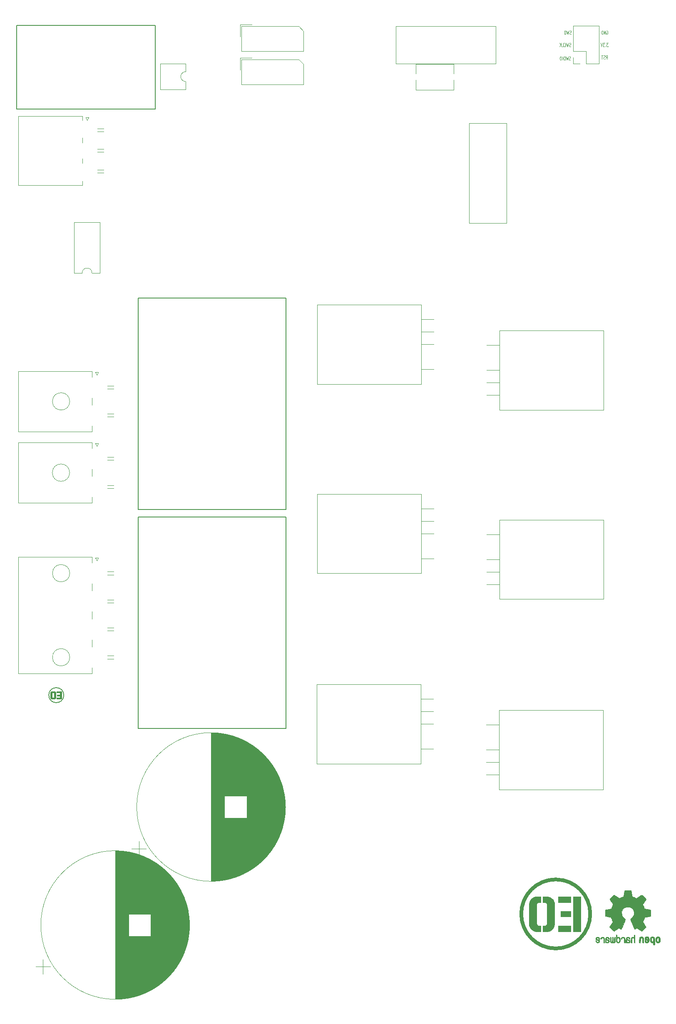
<source format=gbr>
%TF.GenerationSoftware,KiCad,Pcbnew,7.0.7*%
%TF.CreationDate,2023-10-22T18:31:29-04:00*%
%TF.ProjectId,HV servo drive v1,48562073-6572-4766-9f20-647269766520,rev?*%
%TF.SameCoordinates,Original*%
%TF.FileFunction,Legend,Bot*%
%TF.FilePolarity,Positive*%
%FSLAX46Y46*%
G04 Gerber Fmt 4.6, Leading zero omitted, Abs format (unit mm)*
G04 Created by KiCad (PCBNEW 7.0.7) date 2023-10-22 18:31:29*
%MOMM*%
%LPD*%
G01*
G04 APERTURE LIST*
%ADD10C,0.125000*%
%ADD11C,0.800000*%
%ADD12C,0.100000*%
%ADD13C,0.200000*%
%ADD14C,0.006250*%
%ADD15C,0.010000*%
%ADD16C,0.120000*%
%ADD17C,0.150000*%
G04 APERTURE END LIST*
D10*
X419200475Y-54304750D02*
X419129047Y-54340464D01*
X419129047Y-54340464D02*
X419009999Y-54340464D01*
X419009999Y-54340464D02*
X418962380Y-54304750D01*
X418962380Y-54304750D02*
X418938571Y-54269035D01*
X418938571Y-54269035D02*
X418914761Y-54197607D01*
X418914761Y-54197607D02*
X418914761Y-54126178D01*
X418914761Y-54126178D02*
X418938571Y-54054750D01*
X418938571Y-54054750D02*
X418962380Y-54019035D01*
X418962380Y-54019035D02*
X419009999Y-53983321D01*
X419009999Y-53983321D02*
X419105237Y-53947607D01*
X419105237Y-53947607D02*
X419152856Y-53911892D01*
X419152856Y-53911892D02*
X419176666Y-53876178D01*
X419176666Y-53876178D02*
X419200475Y-53804750D01*
X419200475Y-53804750D02*
X419200475Y-53733321D01*
X419200475Y-53733321D02*
X419176666Y-53661892D01*
X419176666Y-53661892D02*
X419152856Y-53626178D01*
X419152856Y-53626178D02*
X419105237Y-53590464D01*
X419105237Y-53590464D02*
X418986190Y-53590464D01*
X418986190Y-53590464D02*
X418914761Y-53626178D01*
X418748095Y-53590464D02*
X418629047Y-54340464D01*
X418629047Y-54340464D02*
X418533809Y-53804750D01*
X418533809Y-53804750D02*
X418438571Y-54340464D01*
X418438571Y-54340464D02*
X418319524Y-53590464D01*
X418033809Y-53590464D02*
X417938571Y-53590464D01*
X417938571Y-53590464D02*
X417890952Y-53626178D01*
X417890952Y-53626178D02*
X417843333Y-53697607D01*
X417843333Y-53697607D02*
X417819523Y-53840464D01*
X417819523Y-53840464D02*
X417819523Y-54090464D01*
X417819523Y-54090464D02*
X417843333Y-54233321D01*
X417843333Y-54233321D02*
X417890952Y-54304750D01*
X417890952Y-54304750D02*
X417938571Y-54340464D01*
X417938571Y-54340464D02*
X418033809Y-54340464D01*
X418033809Y-54340464D02*
X418081428Y-54304750D01*
X418081428Y-54304750D02*
X418129047Y-54233321D01*
X418129047Y-54233321D02*
X418152856Y-54090464D01*
X418152856Y-54090464D02*
X418152856Y-53840464D01*
X418152856Y-53840464D02*
X418129047Y-53697607D01*
X418129047Y-53697607D02*
X418081428Y-53626178D01*
X418081428Y-53626178D02*
X418033809Y-53590464D01*
X426283809Y-59340464D02*
X426450475Y-58983321D01*
X426569523Y-59340464D02*
X426569523Y-58590464D01*
X426569523Y-58590464D02*
X426379047Y-58590464D01*
X426379047Y-58590464D02*
X426331428Y-58626178D01*
X426331428Y-58626178D02*
X426307618Y-58661892D01*
X426307618Y-58661892D02*
X426283809Y-58733321D01*
X426283809Y-58733321D02*
X426283809Y-58840464D01*
X426283809Y-58840464D02*
X426307618Y-58911892D01*
X426307618Y-58911892D02*
X426331428Y-58947607D01*
X426331428Y-58947607D02*
X426379047Y-58983321D01*
X426379047Y-58983321D02*
X426569523Y-58983321D01*
X426093332Y-59304750D02*
X426021904Y-59340464D01*
X426021904Y-59340464D02*
X425902856Y-59340464D01*
X425902856Y-59340464D02*
X425855237Y-59304750D01*
X425855237Y-59304750D02*
X425831428Y-59269035D01*
X425831428Y-59269035D02*
X425807618Y-59197607D01*
X425807618Y-59197607D02*
X425807618Y-59126178D01*
X425807618Y-59126178D02*
X425831428Y-59054750D01*
X425831428Y-59054750D02*
X425855237Y-59019035D01*
X425855237Y-59019035D02*
X425902856Y-58983321D01*
X425902856Y-58983321D02*
X425998094Y-58947607D01*
X425998094Y-58947607D02*
X426045713Y-58911892D01*
X426045713Y-58911892D02*
X426069523Y-58876178D01*
X426069523Y-58876178D02*
X426093332Y-58804750D01*
X426093332Y-58804750D02*
X426093332Y-58733321D01*
X426093332Y-58733321D02*
X426069523Y-58661892D01*
X426069523Y-58661892D02*
X426045713Y-58626178D01*
X426045713Y-58626178D02*
X425998094Y-58590464D01*
X425998094Y-58590464D02*
X425879047Y-58590464D01*
X425879047Y-58590464D02*
X425807618Y-58626178D01*
X425664761Y-58590464D02*
X425379047Y-58590464D01*
X425521904Y-59340464D02*
X425521904Y-58590464D01*
X426390952Y-53626178D02*
X426438571Y-53590464D01*
X426438571Y-53590464D02*
X426510000Y-53590464D01*
X426510000Y-53590464D02*
X426581428Y-53626178D01*
X426581428Y-53626178D02*
X426629047Y-53697607D01*
X426629047Y-53697607D02*
X426652857Y-53769035D01*
X426652857Y-53769035D02*
X426676666Y-53911892D01*
X426676666Y-53911892D02*
X426676666Y-54019035D01*
X426676666Y-54019035D02*
X426652857Y-54161892D01*
X426652857Y-54161892D02*
X426629047Y-54233321D01*
X426629047Y-54233321D02*
X426581428Y-54304750D01*
X426581428Y-54304750D02*
X426510000Y-54340464D01*
X426510000Y-54340464D02*
X426462381Y-54340464D01*
X426462381Y-54340464D02*
X426390952Y-54304750D01*
X426390952Y-54304750D02*
X426367143Y-54269035D01*
X426367143Y-54269035D02*
X426367143Y-54019035D01*
X426367143Y-54019035D02*
X426462381Y-54019035D01*
X426152857Y-54340464D02*
X426152857Y-53590464D01*
X426152857Y-53590464D02*
X425867143Y-54340464D01*
X425867143Y-54340464D02*
X425867143Y-53590464D01*
X425629047Y-54340464D02*
X425629047Y-53590464D01*
X425629047Y-53590464D02*
X425509999Y-53590464D01*
X425509999Y-53590464D02*
X425438571Y-53626178D01*
X425438571Y-53626178D02*
X425390952Y-53697607D01*
X425390952Y-53697607D02*
X425367142Y-53769035D01*
X425367142Y-53769035D02*
X425343333Y-53911892D01*
X425343333Y-53911892D02*
X425343333Y-54019035D01*
X425343333Y-54019035D02*
X425367142Y-54161892D01*
X425367142Y-54161892D02*
X425390952Y-54233321D01*
X425390952Y-54233321D02*
X425438571Y-54304750D01*
X425438571Y-54304750D02*
X425509999Y-54340464D01*
X425509999Y-54340464D02*
X425629047Y-54340464D01*
X419140951Y-56804750D02*
X419069523Y-56840464D01*
X419069523Y-56840464D02*
X418950475Y-56840464D01*
X418950475Y-56840464D02*
X418902856Y-56804750D01*
X418902856Y-56804750D02*
X418879047Y-56769035D01*
X418879047Y-56769035D02*
X418855237Y-56697607D01*
X418855237Y-56697607D02*
X418855237Y-56626178D01*
X418855237Y-56626178D02*
X418879047Y-56554750D01*
X418879047Y-56554750D02*
X418902856Y-56519035D01*
X418902856Y-56519035D02*
X418950475Y-56483321D01*
X418950475Y-56483321D02*
X419045713Y-56447607D01*
X419045713Y-56447607D02*
X419093332Y-56411892D01*
X419093332Y-56411892D02*
X419117142Y-56376178D01*
X419117142Y-56376178D02*
X419140951Y-56304750D01*
X419140951Y-56304750D02*
X419140951Y-56233321D01*
X419140951Y-56233321D02*
X419117142Y-56161892D01*
X419117142Y-56161892D02*
X419093332Y-56126178D01*
X419093332Y-56126178D02*
X419045713Y-56090464D01*
X419045713Y-56090464D02*
X418926666Y-56090464D01*
X418926666Y-56090464D02*
X418855237Y-56126178D01*
X418688571Y-56090464D02*
X418569523Y-56840464D01*
X418569523Y-56840464D02*
X418474285Y-56304750D01*
X418474285Y-56304750D02*
X418379047Y-56840464D01*
X418379047Y-56840464D02*
X418260000Y-56090464D01*
X417783809Y-56769035D02*
X417807618Y-56804750D01*
X417807618Y-56804750D02*
X417879047Y-56840464D01*
X417879047Y-56840464D02*
X417926666Y-56840464D01*
X417926666Y-56840464D02*
X417998094Y-56804750D01*
X417998094Y-56804750D02*
X418045713Y-56733321D01*
X418045713Y-56733321D02*
X418069523Y-56661892D01*
X418069523Y-56661892D02*
X418093332Y-56519035D01*
X418093332Y-56519035D02*
X418093332Y-56411892D01*
X418093332Y-56411892D02*
X418069523Y-56269035D01*
X418069523Y-56269035D02*
X418045713Y-56197607D01*
X418045713Y-56197607D02*
X417998094Y-56126178D01*
X417998094Y-56126178D02*
X417926666Y-56090464D01*
X417926666Y-56090464D02*
X417879047Y-56090464D01*
X417879047Y-56090464D02*
X417807618Y-56126178D01*
X417807618Y-56126178D02*
X417783809Y-56161892D01*
X417331428Y-56840464D02*
X417569523Y-56840464D01*
X417569523Y-56840464D02*
X417569523Y-56090464D01*
X417164761Y-56840464D02*
X417164761Y-56090464D01*
X416879047Y-56840464D02*
X417093332Y-56411892D01*
X416879047Y-56090464D02*
X417164761Y-56519035D01*
X426748094Y-56090464D02*
X426438570Y-56090464D01*
X426438570Y-56090464D02*
X426605237Y-56376178D01*
X426605237Y-56376178D02*
X426533808Y-56376178D01*
X426533808Y-56376178D02*
X426486189Y-56411892D01*
X426486189Y-56411892D02*
X426462380Y-56447607D01*
X426462380Y-56447607D02*
X426438570Y-56519035D01*
X426438570Y-56519035D02*
X426438570Y-56697607D01*
X426438570Y-56697607D02*
X426462380Y-56769035D01*
X426462380Y-56769035D02*
X426486189Y-56804750D01*
X426486189Y-56804750D02*
X426533808Y-56840464D01*
X426533808Y-56840464D02*
X426676665Y-56840464D01*
X426676665Y-56840464D02*
X426724284Y-56804750D01*
X426724284Y-56804750D02*
X426748094Y-56769035D01*
X426224285Y-56769035D02*
X426200475Y-56804750D01*
X426200475Y-56804750D02*
X426224285Y-56840464D01*
X426224285Y-56840464D02*
X426248094Y-56804750D01*
X426248094Y-56804750D02*
X426224285Y-56769035D01*
X426224285Y-56769035D02*
X426224285Y-56840464D01*
X426033809Y-56090464D02*
X425724285Y-56090464D01*
X425724285Y-56090464D02*
X425890952Y-56376178D01*
X425890952Y-56376178D02*
X425819523Y-56376178D01*
X425819523Y-56376178D02*
X425771904Y-56411892D01*
X425771904Y-56411892D02*
X425748095Y-56447607D01*
X425748095Y-56447607D02*
X425724285Y-56519035D01*
X425724285Y-56519035D02*
X425724285Y-56697607D01*
X425724285Y-56697607D02*
X425748095Y-56769035D01*
X425748095Y-56769035D02*
X425771904Y-56804750D01*
X425771904Y-56804750D02*
X425819523Y-56840464D01*
X425819523Y-56840464D02*
X425962380Y-56840464D01*
X425962380Y-56840464D02*
X426009999Y-56804750D01*
X426009999Y-56804750D02*
X426033809Y-56769035D01*
X425581428Y-56090464D02*
X425414762Y-56840464D01*
X425414762Y-56840464D02*
X425248095Y-56090464D01*
X419069523Y-59554750D02*
X418998095Y-59590464D01*
X418998095Y-59590464D02*
X418879047Y-59590464D01*
X418879047Y-59590464D02*
X418831428Y-59554750D01*
X418831428Y-59554750D02*
X418807619Y-59519035D01*
X418807619Y-59519035D02*
X418783809Y-59447607D01*
X418783809Y-59447607D02*
X418783809Y-59376178D01*
X418783809Y-59376178D02*
X418807619Y-59304750D01*
X418807619Y-59304750D02*
X418831428Y-59269035D01*
X418831428Y-59269035D02*
X418879047Y-59233321D01*
X418879047Y-59233321D02*
X418974285Y-59197607D01*
X418974285Y-59197607D02*
X419021904Y-59161892D01*
X419021904Y-59161892D02*
X419045714Y-59126178D01*
X419045714Y-59126178D02*
X419069523Y-59054750D01*
X419069523Y-59054750D02*
X419069523Y-58983321D01*
X419069523Y-58983321D02*
X419045714Y-58911892D01*
X419045714Y-58911892D02*
X419021904Y-58876178D01*
X419021904Y-58876178D02*
X418974285Y-58840464D01*
X418974285Y-58840464D02*
X418855238Y-58840464D01*
X418855238Y-58840464D02*
X418783809Y-58876178D01*
X418617143Y-58840464D02*
X418498095Y-59590464D01*
X418498095Y-59590464D02*
X418402857Y-59054750D01*
X418402857Y-59054750D02*
X418307619Y-59590464D01*
X418307619Y-59590464D02*
X418188572Y-58840464D01*
X417998095Y-59590464D02*
X417998095Y-58840464D01*
X417998095Y-58840464D02*
X417879047Y-58840464D01*
X417879047Y-58840464D02*
X417807619Y-58876178D01*
X417807619Y-58876178D02*
X417760000Y-58947607D01*
X417760000Y-58947607D02*
X417736190Y-59019035D01*
X417736190Y-59019035D02*
X417712381Y-59161892D01*
X417712381Y-59161892D02*
X417712381Y-59269035D01*
X417712381Y-59269035D02*
X417736190Y-59411892D01*
X417736190Y-59411892D02*
X417760000Y-59483321D01*
X417760000Y-59483321D02*
X417807619Y-59554750D01*
X417807619Y-59554750D02*
X417879047Y-59590464D01*
X417879047Y-59590464D02*
X417998095Y-59590464D01*
X417498095Y-59590464D02*
X417498095Y-58840464D01*
X417164762Y-58840464D02*
X417069524Y-58840464D01*
X417069524Y-58840464D02*
X417021905Y-58876178D01*
X417021905Y-58876178D02*
X416974286Y-58947607D01*
X416974286Y-58947607D02*
X416950476Y-59090464D01*
X416950476Y-59090464D02*
X416950476Y-59340464D01*
X416950476Y-59340464D02*
X416974286Y-59483321D01*
X416974286Y-59483321D02*
X417021905Y-59554750D01*
X417021905Y-59554750D02*
X417069524Y-59590464D01*
X417069524Y-59590464D02*
X417164762Y-59590464D01*
X417164762Y-59590464D02*
X417212381Y-59554750D01*
X417212381Y-59554750D02*
X417260000Y-59483321D01*
X417260000Y-59483321D02*
X417283809Y-59340464D01*
X417283809Y-59340464D02*
X417283809Y-59090464D01*
X417283809Y-59090464D02*
X417260000Y-58947607D01*
X417260000Y-58947607D02*
X417212381Y-58876178D01*
X417212381Y-58876178D02*
X417164762Y-58840464D01*
D11*
%TO.C,REF\u002A\u002A*%
X423109640Y-233250433D02*
G75*
G03*
X423109640Y-233250433I-7019357J0D01*
G01*
D12*
X421134320Y-236865176D02*
X419616269Y-236865176D01*
X419616269Y-229700433D01*
X421134320Y-229700433D01*
X421134320Y-236865176D01*
G36*
X421134320Y-236865176D02*
G01*
X419616269Y-236865176D01*
X419616269Y-229700433D01*
X421134320Y-229700433D01*
X421134320Y-236865176D01*
G37*
X419162004Y-230907974D02*
X416562915Y-230907974D01*
X416620417Y-229700433D01*
X419162004Y-229700433D01*
X419162004Y-230907974D01*
G36*
X419162004Y-230907974D02*
G01*
X416562915Y-230907974D01*
X416620417Y-229700433D01*
X419162004Y-229700433D01*
X419162004Y-230907974D01*
G37*
X419162004Y-236865176D02*
X416620417Y-236865176D01*
X416562915Y-235651885D01*
X419162004Y-235651885D01*
X419162004Y-236865176D01*
G36*
X419162004Y-236865176D02*
G01*
X416620417Y-236865176D01*
X416562915Y-235651885D01*
X419162004Y-235651885D01*
X419162004Y-236865176D01*
G37*
X419162004Y-233834823D02*
X417120684Y-233834823D01*
X417120684Y-232725036D01*
X419162004Y-232725036D01*
X419162004Y-233834823D01*
G36*
X419162004Y-233834823D02*
G01*
X417120684Y-233834823D01*
X417120684Y-232725036D01*
X419162004Y-232725036D01*
X419162004Y-233834823D01*
G37*
X414083797Y-229700481D02*
X414121616Y-229701722D01*
X414153202Y-229703488D01*
X414192395Y-229706400D01*
X414238559Y-229710743D01*
X414291063Y-229716805D01*
X414349270Y-229724872D01*
X414412549Y-229735229D01*
X414480264Y-229748165D01*
X414551783Y-229763964D01*
X414626470Y-229782913D01*
X414703693Y-229805299D01*
X414782818Y-229831408D01*
X414863210Y-229861526D01*
X414944236Y-229895940D01*
X415025262Y-229934936D01*
X415105654Y-229978801D01*
X415184779Y-230027821D01*
X415262002Y-230082282D01*
X415336689Y-230142471D01*
X415408208Y-230208674D01*
X415475923Y-230281178D01*
X415539202Y-230360268D01*
X415597409Y-230446232D01*
X415649913Y-230539355D01*
X415696077Y-230639925D01*
X415735270Y-230748227D01*
X415766856Y-230864548D01*
X415790203Y-230989173D01*
X415804675Y-231122391D01*
X415809640Y-231264486D01*
X415809640Y-235301123D01*
X415809218Y-235318688D01*
X415806260Y-235368328D01*
X415803038Y-235403744D01*
X415798231Y-235445461D01*
X415791523Y-235492906D01*
X415782597Y-235545506D01*
X415771135Y-235602688D01*
X415756820Y-235663879D01*
X415739337Y-235728507D01*
X415718367Y-235795999D01*
X415693595Y-235865782D01*
X415664702Y-235937283D01*
X415631373Y-236009929D01*
X415593289Y-236083149D01*
X415550135Y-236156369D01*
X415501594Y-236229015D01*
X415447347Y-236300516D01*
X415387080Y-236370299D01*
X415320474Y-236437791D01*
X415247212Y-236502419D01*
X415166978Y-236563610D01*
X415079455Y-236620792D01*
X414984326Y-236673392D01*
X414881274Y-236720837D01*
X414769982Y-236762554D01*
X414650134Y-236797970D01*
X414521411Y-236826513D01*
X414383498Y-236847610D01*
X414236077Y-236860689D01*
X414078831Y-236865176D01*
X413480811Y-236865176D01*
X413480811Y-235651885D01*
X413802822Y-235651885D01*
X413823824Y-235650997D01*
X413862755Y-235647129D01*
X413897062Y-235641778D01*
X413936380Y-235633433D01*
X413979278Y-235621427D01*
X414024324Y-235605097D01*
X414070087Y-235583775D01*
X414115133Y-235556798D01*
X414158031Y-235523499D01*
X414197349Y-235483213D01*
X414215219Y-235460241D01*
X414231656Y-235435274D01*
X414246483Y-235408227D01*
X414259519Y-235379018D01*
X414270587Y-235347562D01*
X414279507Y-235313778D01*
X414286099Y-235277582D01*
X414290186Y-235238890D01*
X414291588Y-235197620D01*
X414291588Y-231362240D01*
X414290634Y-231342721D01*
X414286472Y-231306539D01*
X414280715Y-231274653D01*
X414271735Y-231238110D01*
X414258818Y-231198240D01*
X414241247Y-231156373D01*
X414218306Y-231113842D01*
X414189280Y-231071975D01*
X414153452Y-231032105D01*
X414110106Y-230995562D01*
X414085390Y-230978954D01*
X414058527Y-230963676D01*
X414029426Y-230949897D01*
X413997998Y-230937780D01*
X413964153Y-230927494D01*
X413927803Y-230919204D01*
X413888858Y-230913076D01*
X413847227Y-230909278D01*
X413802822Y-230907974D01*
X413480811Y-230907974D01*
X413480811Y-229700433D01*
X414078831Y-229700433D01*
X414083797Y-229700481D01*
G36*
X414083797Y-229700481D02*
G01*
X414121616Y-229701722D01*
X414153202Y-229703488D01*
X414192395Y-229706400D01*
X414238559Y-229710743D01*
X414291063Y-229716805D01*
X414349270Y-229724872D01*
X414412549Y-229735229D01*
X414480264Y-229748165D01*
X414551783Y-229763964D01*
X414626470Y-229782913D01*
X414703693Y-229805299D01*
X414782818Y-229831408D01*
X414863210Y-229861526D01*
X414944236Y-229895940D01*
X415025262Y-229934936D01*
X415105654Y-229978801D01*
X415184779Y-230027821D01*
X415262002Y-230082282D01*
X415336689Y-230142471D01*
X415408208Y-230208674D01*
X415475923Y-230281178D01*
X415539202Y-230360268D01*
X415597409Y-230446232D01*
X415649913Y-230539355D01*
X415696077Y-230639925D01*
X415735270Y-230748227D01*
X415766856Y-230864548D01*
X415790203Y-230989173D01*
X415804675Y-231122391D01*
X415809640Y-231264486D01*
X415809640Y-235301123D01*
X415809218Y-235318688D01*
X415806260Y-235368328D01*
X415803038Y-235403744D01*
X415798231Y-235445461D01*
X415791523Y-235492906D01*
X415782597Y-235545506D01*
X415771135Y-235602688D01*
X415756820Y-235663879D01*
X415739337Y-235728507D01*
X415718367Y-235795999D01*
X415693595Y-235865782D01*
X415664702Y-235937283D01*
X415631373Y-236009929D01*
X415593289Y-236083149D01*
X415550135Y-236156369D01*
X415501594Y-236229015D01*
X415447347Y-236300516D01*
X415387080Y-236370299D01*
X415320474Y-236437791D01*
X415247212Y-236502419D01*
X415166978Y-236563610D01*
X415079455Y-236620792D01*
X414984326Y-236673392D01*
X414881274Y-236720837D01*
X414769982Y-236762554D01*
X414650134Y-236797970D01*
X414521411Y-236826513D01*
X414383498Y-236847610D01*
X414236077Y-236860689D01*
X414078831Y-236865176D01*
X413480811Y-236865176D01*
X413480811Y-235651885D01*
X413802822Y-235651885D01*
X413823824Y-235650997D01*
X413862755Y-235647129D01*
X413897062Y-235641778D01*
X413936380Y-235633433D01*
X413979278Y-235621427D01*
X414024324Y-235605097D01*
X414070087Y-235583775D01*
X414115133Y-235556798D01*
X414158031Y-235523499D01*
X414197349Y-235483213D01*
X414215219Y-235460241D01*
X414231656Y-235435274D01*
X414246483Y-235408227D01*
X414259519Y-235379018D01*
X414270587Y-235347562D01*
X414279507Y-235313778D01*
X414286099Y-235277582D01*
X414290186Y-235238890D01*
X414291588Y-235197620D01*
X414291588Y-231362240D01*
X414290634Y-231342721D01*
X414286472Y-231306539D01*
X414280715Y-231274653D01*
X414271735Y-231238110D01*
X414258818Y-231198240D01*
X414241247Y-231156373D01*
X414218306Y-231113842D01*
X414189280Y-231071975D01*
X414153452Y-231032105D01*
X414110106Y-230995562D01*
X414085390Y-230978954D01*
X414058527Y-230963676D01*
X414029426Y-230949897D01*
X413997998Y-230937780D01*
X413964153Y-230927494D01*
X413927803Y-230919204D01*
X413888858Y-230913076D01*
X413847227Y-230909278D01*
X413802822Y-230907974D01*
X413480811Y-230907974D01*
X413480811Y-229700433D01*
X414078831Y-229700433D01*
X414083797Y-229700481D01*
G37*
X413032296Y-230907974D02*
X412693034Y-230907974D01*
X412672033Y-230908862D01*
X412633102Y-230912730D01*
X412598795Y-230918081D01*
X412559477Y-230926426D01*
X412516579Y-230938432D01*
X412471533Y-230954762D01*
X412425770Y-230976084D01*
X412380724Y-231003061D01*
X412337826Y-231036361D01*
X412298508Y-231076647D01*
X412280638Y-231099618D01*
X412264201Y-231124585D01*
X412249374Y-231151632D01*
X412236338Y-231180842D01*
X412225270Y-231212297D01*
X412216350Y-231246082D01*
X412209758Y-231282278D01*
X412205671Y-231320970D01*
X412204268Y-231362240D01*
X412204268Y-235197620D01*
X412205223Y-235217139D01*
X412209385Y-235253321D01*
X412215142Y-235285206D01*
X412224122Y-235321749D01*
X412237039Y-235361620D01*
X412254610Y-235403486D01*
X412277551Y-235446018D01*
X412306577Y-235487884D01*
X412342405Y-235527755D01*
X412385751Y-235564298D01*
X412410467Y-235580906D01*
X412437330Y-235596183D01*
X412466431Y-235609963D01*
X412497859Y-235622079D01*
X412531704Y-235632365D01*
X412568054Y-235640655D01*
X412606999Y-235646783D01*
X412648630Y-235650581D01*
X412693034Y-235651885D01*
X413032296Y-235651885D01*
X413032296Y-236865176D01*
X412417025Y-236865176D01*
X412412060Y-236865128D01*
X412374241Y-236863887D01*
X412342655Y-236862121D01*
X412303462Y-236859209D01*
X412257298Y-236854866D01*
X412204794Y-236848804D01*
X412146587Y-236840737D01*
X412083308Y-236830380D01*
X412015593Y-236817444D01*
X411944074Y-236801645D01*
X411869387Y-236782696D01*
X411792164Y-236760310D01*
X411713039Y-236734201D01*
X411632647Y-236704083D01*
X411551621Y-236669669D01*
X411470595Y-236630673D01*
X411390203Y-236586808D01*
X411311078Y-236537788D01*
X411233855Y-236483327D01*
X411159168Y-236423138D01*
X411087649Y-236356935D01*
X411019934Y-236284431D01*
X410956655Y-236205341D01*
X410898448Y-236119377D01*
X410845944Y-236026254D01*
X410799780Y-235925684D01*
X410760587Y-235817382D01*
X410729001Y-235701061D01*
X410705654Y-235576436D01*
X410691182Y-235443218D01*
X410686216Y-235301123D01*
X410686216Y-231264486D01*
X410686639Y-231246921D01*
X410689597Y-231197281D01*
X410692819Y-231161865D01*
X410697626Y-231120148D01*
X410704334Y-231072703D01*
X410713260Y-231020103D01*
X410724722Y-230962921D01*
X410739037Y-230901730D01*
X410756520Y-230837102D01*
X410777490Y-230769610D01*
X410802262Y-230699827D01*
X410831155Y-230628326D01*
X410864484Y-230555680D01*
X410902568Y-230482460D01*
X410945722Y-230409240D01*
X410994263Y-230336594D01*
X411048510Y-230265093D01*
X411108777Y-230195310D01*
X411175383Y-230127818D01*
X411248645Y-230063190D01*
X411328879Y-230001999D01*
X411416402Y-229944817D01*
X411511531Y-229892217D01*
X411614583Y-229844772D01*
X411725875Y-229803055D01*
X411845723Y-229767639D01*
X411974446Y-229739096D01*
X412112359Y-229717999D01*
X412259780Y-229704920D01*
X412417025Y-229700433D01*
X413032296Y-229700433D01*
X413032296Y-230907974D01*
G36*
X413032296Y-230907974D02*
G01*
X412693034Y-230907974D01*
X412672033Y-230908862D01*
X412633102Y-230912730D01*
X412598795Y-230918081D01*
X412559477Y-230926426D01*
X412516579Y-230938432D01*
X412471533Y-230954762D01*
X412425770Y-230976084D01*
X412380724Y-231003061D01*
X412337826Y-231036361D01*
X412298508Y-231076647D01*
X412280638Y-231099618D01*
X412264201Y-231124585D01*
X412249374Y-231151632D01*
X412236338Y-231180842D01*
X412225270Y-231212297D01*
X412216350Y-231246082D01*
X412209758Y-231282278D01*
X412205671Y-231320970D01*
X412204268Y-231362240D01*
X412204268Y-235197620D01*
X412205223Y-235217139D01*
X412209385Y-235253321D01*
X412215142Y-235285206D01*
X412224122Y-235321749D01*
X412237039Y-235361620D01*
X412254610Y-235403486D01*
X412277551Y-235446018D01*
X412306577Y-235487884D01*
X412342405Y-235527755D01*
X412385751Y-235564298D01*
X412410467Y-235580906D01*
X412437330Y-235596183D01*
X412466431Y-235609963D01*
X412497859Y-235622079D01*
X412531704Y-235632365D01*
X412568054Y-235640655D01*
X412606999Y-235646783D01*
X412648630Y-235650581D01*
X412693034Y-235651885D01*
X413032296Y-235651885D01*
X413032296Y-236865176D01*
X412417025Y-236865176D01*
X412412060Y-236865128D01*
X412374241Y-236863887D01*
X412342655Y-236862121D01*
X412303462Y-236859209D01*
X412257298Y-236854866D01*
X412204794Y-236848804D01*
X412146587Y-236840737D01*
X412083308Y-236830380D01*
X412015593Y-236817444D01*
X411944074Y-236801645D01*
X411869387Y-236782696D01*
X411792164Y-236760310D01*
X411713039Y-236734201D01*
X411632647Y-236704083D01*
X411551621Y-236669669D01*
X411470595Y-236630673D01*
X411390203Y-236586808D01*
X411311078Y-236537788D01*
X411233855Y-236483327D01*
X411159168Y-236423138D01*
X411087649Y-236356935D01*
X411019934Y-236284431D01*
X410956655Y-236205341D01*
X410898448Y-236119377D01*
X410845944Y-236026254D01*
X410799780Y-235925684D01*
X410760587Y-235817382D01*
X410729001Y-235701061D01*
X410705654Y-235576436D01*
X410691182Y-235443218D01*
X410686216Y-235301123D01*
X410686216Y-231264486D01*
X410686639Y-231246921D01*
X410689597Y-231197281D01*
X410692819Y-231161865D01*
X410697626Y-231120148D01*
X410704334Y-231072703D01*
X410713260Y-231020103D01*
X410724722Y-230962921D01*
X410739037Y-230901730D01*
X410756520Y-230837102D01*
X410777490Y-230769610D01*
X410802262Y-230699827D01*
X410831155Y-230628326D01*
X410864484Y-230555680D01*
X410902568Y-230482460D01*
X410945722Y-230409240D01*
X410994263Y-230336594D01*
X411048510Y-230265093D01*
X411108777Y-230195310D01*
X411175383Y-230127818D01*
X411248645Y-230063190D01*
X411328879Y-230001999D01*
X411416402Y-229944817D01*
X411511531Y-229892217D01*
X411614583Y-229844772D01*
X411725875Y-229803055D01*
X411845723Y-229767639D01*
X411974446Y-229739096D01*
X412112359Y-229717999D01*
X412259780Y-229704920D01*
X412417025Y-229700433D01*
X413032296Y-229700433D01*
X413032296Y-230907974D01*
G37*
D13*
X316023975Y-188750000D02*
G75*
G03*
X316023975Y-188750000I-1523975J0D01*
G01*
D14*
X315556260Y-189533879D02*
X315229094Y-189533879D01*
X315229094Y-187989754D01*
X315556260Y-187989754D01*
X315556260Y-189533879D01*
G36*
X315556260Y-189533879D02*
G01*
X315229094Y-189533879D01*
X315229094Y-187989754D01*
X315556260Y-187989754D01*
X315556260Y-189533879D01*
G37*
X315131192Y-188250000D02*
X314571044Y-188250000D01*
X314583436Y-187989754D01*
X315131192Y-187989754D01*
X315131192Y-188250000D01*
G36*
X315131192Y-188250000D02*
G01*
X314571044Y-188250000D01*
X314583436Y-187989754D01*
X315131192Y-187989754D01*
X315131192Y-188250000D01*
G37*
X315131192Y-188880786D02*
X314691252Y-188880786D01*
X314691252Y-188641608D01*
X315131192Y-188641608D01*
X315131192Y-188880786D01*
G36*
X315131192Y-188880786D02*
G01*
X314691252Y-188880786D01*
X314691252Y-188641608D01*
X315131192Y-188641608D01*
X315131192Y-188880786D01*
G37*
X315131192Y-189533879D02*
X314583436Y-189533879D01*
X314571044Y-189272394D01*
X315131192Y-189272394D01*
X315131192Y-189533879D01*
G36*
X315131192Y-189533879D02*
G01*
X314583436Y-189533879D01*
X314571044Y-189272394D01*
X315131192Y-189272394D01*
X315131192Y-189533879D01*
G37*
X314036752Y-187989765D02*
X314044902Y-187990032D01*
X314051710Y-187990413D01*
X314060156Y-187991040D01*
X314070106Y-187991976D01*
X314081421Y-187993283D01*
X314093966Y-187995021D01*
X314107603Y-187997254D01*
X314122197Y-188000041D01*
X314137611Y-188003446D01*
X314153707Y-188007530D01*
X314170350Y-188012355D01*
X314187403Y-188017982D01*
X314204729Y-188024473D01*
X314222191Y-188031889D01*
X314239653Y-188040294D01*
X314256979Y-188049747D01*
X314274032Y-188060312D01*
X314290675Y-188072049D01*
X314306771Y-188085021D01*
X314322185Y-188099289D01*
X314336779Y-188114915D01*
X314350416Y-188131960D01*
X314362961Y-188150487D01*
X314374276Y-188170556D01*
X314384226Y-188192231D01*
X314392672Y-188215572D01*
X314399480Y-188240641D01*
X314404511Y-188267500D01*
X314407630Y-188296211D01*
X314408700Y-188326834D01*
X314408700Y-189196799D01*
X314408609Y-189200584D01*
X314407972Y-189211282D01*
X314407278Y-189218915D01*
X314406242Y-189227906D01*
X314404796Y-189238131D01*
X314402872Y-189249467D01*
X314400402Y-189261791D01*
X314397317Y-189274979D01*
X314393549Y-189288907D01*
X314389030Y-189303453D01*
X314383691Y-189318492D01*
X314377464Y-189333902D01*
X314370281Y-189349558D01*
X314362073Y-189365339D01*
X314352773Y-189381119D01*
X314342311Y-189396775D01*
X314330620Y-189412185D01*
X314317631Y-189427224D01*
X314303277Y-189441770D01*
X314287488Y-189455698D01*
X314270196Y-189468886D01*
X314251333Y-189481210D01*
X314230831Y-189492546D01*
X314208622Y-189502771D01*
X314184636Y-189511762D01*
X314158807Y-189519395D01*
X314131065Y-189525546D01*
X314101342Y-189530093D01*
X314069571Y-189532912D01*
X314035681Y-189533879D01*
X313906797Y-189533879D01*
X313906797Y-189272394D01*
X313976196Y-189272394D01*
X313980723Y-189272202D01*
X313989113Y-189271369D01*
X313996507Y-189270215D01*
X314004980Y-189268417D01*
X314014226Y-189265829D01*
X314023934Y-189262310D01*
X314033796Y-189257715D01*
X314043504Y-189251901D01*
X314052750Y-189244724D01*
X314061223Y-189236042D01*
X314065075Y-189231091D01*
X314068617Y-189225710D01*
X314071812Y-189219881D01*
X314074622Y-189213586D01*
X314077007Y-189206807D01*
X314078930Y-189199526D01*
X314080351Y-189191725D01*
X314081231Y-189183386D01*
X314081533Y-189174492D01*
X314081533Y-188347902D01*
X314081328Y-188343696D01*
X314080431Y-188335898D01*
X314079190Y-188329026D01*
X314077255Y-188321150D01*
X314074471Y-188312558D01*
X314070684Y-188303535D01*
X314065740Y-188294368D01*
X314059484Y-188285345D01*
X314051763Y-188276753D01*
X314042421Y-188268877D01*
X314037094Y-188265298D01*
X314031305Y-188262005D01*
X314025033Y-188259035D01*
X314018260Y-188256424D01*
X314010966Y-188254207D01*
X314003132Y-188252421D01*
X313994738Y-188251100D01*
X313985766Y-188250281D01*
X313976196Y-188250000D01*
X313906797Y-188250000D01*
X313906797Y-187989754D01*
X314035681Y-187989754D01*
X314036752Y-187989765D01*
G36*
X314036752Y-187989765D02*
G01*
X314044902Y-187990032D01*
X314051710Y-187990413D01*
X314060156Y-187991040D01*
X314070106Y-187991976D01*
X314081421Y-187993283D01*
X314093966Y-187995021D01*
X314107603Y-187997254D01*
X314122197Y-188000041D01*
X314137611Y-188003446D01*
X314153707Y-188007530D01*
X314170350Y-188012355D01*
X314187403Y-188017982D01*
X314204729Y-188024473D01*
X314222191Y-188031889D01*
X314239653Y-188040294D01*
X314256979Y-188049747D01*
X314274032Y-188060312D01*
X314290675Y-188072049D01*
X314306771Y-188085021D01*
X314322185Y-188099289D01*
X314336779Y-188114915D01*
X314350416Y-188131960D01*
X314362961Y-188150487D01*
X314374276Y-188170556D01*
X314384226Y-188192231D01*
X314392672Y-188215572D01*
X314399480Y-188240641D01*
X314404511Y-188267500D01*
X314407630Y-188296211D01*
X314408700Y-188326834D01*
X314408700Y-189196799D01*
X314408609Y-189200584D01*
X314407972Y-189211282D01*
X314407278Y-189218915D01*
X314406242Y-189227906D01*
X314404796Y-189238131D01*
X314402872Y-189249467D01*
X314400402Y-189261791D01*
X314397317Y-189274979D01*
X314393549Y-189288907D01*
X314389030Y-189303453D01*
X314383691Y-189318492D01*
X314377464Y-189333902D01*
X314370281Y-189349558D01*
X314362073Y-189365339D01*
X314352773Y-189381119D01*
X314342311Y-189396775D01*
X314330620Y-189412185D01*
X314317631Y-189427224D01*
X314303277Y-189441770D01*
X314287488Y-189455698D01*
X314270196Y-189468886D01*
X314251333Y-189481210D01*
X314230831Y-189492546D01*
X314208622Y-189502771D01*
X314184636Y-189511762D01*
X314158807Y-189519395D01*
X314131065Y-189525546D01*
X314101342Y-189530093D01*
X314069571Y-189532912D01*
X314035681Y-189533879D01*
X313906797Y-189533879D01*
X313906797Y-189272394D01*
X313976196Y-189272394D01*
X313980723Y-189272202D01*
X313989113Y-189271369D01*
X313996507Y-189270215D01*
X314004980Y-189268417D01*
X314014226Y-189265829D01*
X314023934Y-189262310D01*
X314033796Y-189257715D01*
X314043504Y-189251901D01*
X314052750Y-189244724D01*
X314061223Y-189236042D01*
X314065075Y-189231091D01*
X314068617Y-189225710D01*
X314071812Y-189219881D01*
X314074622Y-189213586D01*
X314077007Y-189206807D01*
X314078930Y-189199526D01*
X314080351Y-189191725D01*
X314081231Y-189183386D01*
X314081533Y-189174492D01*
X314081533Y-188347902D01*
X314081328Y-188343696D01*
X314080431Y-188335898D01*
X314079190Y-188329026D01*
X314077255Y-188321150D01*
X314074471Y-188312558D01*
X314070684Y-188303535D01*
X314065740Y-188294368D01*
X314059484Y-188285345D01*
X314051763Y-188276753D01*
X314042421Y-188268877D01*
X314037094Y-188265298D01*
X314031305Y-188262005D01*
X314025033Y-188259035D01*
X314018260Y-188256424D01*
X314010966Y-188254207D01*
X314003132Y-188252421D01*
X313994738Y-188251100D01*
X313985766Y-188250281D01*
X313976196Y-188250000D01*
X313906797Y-188250000D01*
X313906797Y-187989754D01*
X314035681Y-187989754D01*
X314036752Y-187989765D01*
G37*
X313810134Y-188250000D02*
X313737017Y-188250000D01*
X313732491Y-188250192D01*
X313724101Y-188251025D01*
X313716707Y-188252179D01*
X313708234Y-188253977D01*
X313698988Y-188256565D01*
X313689280Y-188260084D01*
X313679418Y-188264679D01*
X313669710Y-188270493D01*
X313660464Y-188277670D01*
X313651991Y-188286352D01*
X313648139Y-188291303D01*
X313644597Y-188296684D01*
X313641402Y-188302513D01*
X313638592Y-188308808D01*
X313636207Y-188315587D01*
X313634284Y-188322868D01*
X313632863Y-188330669D01*
X313631983Y-188339008D01*
X313631680Y-188347902D01*
X313631680Y-189174492D01*
X313631886Y-189178698D01*
X313632783Y-189186496D01*
X313634024Y-189193368D01*
X313635959Y-189201244D01*
X313638743Y-189209836D01*
X313642530Y-189218859D01*
X313647474Y-189228026D01*
X313653730Y-189237049D01*
X313661451Y-189245641D01*
X313670793Y-189253517D01*
X313676120Y-189257096D01*
X313681909Y-189260389D01*
X313688181Y-189263359D01*
X313694954Y-189265970D01*
X313702248Y-189268187D01*
X313710082Y-189269973D01*
X313718476Y-189271294D01*
X313727448Y-189272113D01*
X313737017Y-189272394D01*
X313810134Y-189272394D01*
X313810134Y-189533879D01*
X313677533Y-189533879D01*
X313676463Y-189533868D01*
X313668313Y-189533601D01*
X313661505Y-189533220D01*
X313653059Y-189532593D01*
X313643109Y-189531657D01*
X313631794Y-189530350D01*
X313619249Y-189528612D01*
X313605612Y-189526379D01*
X313591018Y-189523592D01*
X313575604Y-189520187D01*
X313559508Y-189516103D01*
X313542865Y-189511278D01*
X313525812Y-189505651D01*
X313508486Y-189499160D01*
X313491024Y-189491744D01*
X313473562Y-189483339D01*
X313456236Y-189473886D01*
X313439183Y-189463321D01*
X313422540Y-189451584D01*
X313406444Y-189438612D01*
X313391030Y-189424344D01*
X313376436Y-189408718D01*
X313362799Y-189391673D01*
X313350254Y-189373146D01*
X313338939Y-189353077D01*
X313328989Y-189331402D01*
X313320543Y-189308061D01*
X313313735Y-189282992D01*
X313308704Y-189256133D01*
X313305585Y-189227422D01*
X313304514Y-189196799D01*
X313304514Y-188326834D01*
X313304606Y-188323049D01*
X313305243Y-188312351D01*
X313305937Y-188304718D01*
X313306973Y-188295727D01*
X313308419Y-188285502D01*
X313310343Y-188274166D01*
X313312813Y-188261842D01*
X313315898Y-188248654D01*
X313319666Y-188234726D01*
X313324185Y-188220180D01*
X313329524Y-188205141D01*
X313335751Y-188189731D01*
X313342934Y-188174075D01*
X313351142Y-188158294D01*
X313360442Y-188142514D01*
X313370904Y-188126858D01*
X313382595Y-188111448D01*
X313395584Y-188096409D01*
X313409938Y-188081863D01*
X313425727Y-188067935D01*
X313443019Y-188054747D01*
X313461882Y-188042423D01*
X313482384Y-188031087D01*
X313504593Y-188020862D01*
X313528579Y-188011871D01*
X313554408Y-188004238D01*
X313582150Y-187998087D01*
X313611873Y-187993540D01*
X313643644Y-187990721D01*
X313677533Y-187989754D01*
X313810134Y-187989754D01*
X313810134Y-188250000D01*
G36*
X313810134Y-188250000D02*
G01*
X313737017Y-188250000D01*
X313732491Y-188250192D01*
X313724101Y-188251025D01*
X313716707Y-188252179D01*
X313708234Y-188253977D01*
X313698988Y-188256565D01*
X313689280Y-188260084D01*
X313679418Y-188264679D01*
X313669710Y-188270493D01*
X313660464Y-188277670D01*
X313651991Y-188286352D01*
X313648139Y-188291303D01*
X313644597Y-188296684D01*
X313641402Y-188302513D01*
X313638592Y-188308808D01*
X313636207Y-188315587D01*
X313634284Y-188322868D01*
X313632863Y-188330669D01*
X313631983Y-188339008D01*
X313631680Y-188347902D01*
X313631680Y-189174492D01*
X313631886Y-189178698D01*
X313632783Y-189186496D01*
X313634024Y-189193368D01*
X313635959Y-189201244D01*
X313638743Y-189209836D01*
X313642530Y-189218859D01*
X313647474Y-189228026D01*
X313653730Y-189237049D01*
X313661451Y-189245641D01*
X313670793Y-189253517D01*
X313676120Y-189257096D01*
X313681909Y-189260389D01*
X313688181Y-189263359D01*
X313694954Y-189265970D01*
X313702248Y-189268187D01*
X313710082Y-189269973D01*
X313718476Y-189271294D01*
X313727448Y-189272113D01*
X313737017Y-189272394D01*
X313810134Y-189272394D01*
X313810134Y-189533879D01*
X313677533Y-189533879D01*
X313676463Y-189533868D01*
X313668313Y-189533601D01*
X313661505Y-189533220D01*
X313653059Y-189532593D01*
X313643109Y-189531657D01*
X313631794Y-189530350D01*
X313619249Y-189528612D01*
X313605612Y-189526379D01*
X313591018Y-189523592D01*
X313575604Y-189520187D01*
X313559508Y-189516103D01*
X313542865Y-189511278D01*
X313525812Y-189505651D01*
X313508486Y-189499160D01*
X313491024Y-189491744D01*
X313473562Y-189483339D01*
X313456236Y-189473886D01*
X313439183Y-189463321D01*
X313422540Y-189451584D01*
X313406444Y-189438612D01*
X313391030Y-189424344D01*
X313376436Y-189408718D01*
X313362799Y-189391673D01*
X313350254Y-189373146D01*
X313338939Y-189353077D01*
X313328989Y-189331402D01*
X313320543Y-189308061D01*
X313313735Y-189282992D01*
X313308704Y-189256133D01*
X313305585Y-189227422D01*
X313304514Y-189196799D01*
X313304514Y-188326834D01*
X313304606Y-188323049D01*
X313305243Y-188312351D01*
X313305937Y-188304718D01*
X313306973Y-188295727D01*
X313308419Y-188285502D01*
X313310343Y-188274166D01*
X313312813Y-188261842D01*
X313315898Y-188248654D01*
X313319666Y-188234726D01*
X313324185Y-188220180D01*
X313329524Y-188205141D01*
X313335751Y-188189731D01*
X313342934Y-188174075D01*
X313351142Y-188158294D01*
X313360442Y-188142514D01*
X313370904Y-188126858D01*
X313382595Y-188111448D01*
X313395584Y-188096409D01*
X313409938Y-188081863D01*
X313425727Y-188067935D01*
X313443019Y-188054747D01*
X313461882Y-188042423D01*
X313482384Y-188031087D01*
X313504593Y-188020862D01*
X313528579Y-188011871D01*
X313554408Y-188004238D01*
X313582150Y-187998087D01*
X313611873Y-187993540D01*
X313643644Y-187990721D01*
X313677533Y-187989754D01*
X313810134Y-187989754D01*
X313810134Y-188250000D01*
G37*
D15*
X425686725Y-237924619D02*
X425807261Y-237969393D01*
X425857388Y-238003034D01*
X425908152Y-238051236D01*
X425944362Y-238112551D01*
X425968393Y-238196024D01*
X425982618Y-238310697D01*
X425989412Y-238465613D01*
X425991149Y-238669814D01*
X425990809Y-238775341D01*
X425989101Y-238919541D01*
X425986201Y-239034620D01*
X425982384Y-239110822D01*
X425977925Y-239138391D01*
X425948909Y-239129272D01*
X425890339Y-239104509D01*
X425888581Y-239103707D01*
X425858167Y-239087785D01*
X425837712Y-239065938D01*
X425825240Y-239027672D01*
X425818777Y-238962495D01*
X425816348Y-238859913D01*
X425815977Y-238709433D01*
X425815229Y-238613974D01*
X425807256Y-238434571D01*
X425788998Y-238303163D01*
X425758526Y-238212859D01*
X425713912Y-238156767D01*
X425653226Y-238127994D01*
X425644807Y-238125989D01*
X425531139Y-238124423D01*
X425442492Y-238175348D01*
X425381265Y-238277445D01*
X425370346Y-238306961D01*
X425345458Y-238372283D01*
X425332854Y-238402300D01*
X425306969Y-238398164D01*
X425250439Y-238375717D01*
X425197715Y-238338647D01*
X425173678Y-238268587D01*
X425180847Y-238218406D01*
X425224897Y-238116618D01*
X425296123Y-238021235D01*
X425379415Y-237955269D01*
X425414310Y-237940018D01*
X425546443Y-237914521D01*
X425686725Y-237924619D01*
G36*
X425686725Y-237924619D02*
G01*
X425807261Y-237969393D01*
X425857388Y-238003034D01*
X425908152Y-238051236D01*
X425944362Y-238112551D01*
X425968393Y-238196024D01*
X425982618Y-238310697D01*
X425989412Y-238465613D01*
X425991149Y-238669814D01*
X425990809Y-238775341D01*
X425989101Y-238919541D01*
X425986201Y-239034620D01*
X425982384Y-239110822D01*
X425977925Y-239138391D01*
X425948909Y-239129272D01*
X425890339Y-239104509D01*
X425888581Y-239103707D01*
X425858167Y-239087785D01*
X425837712Y-239065938D01*
X425825240Y-239027672D01*
X425818777Y-238962495D01*
X425816348Y-238859913D01*
X425815977Y-238709433D01*
X425815229Y-238613974D01*
X425807256Y-238434571D01*
X425788998Y-238303163D01*
X425758526Y-238212859D01*
X425713912Y-238156767D01*
X425653226Y-238127994D01*
X425644807Y-238125989D01*
X425531139Y-238124423D01*
X425442492Y-238175348D01*
X425381265Y-238277445D01*
X425370346Y-238306961D01*
X425345458Y-238372283D01*
X425332854Y-238402300D01*
X425306969Y-238398164D01*
X425250439Y-238375717D01*
X425197715Y-238338647D01*
X425173678Y-238268587D01*
X425180847Y-238218406D01*
X425224897Y-238116618D01*
X425296123Y-238021235D01*
X425379415Y-237955269D01*
X425414310Y-237940018D01*
X425546443Y-237914521D01*
X425686725Y-237924619D01*
G37*
X433628487Y-237857689D02*
X433764848Y-237921770D01*
X433876598Y-238032584D01*
X433899761Y-238067273D01*
X433918973Y-238106590D01*
X433932598Y-238156145D01*
X433941877Y-238225568D01*
X433948050Y-238324490D01*
X433952357Y-238462539D01*
X433956038Y-238649346D01*
X433965180Y-239167542D01*
X433888383Y-239138344D01*
X433818068Y-239111520D01*
X433765424Y-239085706D01*
X433731060Y-239052431D01*
X433711093Y-239001510D01*
X433701639Y-238922761D01*
X433698814Y-238805999D01*
X433698736Y-238641042D01*
X433698336Y-238509558D01*
X433695951Y-238383394D01*
X433690259Y-238297223D01*
X433679961Y-238240672D01*
X433663755Y-238203370D01*
X433640345Y-238174943D01*
X433582793Y-238134827D01*
X433486112Y-238119706D01*
X433390465Y-238157917D01*
X433384152Y-238162810D01*
X433364477Y-238185413D01*
X433349963Y-238221664D01*
X433339394Y-238280511D01*
X433331555Y-238370901D01*
X433325227Y-238501779D01*
X433319195Y-238682095D01*
X433304598Y-239164907D01*
X433180517Y-239109283D01*
X433056437Y-239053659D01*
X433056437Y-238612851D01*
X433056951Y-238493098D01*
X433061380Y-238326506D01*
X433072594Y-238202468D01*
X433093272Y-238110987D01*
X433126093Y-238042066D01*
X433173736Y-237985707D01*
X433238877Y-237931914D01*
X433332571Y-237877719D01*
X433480175Y-237842339D01*
X433628487Y-237857689D01*
G36*
X433628487Y-237857689D02*
G01*
X433764848Y-237921770D01*
X433876598Y-238032584D01*
X433899761Y-238067273D01*
X433918973Y-238106590D01*
X433932598Y-238156145D01*
X433941877Y-238225568D01*
X433948050Y-238324490D01*
X433952357Y-238462539D01*
X433956038Y-238649346D01*
X433965180Y-239167542D01*
X433888383Y-239138344D01*
X433818068Y-239111520D01*
X433765424Y-239085706D01*
X433731060Y-239052431D01*
X433711093Y-239001510D01*
X433701639Y-238922761D01*
X433698814Y-238805999D01*
X433698736Y-238641042D01*
X433698336Y-238509558D01*
X433695951Y-238383394D01*
X433690259Y-238297223D01*
X433679961Y-238240672D01*
X433663755Y-238203370D01*
X433640345Y-238174943D01*
X433582793Y-238134827D01*
X433486112Y-238119706D01*
X433390465Y-238157917D01*
X433384152Y-238162810D01*
X433364477Y-238185413D01*
X433349963Y-238221664D01*
X433339394Y-238280511D01*
X433331555Y-238370901D01*
X433325227Y-238501779D01*
X433319195Y-238682095D01*
X433304598Y-239164907D01*
X433180517Y-239109283D01*
X433056437Y-239053659D01*
X433056437Y-238612851D01*
X433056951Y-238493098D01*
X433061380Y-238326506D01*
X433072594Y-238202468D01*
X433093272Y-238110987D01*
X433126093Y-238042066D01*
X433173736Y-237985707D01*
X433238877Y-237931914D01*
X433332571Y-237877719D01*
X433480175Y-237842339D01*
X433628487Y-237857689D01*
G37*
X429960872Y-237955536D02*
X429970090Y-237960638D01*
X430045381Y-238019080D01*
X430112698Y-238094215D01*
X430124439Y-238111196D01*
X430146883Y-238150825D01*
X430162918Y-238197858D01*
X430173945Y-238262492D01*
X430181365Y-238354923D01*
X430186579Y-238485349D01*
X430190989Y-238663965D01*
X430191614Y-238694162D01*
X430193620Y-238889941D01*
X430190792Y-239028603D01*
X430183088Y-239111103D01*
X430170466Y-239138391D01*
X430132267Y-239130220D01*
X430067374Y-239105463D01*
X430052094Y-239098223D01*
X430028227Y-239081835D01*
X430011769Y-239054893D01*
X430001005Y-239007833D01*
X429994219Y-238931088D01*
X429989693Y-238815095D01*
X429985713Y-238650287D01*
X429984622Y-238602112D01*
X429980407Y-238449960D01*
X429974936Y-238343476D01*
X429966554Y-238272565D01*
X429953606Y-238227129D01*
X429934439Y-238197072D01*
X429907398Y-238172296D01*
X429827337Y-238128861D01*
X429728846Y-238120498D01*
X429640719Y-238153734D01*
X429577314Y-238222548D01*
X429552988Y-238320920D01*
X429552311Y-238347658D01*
X429539024Y-238396065D01*
X429499796Y-238403450D01*
X429422983Y-238374624D01*
X429405192Y-238365378D01*
X429357109Y-238311006D01*
X429356157Y-238230161D01*
X429401968Y-238118352D01*
X429443990Y-238057419D01*
X429551435Y-237970859D01*
X429684057Y-237921920D01*
X429825867Y-237915260D01*
X429960872Y-237955536D01*
G36*
X429960872Y-237955536D02*
G01*
X429970090Y-237960638D01*
X430045381Y-238019080D01*
X430112698Y-238094215D01*
X430124439Y-238111196D01*
X430146883Y-238150825D01*
X430162918Y-238197858D01*
X430173945Y-238262492D01*
X430181365Y-238354923D01*
X430186579Y-238485349D01*
X430190989Y-238663965D01*
X430191614Y-238694162D01*
X430193620Y-238889941D01*
X430190792Y-239028603D01*
X430183088Y-239111103D01*
X430170466Y-239138391D01*
X430132267Y-239130220D01*
X430067374Y-239105463D01*
X430052094Y-239098223D01*
X430028227Y-239081835D01*
X430011769Y-239054893D01*
X430001005Y-239007833D01*
X429994219Y-238931088D01*
X429989693Y-238815095D01*
X429985713Y-238650287D01*
X429984622Y-238602112D01*
X429980407Y-238449960D01*
X429974936Y-238343476D01*
X429966554Y-238272565D01*
X429953606Y-238227129D01*
X429934439Y-238197072D01*
X429907398Y-238172296D01*
X429827337Y-238128861D01*
X429728846Y-238120498D01*
X429640719Y-238153734D01*
X429577314Y-238222548D01*
X429552988Y-238320920D01*
X429552311Y-238347658D01*
X429539024Y-238396065D01*
X429499796Y-238403450D01*
X429422983Y-238374624D01*
X429405192Y-238365378D01*
X429357109Y-238311006D01*
X429356157Y-238230161D01*
X429401968Y-238118352D01*
X429443990Y-238057419D01*
X429551435Y-237970859D01*
X429684057Y-237921920D01*
X429825867Y-237915260D01*
X429960872Y-237955536D01*
G37*
X428042410Y-237920970D02*
X428106442Y-237946066D01*
X428180805Y-237979947D01*
X428180805Y-238958727D01*
X428088415Y-239051117D01*
X428067310Y-239071835D01*
X428008847Y-239117885D01*
X427949886Y-239132801D01*
X427862150Y-239125934D01*
X427826429Y-239121494D01*
X427734301Y-239112102D01*
X427669885Y-239108361D01*
X427650778Y-239108933D01*
X427572390Y-239115126D01*
X427477620Y-239125934D01*
X427447298Y-239129647D01*
X427370911Y-239131107D01*
X427315022Y-239108047D01*
X427251355Y-239051117D01*
X427158965Y-238958727D01*
X427158965Y-238435455D01*
X427159685Y-238280821D01*
X427161929Y-238133391D01*
X427165421Y-238016653D01*
X427169876Y-237939840D01*
X427175013Y-237912184D01*
X427176090Y-237912258D01*
X427213407Y-237926019D01*
X427276457Y-237956344D01*
X427361854Y-238000505D01*
X427369893Y-238459965D01*
X427377931Y-238919425D01*
X427553103Y-238919425D01*
X427561092Y-238415805D01*
X427563624Y-238278904D01*
X427567249Y-238132579D01*
X427571177Y-238016411D01*
X427575080Y-237939809D01*
X427578632Y-237912184D01*
X427579653Y-237912281D01*
X427615051Y-237922443D01*
X427680126Y-237944235D01*
X427772069Y-237976287D01*
X427772516Y-238418661D01*
X427772964Y-238495507D01*
X427776069Y-238644834D01*
X427781622Y-238769544D01*
X427789033Y-238858379D01*
X427797714Y-238900083D01*
X427828771Y-238922389D01*
X427892152Y-238929278D01*
X427961839Y-238919425D01*
X427969827Y-238415805D01*
X427972686Y-238287828D01*
X427978614Y-238136348D01*
X427986365Y-238017530D01*
X427995343Y-237939950D01*
X428004948Y-237912184D01*
X428042410Y-237920970D01*
G36*
X428042410Y-237920970D02*
G01*
X428106442Y-237946066D01*
X428180805Y-237979947D01*
X428180805Y-238958727D01*
X428088415Y-239051117D01*
X428067310Y-239071835D01*
X428008847Y-239117885D01*
X427949886Y-239132801D01*
X427862150Y-239125934D01*
X427826429Y-239121494D01*
X427734301Y-239112102D01*
X427669885Y-239108361D01*
X427650778Y-239108933D01*
X427572390Y-239115126D01*
X427477620Y-239125934D01*
X427447298Y-239129647D01*
X427370911Y-239131107D01*
X427315022Y-239108047D01*
X427251355Y-239051117D01*
X427158965Y-238958727D01*
X427158965Y-238435455D01*
X427159685Y-238280821D01*
X427161929Y-238133391D01*
X427165421Y-238016653D01*
X427169876Y-237939840D01*
X427175013Y-237912184D01*
X427176090Y-237912258D01*
X427213407Y-237926019D01*
X427276457Y-237956344D01*
X427361854Y-238000505D01*
X427369893Y-238459965D01*
X427377931Y-238919425D01*
X427553103Y-238919425D01*
X427561092Y-238415805D01*
X427563624Y-238278904D01*
X427567249Y-238132579D01*
X427571177Y-238016411D01*
X427575080Y-237939809D01*
X427578632Y-237912184D01*
X427579653Y-237912281D01*
X427615051Y-237922443D01*
X427680126Y-237944235D01*
X427772069Y-237976287D01*
X427772516Y-238418661D01*
X427772964Y-238495507D01*
X427776069Y-238644834D01*
X427781622Y-238769544D01*
X427789033Y-238858379D01*
X427797714Y-238900083D01*
X427828771Y-238922389D01*
X427892152Y-238929278D01*
X427961839Y-238919425D01*
X427969827Y-238415805D01*
X427972686Y-238287828D01*
X427978614Y-238136348D01*
X427986365Y-238017530D01*
X427995343Y-237939950D01*
X428004948Y-237912184D01*
X428042410Y-237920970D01*
G37*
X432114885Y-237518997D02*
X432209770Y-237559020D01*
X432209770Y-238348706D01*
X432209769Y-238357920D01*
X432209377Y-238565083D01*
X432208329Y-238751432D01*
X432206722Y-238909453D01*
X432204655Y-239031630D01*
X432202225Y-239110448D01*
X432199529Y-239138391D01*
X432198475Y-239138297D01*
X432162647Y-239128144D01*
X432097345Y-239106339D01*
X432005402Y-239074288D01*
X432005402Y-238662991D01*
X432004818Y-238501385D01*
X432002104Y-238384177D01*
X431995858Y-238304415D01*
X431984680Y-238251531D01*
X431967168Y-238214957D01*
X431941922Y-238184123D01*
X431924710Y-238167725D01*
X431831636Y-238122307D01*
X431729051Y-238126328D01*
X431635043Y-238180032D01*
X431621358Y-238193359D01*
X431599439Y-238221032D01*
X431584440Y-238257614D01*
X431575053Y-238313000D01*
X431569968Y-238397088D01*
X431567877Y-238519773D01*
X431567471Y-238690951D01*
X431567276Y-238777769D01*
X431566010Y-238920565D01*
X431563761Y-239034923D01*
X431560758Y-239110860D01*
X431557230Y-239138391D01*
X431556176Y-239138297D01*
X431520348Y-239128144D01*
X431455046Y-239106339D01*
X431363103Y-239074288D01*
X431363149Y-238661109D01*
X431363218Y-238624326D01*
X431367081Y-238432580D01*
X431378950Y-238287586D01*
X431401725Y-238179510D01*
X431438307Y-238098519D01*
X431491595Y-238034778D01*
X431564490Y-237978455D01*
X431635586Y-237943199D01*
X431749255Y-237915946D01*
X431861060Y-237914398D01*
X431947011Y-237940910D01*
X431953473Y-237944571D01*
X431973401Y-237944179D01*
X431987019Y-237913506D01*
X431996846Y-237843188D01*
X432005402Y-237723857D01*
X432020000Y-237478973D01*
X432114885Y-237518997D01*
G36*
X432114885Y-237518997D02*
G01*
X432209770Y-237559020D01*
X432209770Y-238348706D01*
X432209769Y-238357920D01*
X432209377Y-238565083D01*
X432208329Y-238751432D01*
X432206722Y-238909453D01*
X432204655Y-239031630D01*
X432202225Y-239110448D01*
X432199529Y-239138391D01*
X432198475Y-239138297D01*
X432162647Y-239128144D01*
X432097345Y-239106339D01*
X432005402Y-239074288D01*
X432005402Y-238662991D01*
X432004818Y-238501385D01*
X432002104Y-238384177D01*
X431995858Y-238304415D01*
X431984680Y-238251531D01*
X431967168Y-238214957D01*
X431941922Y-238184123D01*
X431924710Y-238167725D01*
X431831636Y-238122307D01*
X431729051Y-238126328D01*
X431635043Y-238180032D01*
X431621358Y-238193359D01*
X431599439Y-238221032D01*
X431584440Y-238257614D01*
X431575053Y-238313000D01*
X431569968Y-238397088D01*
X431567877Y-238519773D01*
X431567471Y-238690951D01*
X431567276Y-238777769D01*
X431566010Y-238920565D01*
X431563761Y-239034923D01*
X431560758Y-239110860D01*
X431557230Y-239138391D01*
X431556176Y-239138297D01*
X431520348Y-239128144D01*
X431455046Y-239106339D01*
X431363103Y-239074288D01*
X431363149Y-238661109D01*
X431363218Y-238624326D01*
X431367081Y-238432580D01*
X431378950Y-238287586D01*
X431401725Y-238179510D01*
X431438307Y-238098519D01*
X431491595Y-238034778D01*
X431564490Y-237978455D01*
X431635586Y-237943199D01*
X431749255Y-237915946D01*
X431861060Y-237914398D01*
X431947011Y-237940910D01*
X431953473Y-237944571D01*
X431973401Y-237944179D01*
X431987019Y-237913506D01*
X431996846Y-237843188D01*
X432005402Y-237723857D01*
X432020000Y-237478973D01*
X432114885Y-237518997D01*
G37*
X437318965Y-238496092D02*
X437318938Y-238527744D01*
X437317355Y-238668918D01*
X437311916Y-238767285D01*
X437300643Y-238835990D01*
X437281561Y-238888181D01*
X437252694Y-238937004D01*
X437245592Y-238947135D01*
X437170444Y-239027012D01*
X437084820Y-239087253D01*
X437040852Y-239106802D01*
X436882861Y-239139408D01*
X436726613Y-239118317D01*
X436582618Y-239046249D01*
X436461385Y-238925922D01*
X436451150Y-238909803D01*
X436417847Y-238816205D01*
X436395405Y-238685879D01*
X436384516Y-238535371D01*
X436385740Y-238396147D01*
X436680384Y-238396147D01*
X436682706Y-238589020D01*
X436683639Y-238601433D01*
X436697242Y-238707857D01*
X436721465Y-238775346D01*
X436762365Y-238821584D01*
X436830941Y-238864895D01*
X436898764Y-238867172D01*
X436968621Y-238817241D01*
X436980771Y-238804102D01*
X437004575Y-238764785D01*
X437018628Y-238707674D01*
X437025313Y-238619256D01*
X437027011Y-238486019D01*
X437024101Y-238361222D01*
X437009582Y-238242326D01*
X436979610Y-238167184D01*
X436930589Y-238127893D01*
X436858924Y-238116552D01*
X436831632Y-238118807D01*
X436755176Y-238160160D01*
X436704650Y-238252900D01*
X436680384Y-238396147D01*
X436385740Y-238396147D01*
X436385871Y-238381227D01*
X436400161Y-238239992D01*
X436428075Y-238128213D01*
X436463949Y-238053766D01*
X436564939Y-237937968D01*
X436701779Y-237866015D01*
X436869283Y-237841281D01*
X436914019Y-237842619D01*
X437045758Y-237870008D01*
X437153968Y-237939007D01*
X437253276Y-238057864D01*
X437259184Y-238066681D01*
X437285921Y-238114108D01*
X437303312Y-238167714D01*
X437313312Y-238240549D01*
X437317878Y-238345659D01*
X437318893Y-238486019D01*
X437318965Y-238496092D01*
G36*
X437318965Y-238496092D02*
G01*
X437318938Y-238527744D01*
X437317355Y-238668918D01*
X437311916Y-238767285D01*
X437300643Y-238835990D01*
X437281561Y-238888181D01*
X437252694Y-238937004D01*
X437245592Y-238947135D01*
X437170444Y-239027012D01*
X437084820Y-239087253D01*
X437040852Y-239106802D01*
X436882861Y-239139408D01*
X436726613Y-239118317D01*
X436582618Y-239046249D01*
X436461385Y-238925922D01*
X436451150Y-238909803D01*
X436417847Y-238816205D01*
X436395405Y-238685879D01*
X436384516Y-238535371D01*
X436385740Y-238396147D01*
X436680384Y-238396147D01*
X436682706Y-238589020D01*
X436683639Y-238601433D01*
X436697242Y-238707857D01*
X436721465Y-238775346D01*
X436762365Y-238821584D01*
X436830941Y-238864895D01*
X436898764Y-238867172D01*
X436968621Y-238817241D01*
X436980771Y-238804102D01*
X437004575Y-238764785D01*
X437018628Y-238707674D01*
X437025313Y-238619256D01*
X437027011Y-238486019D01*
X437024101Y-238361222D01*
X437009582Y-238242326D01*
X436979610Y-238167184D01*
X436930589Y-238127893D01*
X436858924Y-238116552D01*
X436831632Y-238118807D01*
X436755176Y-238160160D01*
X436704650Y-238252900D01*
X436680384Y-238396147D01*
X436385740Y-238396147D01*
X436385871Y-238381227D01*
X436400161Y-238239992D01*
X436428075Y-238128213D01*
X436463949Y-238053766D01*
X436564939Y-237937968D01*
X436701779Y-237866015D01*
X436869283Y-237841281D01*
X436914019Y-237842619D01*
X437045758Y-237870008D01*
X437153968Y-237939007D01*
X437253276Y-238057864D01*
X437259184Y-238066681D01*
X437285921Y-238114108D01*
X437303312Y-238167714D01*
X437313312Y-238240549D01*
X437317878Y-238345659D01*
X437318893Y-238486019D01*
X437318965Y-238496092D01*
G37*
X424998313Y-238531136D02*
X424997744Y-238608946D01*
X424990612Y-238762254D01*
X424971948Y-238874441D01*
X424937537Y-238957554D01*
X424883162Y-239023641D01*
X424804610Y-239084747D01*
X424754630Y-239112535D01*
X424674513Y-239131251D01*
X424561970Y-239129774D01*
X424499050Y-239123845D01*
X424423153Y-239105742D01*
X424362487Y-239066391D01*
X424291912Y-238993066D01*
X424282482Y-238982356D01*
X424219034Y-238899938D01*
X424188762Y-238828156D01*
X424181034Y-238743034D01*
X424181034Y-238617946D01*
X424268447Y-238650940D01*
X424332175Y-238689509D01*
X424387567Y-238780008D01*
X424399131Y-238808983D01*
X424463788Y-238891041D01*
X424551804Y-238932347D01*
X424647637Y-238928633D01*
X424735747Y-238875632D01*
X424766028Y-238842582D01*
X424793489Y-238792720D01*
X424784899Y-238747416D01*
X424735463Y-238700790D01*
X424640389Y-238646958D01*
X424494885Y-238580039D01*
X424195632Y-238449056D01*
X424187691Y-238319298D01*
X424190676Y-238236649D01*
X424385652Y-238236649D01*
X424400453Y-238287815D01*
X424467797Y-238342442D01*
X424590027Y-238404597D01*
X424610253Y-238413601D01*
X424706970Y-238455493D01*
X424779334Y-238484958D01*
X424812961Y-238496092D01*
X424818056Y-238487896D01*
X424820101Y-238437853D01*
X424812812Y-238357414D01*
X424794452Y-238278753D01*
X424737188Y-238179651D01*
X424654524Y-238123808D01*
X424555784Y-238116250D01*
X424450289Y-238162000D01*
X424421053Y-238184876D01*
X424385652Y-238236649D01*
X424190676Y-238236649D01*
X424191196Y-238222255D01*
X424235336Y-238099617D01*
X424291050Y-238032034D01*
X424406561Y-237956540D01*
X424543588Y-237918403D01*
X424685237Y-237921422D01*
X424814617Y-237969393D01*
X424843099Y-237987813D01*
X424908428Y-238044811D01*
X424953106Y-238116916D01*
X424980641Y-238214853D01*
X424994541Y-238349351D01*
X424996378Y-238437853D01*
X424998313Y-238531136D01*
G36*
X424998313Y-238531136D02*
G01*
X424997744Y-238608946D01*
X424990612Y-238762254D01*
X424971948Y-238874441D01*
X424937537Y-238957554D01*
X424883162Y-239023641D01*
X424804610Y-239084747D01*
X424754630Y-239112535D01*
X424674513Y-239131251D01*
X424561970Y-239129774D01*
X424499050Y-239123845D01*
X424423153Y-239105742D01*
X424362487Y-239066391D01*
X424291912Y-238993066D01*
X424282482Y-238982356D01*
X424219034Y-238899938D01*
X424188762Y-238828156D01*
X424181034Y-238743034D01*
X424181034Y-238617946D01*
X424268447Y-238650940D01*
X424332175Y-238689509D01*
X424387567Y-238780008D01*
X424399131Y-238808983D01*
X424463788Y-238891041D01*
X424551804Y-238932347D01*
X424647637Y-238928633D01*
X424735747Y-238875632D01*
X424766028Y-238842582D01*
X424793489Y-238792720D01*
X424784899Y-238747416D01*
X424735463Y-238700790D01*
X424640389Y-238646958D01*
X424494885Y-238580039D01*
X424195632Y-238449056D01*
X424187691Y-238319298D01*
X424190676Y-238236649D01*
X424385652Y-238236649D01*
X424400453Y-238287815D01*
X424467797Y-238342442D01*
X424590027Y-238404597D01*
X424610253Y-238413601D01*
X424706970Y-238455493D01*
X424779334Y-238484958D01*
X424812961Y-238496092D01*
X424818056Y-238487896D01*
X424820101Y-238437853D01*
X424812812Y-238357414D01*
X424794452Y-238278753D01*
X424737188Y-238179651D01*
X424654524Y-238123808D01*
X424555784Y-238116250D01*
X424450289Y-238162000D01*
X424421053Y-238184876D01*
X424385652Y-238236649D01*
X424190676Y-238236649D01*
X424191196Y-238222255D01*
X424235336Y-238099617D01*
X424291050Y-238032034D01*
X424406561Y-237956540D01*
X424543588Y-237918403D01*
X424685237Y-237921422D01*
X424814617Y-237969393D01*
X424843099Y-237987813D01*
X424908428Y-238044811D01*
X424953106Y-238116916D01*
X424980641Y-238214853D01*
X424994541Y-238349351D01*
X424996378Y-238437853D01*
X424998313Y-238531136D01*
G37*
X429202553Y-238525287D02*
X429200219Y-238639135D01*
X429183739Y-238794320D01*
X429147883Y-238910612D01*
X429088455Y-238999411D01*
X429001257Y-239072119D01*
X428918195Y-239114150D01*
X428778709Y-239137538D01*
X428639412Y-239111965D01*
X428513510Y-239040694D01*
X428414210Y-238926991D01*
X428402219Y-238906024D01*
X428386384Y-238869291D01*
X428374638Y-238822415D01*
X428366378Y-238757355D01*
X428360998Y-238666070D01*
X428357892Y-238540519D01*
X428357797Y-238529379D01*
X428560345Y-238529379D01*
X428561035Y-238635644D01*
X428565400Y-238731762D01*
X428576192Y-238793811D01*
X428596126Y-238835502D01*
X428627916Y-238870543D01*
X428635364Y-238877279D01*
X428731060Y-238926992D01*
X428832312Y-238921905D01*
X428926614Y-238862362D01*
X428954694Y-238831514D01*
X428978196Y-238790618D01*
X428991322Y-238734080D01*
X428997030Y-238647657D01*
X428998276Y-238517106D01*
X428997661Y-238417487D01*
X428993407Y-238320251D01*
X428982682Y-238257502D01*
X428962707Y-238215382D01*
X428930704Y-238180032D01*
X428911905Y-238164114D01*
X428814492Y-238121235D01*
X428712437Y-238127985D01*
X428623825Y-238184123D01*
X428604749Y-238206382D01*
X428581486Y-238248293D01*
X428568036Y-238306822D01*
X428561841Y-238395880D01*
X428560345Y-238529379D01*
X428357797Y-238529379D01*
X428356457Y-238372661D01*
X428356086Y-238154455D01*
X428355977Y-237477072D01*
X428450862Y-237516819D01*
X428475949Y-237527699D01*
X428515881Y-237552268D01*
X428538739Y-237589475D01*
X428551301Y-237654541D01*
X428560345Y-237762687D01*
X428568605Y-237859788D01*
X428579523Y-237923535D01*
X428595165Y-237947323D01*
X428618736Y-237940943D01*
X428678801Y-237918525D01*
X428786145Y-237912967D01*
X428901624Y-237933728D01*
X429001257Y-237978455D01*
X429056072Y-238019856D01*
X429126452Y-238100632D01*
X429171528Y-238204195D01*
X429195496Y-238341947D01*
X429202239Y-238517106D01*
X429202553Y-238525287D01*
G36*
X429202553Y-238525287D02*
G01*
X429200219Y-238639135D01*
X429183739Y-238794320D01*
X429147883Y-238910612D01*
X429088455Y-238999411D01*
X429001257Y-239072119D01*
X428918195Y-239114150D01*
X428778709Y-239137538D01*
X428639412Y-239111965D01*
X428513510Y-239040694D01*
X428414210Y-238926991D01*
X428402219Y-238906024D01*
X428386384Y-238869291D01*
X428374638Y-238822415D01*
X428366378Y-238757355D01*
X428360998Y-238666070D01*
X428357892Y-238540519D01*
X428357797Y-238529379D01*
X428560345Y-238529379D01*
X428561035Y-238635644D01*
X428565400Y-238731762D01*
X428576192Y-238793811D01*
X428596126Y-238835502D01*
X428627916Y-238870543D01*
X428635364Y-238877279D01*
X428731060Y-238926992D01*
X428832312Y-238921905D01*
X428926614Y-238862362D01*
X428954694Y-238831514D01*
X428978196Y-238790618D01*
X428991322Y-238734080D01*
X428997030Y-238647657D01*
X428998276Y-238517106D01*
X428997661Y-238417487D01*
X428993407Y-238320251D01*
X428982682Y-238257502D01*
X428962707Y-238215382D01*
X428930704Y-238180032D01*
X428911905Y-238164114D01*
X428814492Y-238121235D01*
X428712437Y-238127985D01*
X428623825Y-238184123D01*
X428604749Y-238206382D01*
X428581486Y-238248293D01*
X428568036Y-238306822D01*
X428561841Y-238395880D01*
X428560345Y-238529379D01*
X428357797Y-238529379D01*
X428356457Y-238372661D01*
X428356086Y-238154455D01*
X428355977Y-237477072D01*
X428450862Y-237516819D01*
X428475949Y-237527699D01*
X428515881Y-237552268D01*
X428538739Y-237589475D01*
X428551301Y-237654541D01*
X428560345Y-237762687D01*
X428568605Y-237859788D01*
X428579523Y-237923535D01*
X428595165Y-237947323D01*
X428618736Y-237940943D01*
X428678801Y-237918525D01*
X428786145Y-237912967D01*
X428901624Y-237933728D01*
X429001257Y-237978455D01*
X429056072Y-238019856D01*
X429126452Y-238100632D01*
X429171528Y-238204195D01*
X429195496Y-238341947D01*
X429202239Y-238517106D01*
X429202553Y-238525287D01*
G37*
X435099452Y-238413329D02*
X435090168Y-238634639D01*
X435084926Y-238681526D01*
X435045868Y-238848409D01*
X434975290Y-238975326D01*
X434867955Y-239072602D01*
X434861888Y-239076616D01*
X434725440Y-239133706D01*
X434582973Y-239138786D01*
X434445696Y-239095311D01*
X434324819Y-239006734D01*
X434231552Y-238876509D01*
X434229986Y-238873369D01*
X434198993Y-238792501D01*
X434176292Y-238700593D01*
X434164250Y-238614311D01*
X434165237Y-238550321D01*
X434181623Y-238525287D01*
X434196179Y-238526809D01*
X434265792Y-238554496D01*
X434344697Y-238605409D01*
X434411820Y-238664343D01*
X434446087Y-238716094D01*
X434481707Y-238786291D01*
X434554711Y-238850138D01*
X434639485Y-238875632D01*
X434670558Y-238868261D01*
X434731891Y-238831154D01*
X434785315Y-238779644D01*
X434808161Y-238732913D01*
X434808154Y-238732740D01*
X434782233Y-238711280D01*
X434713127Y-238672565D01*
X434611249Y-238622037D01*
X434487011Y-238565134D01*
X434486328Y-238564833D01*
X434351355Y-238504738D01*
X434260884Y-238461440D01*
X434206039Y-238428179D01*
X434177944Y-238398194D01*
X434167724Y-238364726D01*
X434166503Y-238321015D01*
X434174996Y-238238244D01*
X434463219Y-238238244D01*
X434492970Y-238264265D01*
X434567101Y-238303256D01*
X434569274Y-238304359D01*
X434656733Y-238346009D01*
X434734974Y-238379235D01*
X434784611Y-238393291D01*
X434804521Y-238374503D01*
X434808161Y-238310124D01*
X434793035Y-238230001D01*
X434740597Y-238157189D01*
X434664677Y-238119439D01*
X434580040Y-238123251D01*
X434501447Y-238175121D01*
X434470555Y-238210965D01*
X434463219Y-238238244D01*
X434174996Y-238238244D01*
X434177251Y-238216265D01*
X434230389Y-238073949D01*
X434319342Y-237962111D01*
X434434448Y-237884676D01*
X434566045Y-237845568D01*
X434704472Y-237848711D01*
X434840065Y-237898030D01*
X434963164Y-237997447D01*
X435031366Y-238095829D01*
X435080356Y-238236261D01*
X435088322Y-238310124D01*
X435099452Y-238413329D01*
G36*
X435099452Y-238413329D02*
G01*
X435090168Y-238634639D01*
X435084926Y-238681526D01*
X435045868Y-238848409D01*
X434975290Y-238975326D01*
X434867955Y-239072602D01*
X434861888Y-239076616D01*
X434725440Y-239133706D01*
X434582973Y-239138786D01*
X434445696Y-239095311D01*
X434324819Y-239006734D01*
X434231552Y-238876509D01*
X434229986Y-238873369D01*
X434198993Y-238792501D01*
X434176292Y-238700593D01*
X434164250Y-238614311D01*
X434165237Y-238550321D01*
X434181623Y-238525287D01*
X434196179Y-238526809D01*
X434265792Y-238554496D01*
X434344697Y-238605409D01*
X434411820Y-238664343D01*
X434446087Y-238716094D01*
X434481707Y-238786291D01*
X434554711Y-238850138D01*
X434639485Y-238875632D01*
X434670558Y-238868261D01*
X434731891Y-238831154D01*
X434785315Y-238779644D01*
X434808161Y-238732913D01*
X434808154Y-238732740D01*
X434782233Y-238711280D01*
X434713127Y-238672565D01*
X434611249Y-238622037D01*
X434487011Y-238565134D01*
X434486328Y-238564833D01*
X434351355Y-238504738D01*
X434260884Y-238461440D01*
X434206039Y-238428179D01*
X434177944Y-238398194D01*
X434167724Y-238364726D01*
X434166503Y-238321015D01*
X434174996Y-238238244D01*
X434463219Y-238238244D01*
X434492970Y-238264265D01*
X434567101Y-238303256D01*
X434569274Y-238304359D01*
X434656733Y-238346009D01*
X434734974Y-238379235D01*
X434784611Y-238393291D01*
X434804521Y-238374503D01*
X434808161Y-238310124D01*
X434793035Y-238230001D01*
X434740597Y-238157189D01*
X434664677Y-238119439D01*
X434580040Y-238123251D01*
X434501447Y-238175121D01*
X434470555Y-238210965D01*
X434463219Y-238238244D01*
X434174996Y-238238244D01*
X434177251Y-238216265D01*
X434230389Y-238073949D01*
X434319342Y-237962111D01*
X434434448Y-237884676D01*
X434566045Y-237845568D01*
X434704472Y-237848711D01*
X434840065Y-237898030D01*
X434963164Y-237997447D01*
X435031366Y-238095829D01*
X435080356Y-238236261D01*
X435088322Y-238310124D01*
X435099452Y-238413329D01*
G37*
X430929995Y-237943674D02*
X431030355Y-238002191D01*
X431074505Y-238047784D01*
X431159347Y-238184072D01*
X431187931Y-238332658D01*
X431187931Y-238434882D01*
X431093963Y-238395372D01*
X431028977Y-238355504D01*
X430977763Y-238272734D01*
X430972504Y-238255669D01*
X430915903Y-238168724D01*
X430830594Y-238121758D01*
X430732641Y-238119741D01*
X430638106Y-238167644D01*
X430623993Y-238179998D01*
X430576797Y-238233683D01*
X430569003Y-238280488D01*
X430604706Y-238326446D01*
X430688003Y-238377588D01*
X430822988Y-238439948D01*
X430832118Y-238443897D01*
X430981969Y-238513772D01*
X431084316Y-238575672D01*
X431147320Y-238637476D01*
X431179138Y-238707062D01*
X431187931Y-238792308D01*
X431176409Y-238886816D01*
X431118228Y-239007785D01*
X431015875Y-239094688D01*
X430941843Y-239120778D01*
X430837367Y-239135055D01*
X430735917Y-239132006D01*
X430663472Y-239110467D01*
X430655777Y-239105104D01*
X430635341Y-239067632D01*
X430649522Y-239001591D01*
X430674161Y-238949753D01*
X430713670Y-238928172D01*
X430788602Y-238929246D01*
X430892630Y-238923055D01*
X430960605Y-238880311D01*
X430983563Y-238801189D01*
X430983542Y-238798916D01*
X430969629Y-238752986D01*
X430922303Y-238710845D01*
X430830287Y-238662272D01*
X430705151Y-238603790D01*
X430622268Y-238571975D01*
X430574420Y-238574025D01*
X430552063Y-238616051D01*
X430545649Y-238704162D01*
X430545632Y-238844469D01*
X430544917Y-238931081D01*
X430541635Y-239038041D01*
X430536300Y-239111250D01*
X430529585Y-239138391D01*
X430527790Y-239138206D01*
X430488982Y-239123498D01*
X430424709Y-239092456D01*
X430335880Y-239046521D01*
X430346436Y-238632628D01*
X430347171Y-238605179D01*
X430355555Y-238412517D01*
X430370366Y-238267309D01*
X430394629Y-238159887D01*
X430431364Y-238080584D01*
X430483597Y-238019730D01*
X430554348Y-237967658D01*
X430555657Y-237966842D01*
X430670056Y-237924360D01*
X430802365Y-237917184D01*
X430929995Y-237943674D01*
G36*
X430929995Y-237943674D02*
G01*
X431030355Y-238002191D01*
X431074505Y-238047784D01*
X431159347Y-238184072D01*
X431187931Y-238332658D01*
X431187931Y-238434882D01*
X431093963Y-238395372D01*
X431028977Y-238355504D01*
X430977763Y-238272734D01*
X430972504Y-238255669D01*
X430915903Y-238168724D01*
X430830594Y-238121758D01*
X430732641Y-238119741D01*
X430638106Y-238167644D01*
X430623993Y-238179998D01*
X430576797Y-238233683D01*
X430569003Y-238280488D01*
X430604706Y-238326446D01*
X430688003Y-238377588D01*
X430822988Y-238439948D01*
X430832118Y-238443897D01*
X430981969Y-238513772D01*
X431084316Y-238575672D01*
X431147320Y-238637476D01*
X431179138Y-238707062D01*
X431187931Y-238792308D01*
X431176409Y-238886816D01*
X431118228Y-239007785D01*
X431015875Y-239094688D01*
X430941843Y-239120778D01*
X430837367Y-239135055D01*
X430735917Y-239132006D01*
X430663472Y-239110467D01*
X430655777Y-239105104D01*
X430635341Y-239067632D01*
X430649522Y-239001591D01*
X430674161Y-238949753D01*
X430713670Y-238928172D01*
X430788602Y-238929246D01*
X430892630Y-238923055D01*
X430960605Y-238880311D01*
X430983563Y-238801189D01*
X430983542Y-238798916D01*
X430969629Y-238752986D01*
X430922303Y-238710845D01*
X430830287Y-238662272D01*
X430705151Y-238603790D01*
X430622268Y-238571975D01*
X430574420Y-238574025D01*
X430552063Y-238616051D01*
X430545649Y-238704162D01*
X430545632Y-238844469D01*
X430544917Y-238931081D01*
X430541635Y-239038041D01*
X430536300Y-239111250D01*
X430529585Y-239138391D01*
X430527790Y-239138206D01*
X430488982Y-239123498D01*
X430424709Y-239092456D01*
X430335880Y-239046521D01*
X430346436Y-238632628D01*
X430347171Y-238605179D01*
X430355555Y-238412517D01*
X430370366Y-238267309D01*
X430394629Y-238159887D01*
X430431364Y-238080584D01*
X430483597Y-238019730D01*
X430554348Y-237967658D01*
X430555657Y-237966842D01*
X430670056Y-237924360D01*
X430802365Y-237917184D01*
X430929995Y-237943674D01*
G37*
X436200778Y-238629502D02*
X436203668Y-238853736D01*
X436204471Y-238918785D01*
X436207040Y-239136260D01*
X436207556Y-239302672D01*
X436204437Y-239423846D01*
X436196100Y-239505607D01*
X436180962Y-239553781D01*
X436157441Y-239574194D01*
X436123956Y-239572672D01*
X436078923Y-239555039D01*
X436020761Y-239527121D01*
X436008332Y-239521164D01*
X435956578Y-239492006D01*
X435929550Y-239457314D01*
X435919207Y-239399470D01*
X435917509Y-239300857D01*
X435917433Y-239123793D01*
X435735038Y-239123793D01*
X435622840Y-239118880D01*
X435534620Y-239098953D01*
X435461358Y-239058678D01*
X435455896Y-239054741D01*
X435381558Y-238988243D01*
X435329823Y-238907908D01*
X435297196Y-238802758D01*
X435280182Y-238661815D01*
X435276030Y-238502588D01*
X435567241Y-238502588D01*
X435567291Y-238529276D01*
X435570064Y-238649738D01*
X435578967Y-238728484D01*
X435596617Y-238779618D01*
X435625632Y-238817241D01*
X435627440Y-238819038D01*
X435698753Y-238867720D01*
X435767865Y-238862921D01*
X435845925Y-238803971D01*
X435865019Y-238783823D01*
X435893142Y-238742515D01*
X435909000Y-238688787D01*
X435916009Y-238607326D01*
X435917586Y-238482821D01*
X435916220Y-238407445D01*
X435901402Y-238270362D01*
X435867579Y-238180548D01*
X435811389Y-238131460D01*
X435729472Y-238116552D01*
X435694956Y-238119729D01*
X435635235Y-238151254D01*
X435595752Y-238221505D01*
X435573942Y-238336583D01*
X435567241Y-238502588D01*
X435276030Y-238502588D01*
X435275287Y-238474101D01*
X435276371Y-238337122D01*
X435281307Y-238233364D01*
X435292272Y-238161412D01*
X435311438Y-238107500D01*
X435340977Y-238057864D01*
X435368092Y-238019931D01*
X435466550Y-237917522D01*
X435578100Y-237861903D01*
X435718246Y-237844297D01*
X435878635Y-237861847D01*
X436017288Y-237924797D01*
X436126951Y-238035824D01*
X436135218Y-238047578D01*
X436154499Y-238078813D01*
X436169269Y-238114507D01*
X436180254Y-238162364D01*
X436188174Y-238230087D01*
X436193753Y-238325382D01*
X436197713Y-238455952D01*
X436198188Y-238482821D01*
X436200778Y-238629502D01*
G36*
X436200778Y-238629502D02*
G01*
X436203668Y-238853736D01*
X436204471Y-238918785D01*
X436207040Y-239136260D01*
X436207556Y-239302672D01*
X436204437Y-239423846D01*
X436196100Y-239505607D01*
X436180962Y-239553781D01*
X436157441Y-239574194D01*
X436123956Y-239572672D01*
X436078923Y-239555039D01*
X436020761Y-239527121D01*
X436008332Y-239521164D01*
X435956578Y-239492006D01*
X435929550Y-239457314D01*
X435919207Y-239399470D01*
X435917509Y-239300857D01*
X435917433Y-239123793D01*
X435735038Y-239123793D01*
X435622840Y-239118880D01*
X435534620Y-239098953D01*
X435461358Y-239058678D01*
X435455896Y-239054741D01*
X435381558Y-238988243D01*
X435329823Y-238907908D01*
X435297196Y-238802758D01*
X435280182Y-238661815D01*
X435276030Y-238502588D01*
X435567241Y-238502588D01*
X435567291Y-238529276D01*
X435570064Y-238649738D01*
X435578967Y-238728484D01*
X435596617Y-238779618D01*
X435625632Y-238817241D01*
X435627440Y-238819038D01*
X435698753Y-238867720D01*
X435767865Y-238862921D01*
X435845925Y-238803971D01*
X435865019Y-238783823D01*
X435893142Y-238742515D01*
X435909000Y-238688787D01*
X435916009Y-238607326D01*
X435917586Y-238482821D01*
X435916220Y-238407445D01*
X435901402Y-238270362D01*
X435867579Y-238180548D01*
X435811389Y-238131460D01*
X435729472Y-238116552D01*
X435694956Y-238119729D01*
X435635235Y-238151254D01*
X435595752Y-238221505D01*
X435573942Y-238336583D01*
X435567241Y-238502588D01*
X435276030Y-238502588D01*
X435275287Y-238474101D01*
X435276371Y-238337122D01*
X435281307Y-238233364D01*
X435292272Y-238161412D01*
X435311438Y-238107500D01*
X435340977Y-238057864D01*
X435368092Y-238019931D01*
X435466550Y-237917522D01*
X435578100Y-237861903D01*
X435718246Y-237844297D01*
X435878635Y-237861847D01*
X436017288Y-237924797D01*
X436126951Y-238035824D01*
X436135218Y-238047578D01*
X436154499Y-238078813D01*
X436169269Y-238114507D01*
X436180254Y-238162364D01*
X436188174Y-238230087D01*
X436193753Y-238325382D01*
X436197713Y-238455952D01*
X436198188Y-238482821D01*
X436200778Y-238629502D01*
G37*
X426661628Y-237914810D02*
X426724194Y-237930702D01*
X426782446Y-237970322D01*
X426857418Y-238044076D01*
X426905633Y-238096163D01*
X426955858Y-238163786D01*
X426978510Y-238227168D01*
X426983793Y-238307584D01*
X426983793Y-238439201D01*
X426894035Y-238392785D01*
X426822904Y-238336225D01*
X426774183Y-238260040D01*
X426765814Y-238239326D01*
X426702056Y-238159041D01*
X426613470Y-238118784D01*
X426516873Y-238122702D01*
X426429080Y-238174943D01*
X426391936Y-238217370D01*
X426370300Y-238271647D01*
X426393461Y-238319954D01*
X426465479Y-238368545D01*
X426590410Y-238423677D01*
X426609368Y-238431292D01*
X426723105Y-238481125D01*
X426820706Y-238530265D01*
X426882803Y-238569080D01*
X426944999Y-238638411D01*
X426986346Y-238749051D01*
X426981957Y-238867782D01*
X426933037Y-238980148D01*
X426840797Y-239071690D01*
X426766110Y-239110658D01*
X426621832Y-239137944D01*
X426541656Y-239134263D01*
X426467435Y-239114360D01*
X426438960Y-239072598D01*
X426449608Y-239003820D01*
X426452705Y-238994726D01*
X426477268Y-238946498D01*
X426518165Y-238928245D01*
X426596079Y-238929466D01*
X426651091Y-238931126D01*
X426715459Y-238916881D01*
X426759561Y-238874292D01*
X426784680Y-238821857D01*
X426787481Y-238766929D01*
X426787352Y-238766608D01*
X426754785Y-238736928D01*
X426685083Y-238693735D01*
X426594898Y-238645461D01*
X426500883Y-238600539D01*
X426419689Y-238567402D01*
X426367968Y-238554483D01*
X426360274Y-238567134D01*
X426350588Y-238626668D01*
X426343954Y-238723887D01*
X426341494Y-238846437D01*
X426340922Y-238931263D01*
X426338225Y-239038094D01*
X426333821Y-239111257D01*
X426328270Y-239138391D01*
X426299254Y-239129272D01*
X426240684Y-239104509D01*
X426166322Y-239070627D01*
X426166322Y-238635933D01*
X426166797Y-238524508D01*
X426171293Y-238355301D01*
X426182747Y-238229769D01*
X426203828Y-238138363D01*
X426237206Y-238071532D01*
X426285550Y-238019726D01*
X426351531Y-237973393D01*
X426435594Y-237935156D01*
X426590807Y-237912184D01*
X426661628Y-237914810D01*
G36*
X426661628Y-237914810D02*
G01*
X426724194Y-237930702D01*
X426782446Y-237970322D01*
X426857418Y-238044076D01*
X426905633Y-238096163D01*
X426955858Y-238163786D01*
X426978510Y-238227168D01*
X426983793Y-238307584D01*
X426983793Y-238439201D01*
X426894035Y-238392785D01*
X426822904Y-238336225D01*
X426774183Y-238260040D01*
X426765814Y-238239326D01*
X426702056Y-238159041D01*
X426613470Y-238118784D01*
X426516873Y-238122702D01*
X426429080Y-238174943D01*
X426391936Y-238217370D01*
X426370300Y-238271647D01*
X426393461Y-238319954D01*
X426465479Y-238368545D01*
X426590410Y-238423677D01*
X426609368Y-238431292D01*
X426723105Y-238481125D01*
X426820706Y-238530265D01*
X426882803Y-238569080D01*
X426944999Y-238638411D01*
X426986346Y-238749051D01*
X426981957Y-238867782D01*
X426933037Y-238980148D01*
X426840797Y-239071690D01*
X426766110Y-239110658D01*
X426621832Y-239137944D01*
X426541656Y-239134263D01*
X426467435Y-239114360D01*
X426438960Y-239072598D01*
X426449608Y-239003820D01*
X426452705Y-238994726D01*
X426477268Y-238946498D01*
X426518165Y-238928245D01*
X426596079Y-238929466D01*
X426651091Y-238931126D01*
X426715459Y-238916881D01*
X426759561Y-238874292D01*
X426784680Y-238821857D01*
X426787481Y-238766929D01*
X426787352Y-238766608D01*
X426754785Y-238736928D01*
X426685083Y-238693735D01*
X426594898Y-238645461D01*
X426500883Y-238600539D01*
X426419689Y-238567402D01*
X426367968Y-238554483D01*
X426360274Y-238567134D01*
X426350588Y-238626668D01*
X426343954Y-238723887D01*
X426341494Y-238846437D01*
X426340922Y-238931263D01*
X426338225Y-239038094D01*
X426333821Y-239111257D01*
X426328270Y-239138391D01*
X426299254Y-239129272D01*
X426240684Y-239104509D01*
X426166322Y-239070627D01*
X426166322Y-238635933D01*
X426166797Y-238524508D01*
X426171293Y-238355301D01*
X426182747Y-238229769D01*
X426203828Y-238138363D01*
X426237206Y-238071532D01*
X426285550Y-238019726D01*
X426351531Y-237973393D01*
X426435594Y-237935156D01*
X426590807Y-237912184D01*
X426661628Y-237914810D01*
G37*
X430979175Y-228453045D02*
X431131895Y-228454039D01*
X431241792Y-228456593D01*
X431316235Y-228461445D01*
X431362594Y-228469331D01*
X431388239Y-228480988D01*
X431400539Y-228497153D01*
X431406865Y-228518563D01*
X431407047Y-228519332D01*
X431417441Y-228569663D01*
X431436339Y-228666888D01*
X431461802Y-228800810D01*
X431491890Y-228961235D01*
X431524664Y-229137967D01*
X431527337Y-229152428D01*
X431560010Y-229323959D01*
X431590413Y-229474625D01*
X431616568Y-229595267D01*
X431636496Y-229676729D01*
X431648220Y-229709852D01*
X431648282Y-229709905D01*
X431685229Y-229728229D01*
X431761057Y-229758677D01*
X431859425Y-229794685D01*
X431864965Y-229796640D01*
X431990724Y-229844170D01*
X432137011Y-229903783D01*
X432273293Y-229963056D01*
X432497390Y-230064765D01*
X432993618Y-229725897D01*
X433028570Y-229702063D01*
X433178280Y-229600755D01*
X433311867Y-229511575D01*
X433421343Y-229439773D01*
X433498718Y-229390603D01*
X433536004Y-229369317D01*
X433561552Y-229374196D01*
X433619555Y-229412002D01*
X433709195Y-229486870D01*
X433832957Y-229600903D01*
X433993328Y-229756205D01*
X434007679Y-229770341D01*
X434134933Y-229896999D01*
X434247969Y-230011745D01*
X434339867Y-230107391D01*
X434403707Y-230176746D01*
X434432570Y-230212620D01*
X434432664Y-230212794D01*
X434436331Y-230240106D01*
X434422808Y-230284408D01*
X434388684Y-230351761D01*
X434330548Y-230448226D01*
X434244988Y-230579863D01*
X434128594Y-230752734D01*
X434108759Y-230781912D01*
X434008445Y-230929726D01*
X433919923Y-231060577D01*
X433848465Y-231166643D01*
X433799343Y-231240102D01*
X433777831Y-231273130D01*
X433776208Y-231280126D01*
X433786387Y-231332326D01*
X433816879Y-231417561D01*
X433862712Y-231521291D01*
X433925000Y-231656951D01*
X433994548Y-231817921D01*
X434053609Y-231963621D01*
X434068252Y-232001333D01*
X434106600Y-232097622D01*
X434134770Y-232164704D01*
X434147497Y-232189885D01*
X434161545Y-232191767D01*
X434224681Y-232202651D01*
X434328019Y-232221449D01*
X434460809Y-232246115D01*
X434612297Y-232274604D01*
X434771732Y-232304873D01*
X434928361Y-232334875D01*
X435071433Y-232362566D01*
X435190195Y-232385900D01*
X435273896Y-232402833D01*
X435311782Y-232411320D01*
X435318063Y-232413713D01*
X435333373Y-232426619D01*
X435344763Y-232454096D01*
X435352803Y-232503446D01*
X435358064Y-232581973D01*
X435361116Y-232696980D01*
X435362529Y-232855770D01*
X435362873Y-233065645D01*
X435362873Y-233703906D01*
X435209598Y-233734160D01*
X435191057Y-233737785D01*
X435092596Y-233756569D01*
X434956448Y-233782093D01*
X434798087Y-233811468D01*
X434632988Y-233841806D01*
X434567973Y-233854009D01*
X434422697Y-233883697D01*
X434301626Y-233911770D01*
X434215886Y-233935536D01*
X434176601Y-233952301D01*
X434158799Y-233979694D01*
X434126389Y-234052174D01*
X434093234Y-234145977D01*
X434081564Y-234181103D01*
X434038604Y-234296409D01*
X433983192Y-234432876D01*
X433924353Y-234567954D01*
X433892884Y-234638509D01*
X433848051Y-234743895D01*
X433817240Y-234822818D01*
X433805785Y-234862053D01*
X433806422Y-234865014D01*
X433828150Y-234906639D01*
X433877146Y-234986969D01*
X433948438Y-235098220D01*
X434037054Y-235232605D01*
X434138023Y-235382340D01*
X434470261Y-235869931D01*
X434033771Y-236307149D01*
X433991555Y-236349221D01*
X433862470Y-236475153D01*
X433747107Y-236583754D01*
X433652224Y-236668903D01*
X433584582Y-236724482D01*
X433550938Y-236744368D01*
X433514402Y-236729238D01*
X433437890Y-236685801D01*
X433330196Y-236619270D01*
X433199767Y-236534867D01*
X433055052Y-236437816D01*
X432912910Y-236341964D01*
X432784678Y-236257557D01*
X432680054Y-236190850D01*
X432607171Y-236147024D01*
X432574158Y-236131264D01*
X432572223Y-236131408D01*
X432528369Y-236146945D01*
X432450598Y-236183121D01*
X432354392Y-236232785D01*
X432353381Y-236233329D01*
X432225605Y-236297326D01*
X432138051Y-236328591D01*
X432083726Y-236328677D01*
X432055641Y-236299138D01*
X432043752Y-236270061D01*
X432011668Y-236192188D01*
X431962247Y-236072475D01*
X431898118Y-235917286D01*
X431821911Y-235732984D01*
X431736255Y-235525933D01*
X431643781Y-235302496D01*
X431559962Y-235099226D01*
X431474678Y-234890649D01*
X431399222Y-234704263D01*
X431336126Y-234546407D01*
X431287923Y-234423419D01*
X431257144Y-234341639D01*
X431246322Y-234307406D01*
X431266991Y-234276015D01*
X431324409Y-234223602D01*
X431405688Y-234162704D01*
X431600820Y-234003387D01*
X431775445Y-233799807D01*
X431903235Y-233575808D01*
X431983402Y-233338003D01*
X432015160Y-233093007D01*
X431997722Y-232847433D01*
X431930301Y-232607895D01*
X431812111Y-232381007D01*
X431642364Y-232173383D01*
X431553856Y-232092527D01*
X431341804Y-231949559D01*
X431114905Y-231856352D01*
X430879791Y-231810687D01*
X430643094Y-231810344D01*
X430411446Y-231853105D01*
X430191478Y-231936750D01*
X429989822Y-232059061D01*
X429813111Y-232217817D01*
X429667977Y-232410801D01*
X429561050Y-232635793D01*
X429498964Y-232890575D01*
X429487569Y-233013377D01*
X429503246Y-233279434D01*
X429573846Y-233531856D01*
X429697282Y-233766182D01*
X429871466Y-233977952D01*
X430094311Y-234162704D01*
X430172561Y-234221123D01*
X430231244Y-234274110D01*
X430253678Y-234307356D01*
X430244732Y-234336339D01*
X430215703Y-234413996D01*
X430169026Y-234533451D01*
X430107231Y-234688362D01*
X430032850Y-234872392D01*
X429948412Y-235079200D01*
X429856449Y-235302446D01*
X429772771Y-235504742D01*
X429686366Y-235713686D01*
X429609138Y-235900498D01*
X429543716Y-236058814D01*
X429492731Y-236182269D01*
X429458812Y-236264498D01*
X429444590Y-236299138D01*
X429444425Y-236299548D01*
X429415972Y-236328798D01*
X429361382Y-236328463D01*
X429273609Y-236296980D01*
X429145608Y-236232785D01*
X429135532Y-236227380D01*
X429040481Y-236178750D01*
X428965424Y-236144328D01*
X428925842Y-236131264D01*
X428893400Y-236146702D01*
X428820895Y-236190258D01*
X428716565Y-236256751D01*
X428588539Y-236340998D01*
X428444948Y-236437816D01*
X428303468Y-236532734D01*
X428172611Y-236617490D01*
X428064292Y-236684496D01*
X427986960Y-236728529D01*
X427949062Y-236744368D01*
X427942607Y-236742357D01*
X427897609Y-236710658D01*
X427820727Y-236645181D01*
X427718721Y-236552048D01*
X427598351Y-236437381D01*
X427466379Y-236307300D01*
X427030039Y-235870232D01*
X427709733Y-234870440D01*
X427606402Y-234646886D01*
X427606096Y-234646225D01*
X427544046Y-234503714D01*
X427480640Y-234345018D01*
X427429558Y-234204368D01*
X427421827Y-234181683D01*
X427382852Y-234076370D01*
X427347707Y-233994534D01*
X427323195Y-233952301D01*
X427313212Y-233946337D01*
X427253286Y-233926329D01*
X427151532Y-233900442D01*
X427019068Y-233871370D01*
X426867011Y-233841806D01*
X426821466Y-233833467D01*
X426656685Y-233803107D01*
X426502930Y-233774509D01*
X426375678Y-233750564D01*
X426290402Y-233734160D01*
X426137126Y-233703906D01*
X426137126Y-233065645D01*
X426137160Y-232987165D01*
X426137808Y-232795703D01*
X426139720Y-232652812D01*
X426143469Y-232551189D01*
X426149622Y-232483531D01*
X426158751Y-232442536D01*
X426171427Y-232420900D01*
X426188218Y-232411320D01*
X426204474Y-232407439D01*
X426270748Y-232393710D01*
X426376479Y-232372745D01*
X426510915Y-232346588D01*
X426663302Y-232317283D01*
X426822890Y-232286877D01*
X426978925Y-232257413D01*
X427120657Y-232230937D01*
X427237331Y-232209494D01*
X427318197Y-232195128D01*
X427352503Y-232189885D01*
X427354822Y-232186720D01*
X427373474Y-232145642D01*
X427405753Y-232067044D01*
X427446391Y-231963621D01*
X427502788Y-231824273D01*
X427572214Y-231663226D01*
X427637288Y-231521291D01*
X427652202Y-231489432D01*
X427694047Y-231389669D01*
X427719118Y-231312721D01*
X427722426Y-231273130D01*
X427720720Y-231270325D01*
X427693631Y-231229005D01*
X427639927Y-231148740D01*
X427564877Y-231037350D01*
X427473746Y-230902655D01*
X427371800Y-230752476D01*
X427256930Y-230581851D01*
X427170761Y-230449311D01*
X427112131Y-230352112D01*
X427077650Y-230284234D01*
X427063926Y-230239656D01*
X427067568Y-230212361D01*
X427068794Y-230210313D01*
X427101747Y-230170536D01*
X427168927Y-230098052D01*
X427263419Y-230000046D01*
X427378306Y-229883702D01*
X427506672Y-229756205D01*
X427639831Y-229626821D01*
X427770269Y-229505209D01*
X427866119Y-229423156D01*
X427929866Y-229378560D01*
X427963996Y-229369317D01*
X427968456Y-229371393D01*
X428015421Y-229399385D01*
X428100685Y-229454084D01*
X428216259Y-229530237D01*
X428354154Y-229622592D01*
X428506381Y-229725897D01*
X429002610Y-230064765D01*
X429226707Y-229963056D01*
X429233219Y-229960109D01*
X429370804Y-229900504D01*
X429516767Y-229841222D01*
X429640575Y-229794685D01*
X429641122Y-229794493D01*
X429739414Y-229758497D01*
X429815081Y-229728095D01*
X429851780Y-229709852D01*
X429852374Y-229709190D01*
X429864833Y-229671831D01*
X429885336Y-229586871D01*
X429911907Y-229463469D01*
X429942567Y-229310782D01*
X429975336Y-229137967D01*
X429976478Y-229131774D01*
X430009193Y-228955431D01*
X430039155Y-228795743D01*
X430064425Y-228662905D01*
X430083065Y-228567113D01*
X430093135Y-228518563D01*
X430093779Y-228515873D01*
X430100408Y-228495088D01*
X430113841Y-228479466D01*
X430141446Y-228468270D01*
X430190593Y-228460762D01*
X430268653Y-228456205D01*
X430382994Y-228453863D01*
X430540986Y-228452998D01*
X430750000Y-228452874D01*
X430776262Y-228452874D01*
X430979175Y-228453045D01*
G36*
X430979175Y-228453045D02*
G01*
X431131895Y-228454039D01*
X431241792Y-228456593D01*
X431316235Y-228461445D01*
X431362594Y-228469331D01*
X431388239Y-228480988D01*
X431400539Y-228497153D01*
X431406865Y-228518563D01*
X431407047Y-228519332D01*
X431417441Y-228569663D01*
X431436339Y-228666888D01*
X431461802Y-228800810D01*
X431491890Y-228961235D01*
X431524664Y-229137967D01*
X431527337Y-229152428D01*
X431560010Y-229323959D01*
X431590413Y-229474625D01*
X431616568Y-229595267D01*
X431636496Y-229676729D01*
X431648220Y-229709852D01*
X431648282Y-229709905D01*
X431685229Y-229728229D01*
X431761057Y-229758677D01*
X431859425Y-229794685D01*
X431864965Y-229796640D01*
X431990724Y-229844170D01*
X432137011Y-229903783D01*
X432273293Y-229963056D01*
X432497390Y-230064765D01*
X432993618Y-229725897D01*
X433028570Y-229702063D01*
X433178280Y-229600755D01*
X433311867Y-229511575D01*
X433421343Y-229439773D01*
X433498718Y-229390603D01*
X433536004Y-229369317D01*
X433561552Y-229374196D01*
X433619555Y-229412002D01*
X433709195Y-229486870D01*
X433832957Y-229600903D01*
X433993328Y-229756205D01*
X434007679Y-229770341D01*
X434134933Y-229896999D01*
X434247969Y-230011745D01*
X434339867Y-230107391D01*
X434403707Y-230176746D01*
X434432570Y-230212620D01*
X434432664Y-230212794D01*
X434436331Y-230240106D01*
X434422808Y-230284408D01*
X434388684Y-230351761D01*
X434330548Y-230448226D01*
X434244988Y-230579863D01*
X434128594Y-230752734D01*
X434108759Y-230781912D01*
X434008445Y-230929726D01*
X433919923Y-231060577D01*
X433848465Y-231166643D01*
X433799343Y-231240102D01*
X433777831Y-231273130D01*
X433776208Y-231280126D01*
X433786387Y-231332326D01*
X433816879Y-231417561D01*
X433862712Y-231521291D01*
X433925000Y-231656951D01*
X433994548Y-231817921D01*
X434053609Y-231963621D01*
X434068252Y-232001333D01*
X434106600Y-232097622D01*
X434134770Y-232164704D01*
X434147497Y-232189885D01*
X434161545Y-232191767D01*
X434224681Y-232202651D01*
X434328019Y-232221449D01*
X434460809Y-232246115D01*
X434612297Y-232274604D01*
X434771732Y-232304873D01*
X434928361Y-232334875D01*
X435071433Y-232362566D01*
X435190195Y-232385900D01*
X435273896Y-232402833D01*
X435311782Y-232411320D01*
X435318063Y-232413713D01*
X435333373Y-232426619D01*
X435344763Y-232454096D01*
X435352803Y-232503446D01*
X435358064Y-232581973D01*
X435361116Y-232696980D01*
X435362529Y-232855770D01*
X435362873Y-233065645D01*
X435362873Y-233703906D01*
X435209598Y-233734160D01*
X435191057Y-233737785D01*
X435092596Y-233756569D01*
X434956448Y-233782093D01*
X434798087Y-233811468D01*
X434632988Y-233841806D01*
X434567973Y-233854009D01*
X434422697Y-233883697D01*
X434301626Y-233911770D01*
X434215886Y-233935536D01*
X434176601Y-233952301D01*
X434158799Y-233979694D01*
X434126389Y-234052174D01*
X434093234Y-234145977D01*
X434081564Y-234181103D01*
X434038604Y-234296409D01*
X433983192Y-234432876D01*
X433924353Y-234567954D01*
X433892884Y-234638509D01*
X433848051Y-234743895D01*
X433817240Y-234822818D01*
X433805785Y-234862053D01*
X433806422Y-234865014D01*
X433828150Y-234906639D01*
X433877146Y-234986969D01*
X433948438Y-235098220D01*
X434037054Y-235232605D01*
X434138023Y-235382340D01*
X434470261Y-235869931D01*
X434033771Y-236307149D01*
X433991555Y-236349221D01*
X433862470Y-236475153D01*
X433747107Y-236583754D01*
X433652224Y-236668903D01*
X433584582Y-236724482D01*
X433550938Y-236744368D01*
X433514402Y-236729238D01*
X433437890Y-236685801D01*
X433330196Y-236619270D01*
X433199767Y-236534867D01*
X433055052Y-236437816D01*
X432912910Y-236341964D01*
X432784678Y-236257557D01*
X432680054Y-236190850D01*
X432607171Y-236147024D01*
X432574158Y-236131264D01*
X432572223Y-236131408D01*
X432528369Y-236146945D01*
X432450598Y-236183121D01*
X432354392Y-236232785D01*
X432353381Y-236233329D01*
X432225605Y-236297326D01*
X432138051Y-236328591D01*
X432083726Y-236328677D01*
X432055641Y-236299138D01*
X432043752Y-236270061D01*
X432011668Y-236192188D01*
X431962247Y-236072475D01*
X431898118Y-235917286D01*
X431821911Y-235732984D01*
X431736255Y-235525933D01*
X431643781Y-235302496D01*
X431559962Y-235099226D01*
X431474678Y-234890649D01*
X431399222Y-234704263D01*
X431336126Y-234546407D01*
X431287923Y-234423419D01*
X431257144Y-234341639D01*
X431246322Y-234307406D01*
X431266991Y-234276015D01*
X431324409Y-234223602D01*
X431405688Y-234162704D01*
X431600820Y-234003387D01*
X431775445Y-233799807D01*
X431903235Y-233575808D01*
X431983402Y-233338003D01*
X432015160Y-233093007D01*
X431997722Y-232847433D01*
X431930301Y-232607895D01*
X431812111Y-232381007D01*
X431642364Y-232173383D01*
X431553856Y-232092527D01*
X431341804Y-231949559D01*
X431114905Y-231856352D01*
X430879791Y-231810687D01*
X430643094Y-231810344D01*
X430411446Y-231853105D01*
X430191478Y-231936750D01*
X429989822Y-232059061D01*
X429813111Y-232217817D01*
X429667977Y-232410801D01*
X429561050Y-232635793D01*
X429498964Y-232890575D01*
X429487569Y-233013377D01*
X429503246Y-233279434D01*
X429573846Y-233531856D01*
X429697282Y-233766182D01*
X429871466Y-233977952D01*
X430094311Y-234162704D01*
X430172561Y-234221123D01*
X430231244Y-234274110D01*
X430253678Y-234307356D01*
X430244732Y-234336339D01*
X430215703Y-234413996D01*
X430169026Y-234533451D01*
X430107231Y-234688362D01*
X430032850Y-234872392D01*
X429948412Y-235079200D01*
X429856449Y-235302446D01*
X429772771Y-235504742D01*
X429686366Y-235713686D01*
X429609138Y-235900498D01*
X429543716Y-236058814D01*
X429492731Y-236182269D01*
X429458812Y-236264498D01*
X429444590Y-236299138D01*
X429444425Y-236299548D01*
X429415972Y-236328798D01*
X429361382Y-236328463D01*
X429273609Y-236296980D01*
X429145608Y-236232785D01*
X429135532Y-236227380D01*
X429040481Y-236178750D01*
X428965424Y-236144328D01*
X428925842Y-236131264D01*
X428893400Y-236146702D01*
X428820895Y-236190258D01*
X428716565Y-236256751D01*
X428588539Y-236340998D01*
X428444948Y-236437816D01*
X428303468Y-236532734D01*
X428172611Y-236617490D01*
X428064292Y-236684496D01*
X427986960Y-236728529D01*
X427949062Y-236744368D01*
X427942607Y-236742357D01*
X427897609Y-236710658D01*
X427820727Y-236645181D01*
X427718721Y-236552048D01*
X427598351Y-236437381D01*
X427466379Y-236307300D01*
X427030039Y-235870232D01*
X427709733Y-234870440D01*
X427606402Y-234646886D01*
X427606096Y-234646225D01*
X427544046Y-234503714D01*
X427480640Y-234345018D01*
X427429558Y-234204368D01*
X427421827Y-234181683D01*
X427382852Y-234076370D01*
X427347707Y-233994534D01*
X427323195Y-233952301D01*
X427313212Y-233946337D01*
X427253286Y-233926329D01*
X427151532Y-233900442D01*
X427019068Y-233871370D01*
X426867011Y-233841806D01*
X426821466Y-233833467D01*
X426656685Y-233803107D01*
X426502930Y-233774509D01*
X426375678Y-233750564D01*
X426290402Y-233734160D01*
X426137126Y-233703906D01*
X426137126Y-233065645D01*
X426137160Y-232987165D01*
X426137808Y-232795703D01*
X426139720Y-232652812D01*
X426143469Y-232551189D01*
X426149622Y-232483531D01*
X426158751Y-232442536D01*
X426171427Y-232420900D01*
X426188218Y-232411320D01*
X426204474Y-232407439D01*
X426270748Y-232393710D01*
X426376479Y-232372745D01*
X426510915Y-232346588D01*
X426663302Y-232317283D01*
X426822890Y-232286877D01*
X426978925Y-232257413D01*
X427120657Y-232230937D01*
X427237331Y-232209494D01*
X427318197Y-232195128D01*
X427352503Y-232189885D01*
X427354822Y-232186720D01*
X427373474Y-232145642D01*
X427405753Y-232067044D01*
X427446391Y-231963621D01*
X427502788Y-231824273D01*
X427572214Y-231663226D01*
X427637288Y-231521291D01*
X427652202Y-231489432D01*
X427694047Y-231389669D01*
X427719118Y-231312721D01*
X427722426Y-231273130D01*
X427720720Y-231270325D01*
X427693631Y-231229005D01*
X427639927Y-231148740D01*
X427564877Y-231037350D01*
X427473746Y-230902655D01*
X427371800Y-230752476D01*
X427256930Y-230581851D01*
X427170761Y-230449311D01*
X427112131Y-230352112D01*
X427077650Y-230284234D01*
X427063926Y-230239656D01*
X427067568Y-230212361D01*
X427068794Y-230210313D01*
X427101747Y-230170536D01*
X427168927Y-230098052D01*
X427263419Y-230000046D01*
X427378306Y-229883702D01*
X427506672Y-229756205D01*
X427639831Y-229626821D01*
X427770269Y-229505209D01*
X427866119Y-229423156D01*
X427929866Y-229378560D01*
X427963996Y-229369317D01*
X427968456Y-229371393D01*
X428015421Y-229399385D01*
X428100685Y-229454084D01*
X428216259Y-229530237D01*
X428354154Y-229622592D01*
X428506381Y-229725897D01*
X429002610Y-230064765D01*
X429226707Y-229963056D01*
X429233219Y-229960109D01*
X429370804Y-229900504D01*
X429516767Y-229841222D01*
X429640575Y-229794685D01*
X429641122Y-229794493D01*
X429739414Y-229758497D01*
X429815081Y-229728095D01*
X429851780Y-229709852D01*
X429852374Y-229709190D01*
X429864833Y-229671831D01*
X429885336Y-229586871D01*
X429911907Y-229463469D01*
X429942567Y-229310782D01*
X429975336Y-229137967D01*
X429976478Y-229131774D01*
X430009193Y-228955431D01*
X430039155Y-228795743D01*
X430064425Y-228662905D01*
X430083065Y-228567113D01*
X430093135Y-228518563D01*
X430093779Y-228515873D01*
X430100408Y-228495088D01*
X430113841Y-228479466D01*
X430141446Y-228468270D01*
X430190593Y-228460762D01*
X430268653Y-228456205D01*
X430382994Y-228453863D01*
X430540986Y-228452998D01*
X430750000Y-228452874D01*
X430776262Y-228452874D01*
X430979175Y-228453045D01*
G37*
D13*
%TO.C,C8*%
X361200000Y-195500000D02*
X331200000Y-195500000D01*
X331200000Y-195500000D02*
X331200000Y-152500000D01*
X331200000Y-152500000D02*
X361200000Y-152500000D01*
X361200000Y-152500000D02*
X361200000Y-195500000D01*
%TO.C,C9*%
X361200000Y-151000000D02*
X331200000Y-151000000D01*
X331200000Y-151000000D02*
X331200000Y-108000000D01*
X331200000Y-108000000D02*
X361200000Y-108000000D01*
X361200000Y-108000000D02*
X361200000Y-151000000D01*
D16*
%TO.C,C31*%
X395370000Y-65620000D02*
X387630000Y-65620000D01*
X395370000Y-63636000D02*
X395370000Y-65620000D01*
X395370000Y-60380000D02*
X395370000Y-62364000D01*
X395370000Y-60380000D02*
X387630000Y-60380000D01*
X387630000Y-63636000D02*
X387630000Y-65620000D01*
X387630000Y-60380000D02*
X387630000Y-62364000D01*
%TO.C,C48*%
X310302935Y-243975000D02*
X313302935Y-243975000D01*
X311802935Y-245475000D02*
X311802935Y-242475000D01*
X326482066Y-250581000D02*
X326482066Y-220419000D01*
X326522066Y-250580000D02*
X326522066Y-220420000D01*
X326562066Y-250580000D02*
X326562066Y-220420000D01*
X326602066Y-250580000D02*
X326602066Y-220420000D01*
X326642066Y-250580000D02*
X326642066Y-220420000D01*
X326682066Y-250579000D02*
X326682066Y-220421000D01*
X326722066Y-250579000D02*
X326722066Y-220421000D01*
X326762066Y-250578000D02*
X326762066Y-220422000D01*
X326802066Y-250577000D02*
X326802066Y-220423000D01*
X326842066Y-250576000D02*
X326842066Y-220424000D01*
X326882066Y-250575000D02*
X326882066Y-220425000D01*
X326922066Y-250574000D02*
X326922066Y-220426000D01*
X326962066Y-250573000D02*
X326962066Y-220427000D01*
X327002066Y-250572000D02*
X327002066Y-220428000D01*
X327042066Y-250570000D02*
X327042066Y-220430000D01*
X327082066Y-250569000D02*
X327082066Y-220431000D01*
X327122066Y-250567000D02*
X327122066Y-220433000D01*
X327162066Y-250565000D02*
X327162066Y-220435000D01*
X327203066Y-250563000D02*
X327203066Y-220437000D01*
X327243066Y-250561000D02*
X327243066Y-220439000D01*
X327283066Y-250559000D02*
X327283066Y-220441000D01*
X327323066Y-250557000D02*
X327323066Y-220443000D01*
X327363066Y-250555000D02*
X327363066Y-220445000D01*
X327403066Y-250552000D02*
X327403066Y-220448000D01*
X327443066Y-250550000D02*
X327443066Y-220450000D01*
X327483066Y-250547000D02*
X327483066Y-220453000D01*
X327523066Y-250545000D02*
X327523066Y-220455000D01*
X327563066Y-250542000D02*
X327563066Y-220458000D01*
X327603066Y-250539000D02*
X327603066Y-220461000D01*
X327643066Y-250536000D02*
X327643066Y-220464000D01*
X327683066Y-250533000D02*
X327683066Y-220467000D01*
X327723066Y-250530000D02*
X327723066Y-220470000D01*
X327763066Y-250526000D02*
X327763066Y-220474000D01*
X327803066Y-250523000D02*
X327803066Y-220477000D01*
X327843066Y-250519000D02*
X327843066Y-220481000D01*
X327883066Y-250516000D02*
X327883066Y-220484000D01*
X327923066Y-250512000D02*
X327923066Y-220488000D01*
X327963066Y-250508000D02*
X327963066Y-220492000D01*
X328003066Y-250504000D02*
X328003066Y-220496000D01*
X328043066Y-250500000D02*
X328043066Y-220500000D01*
X328083066Y-250496000D02*
X328083066Y-220504000D01*
X328123066Y-250491000D02*
X328123066Y-220509000D01*
X328163066Y-250487000D02*
X328163066Y-220513000D01*
X328203066Y-250482000D02*
X328203066Y-220518000D01*
X328243066Y-250478000D02*
X328243066Y-220522000D01*
X328283066Y-250473000D02*
X328283066Y-220527000D01*
X328323066Y-250468000D02*
X328323066Y-220532000D01*
X328363066Y-250463000D02*
X328363066Y-220537000D01*
X328403066Y-250458000D02*
X328403066Y-220542000D01*
X328443066Y-250453000D02*
X328443066Y-220547000D01*
X328483066Y-250448000D02*
X328483066Y-220552000D01*
X328523066Y-250442000D02*
X328523066Y-220558000D01*
X328563066Y-250437000D02*
X328563066Y-220563000D01*
X328603066Y-250431000D02*
X328603066Y-220569000D01*
X328643066Y-250425000D02*
X328643066Y-220575000D01*
X328683066Y-250420000D02*
X328683066Y-220580000D01*
X328723066Y-250414000D02*
X328723066Y-220586000D01*
X328763066Y-250408000D02*
X328763066Y-220592000D01*
X328803066Y-250401000D02*
X328803066Y-220599000D01*
X328843066Y-250395000D02*
X328843066Y-220605000D01*
X328883066Y-250389000D02*
X328883066Y-220611000D01*
X328923066Y-250382000D02*
X328923066Y-220618000D01*
X328963066Y-250376000D02*
X328963066Y-220624000D01*
X329003066Y-250369000D02*
X329003066Y-220631000D01*
X329043066Y-250362000D02*
X329043066Y-220638000D01*
X329083066Y-250355000D02*
X329083066Y-220645000D01*
X329123066Y-250348000D02*
X329123066Y-220652000D01*
X329163066Y-250341000D02*
X329163066Y-220659000D01*
X329203066Y-250334000D02*
X329203066Y-220666000D01*
X329243066Y-250326000D02*
X329243066Y-237740000D01*
X329243066Y-233260000D02*
X329243066Y-220674000D01*
X329283066Y-250319000D02*
X329283066Y-237740000D01*
X329283066Y-233260000D02*
X329283066Y-220681000D01*
X329323066Y-250311000D02*
X329323066Y-237740000D01*
X329323066Y-233260000D02*
X329323066Y-220689000D01*
X329363066Y-250304000D02*
X329363066Y-237740000D01*
X329363066Y-233260000D02*
X329363066Y-220696000D01*
X329403066Y-250296000D02*
X329403066Y-237740000D01*
X329403066Y-233260000D02*
X329403066Y-220704000D01*
X329443066Y-250288000D02*
X329443066Y-237740000D01*
X329443066Y-233260000D02*
X329443066Y-220712000D01*
X329483066Y-250280000D02*
X329483066Y-237740000D01*
X329483066Y-233260000D02*
X329483066Y-220720000D01*
X329523066Y-250272000D02*
X329523066Y-237740000D01*
X329523066Y-233260000D02*
X329523066Y-220728000D01*
X329563066Y-250263000D02*
X329563066Y-237740000D01*
X329563066Y-233260000D02*
X329563066Y-220737000D01*
X329603066Y-250255000D02*
X329603066Y-237740000D01*
X329603066Y-233260000D02*
X329603066Y-220745000D01*
X329643066Y-250247000D02*
X329643066Y-237740000D01*
X329643066Y-233260000D02*
X329643066Y-220753000D01*
X329683066Y-250238000D02*
X329683066Y-237740000D01*
X329683066Y-233260000D02*
X329683066Y-220762000D01*
X329723066Y-250229000D02*
X329723066Y-237740000D01*
X329723066Y-233260000D02*
X329723066Y-220771000D01*
X329763066Y-250220000D02*
X329763066Y-237740000D01*
X329763066Y-233260000D02*
X329763066Y-220780000D01*
X329803066Y-250211000D02*
X329803066Y-237740000D01*
X329803066Y-233260000D02*
X329803066Y-220789000D01*
X329843066Y-250202000D02*
X329843066Y-237740000D01*
X329843066Y-233260000D02*
X329843066Y-220798000D01*
X329883066Y-250193000D02*
X329883066Y-237740000D01*
X329883066Y-233260000D02*
X329883066Y-220807000D01*
X329923066Y-250184000D02*
X329923066Y-237740000D01*
X329923066Y-233260000D02*
X329923066Y-220816000D01*
X329963066Y-250175000D02*
X329963066Y-237740000D01*
X329963066Y-233260000D02*
X329963066Y-220825000D01*
X330003066Y-250165000D02*
X330003066Y-237740000D01*
X330003066Y-233260000D02*
X330003066Y-220835000D01*
X330043066Y-250155000D02*
X330043066Y-237740000D01*
X330043066Y-233260000D02*
X330043066Y-220845000D01*
X330083066Y-250146000D02*
X330083066Y-237740000D01*
X330083066Y-233260000D02*
X330083066Y-220854000D01*
X330123066Y-250136000D02*
X330123066Y-237740000D01*
X330123066Y-233260000D02*
X330123066Y-220864000D01*
X330163066Y-250126000D02*
X330163066Y-237740000D01*
X330163066Y-233260000D02*
X330163066Y-220874000D01*
X330203066Y-250116000D02*
X330203066Y-237740000D01*
X330203066Y-233260000D02*
X330203066Y-220884000D01*
X330243066Y-250106000D02*
X330243066Y-237740000D01*
X330243066Y-233260000D02*
X330243066Y-220894000D01*
X330283066Y-250095000D02*
X330283066Y-237740000D01*
X330283066Y-233260000D02*
X330283066Y-220905000D01*
X330323066Y-250085000D02*
X330323066Y-237740000D01*
X330323066Y-233260000D02*
X330323066Y-220915000D01*
X330363066Y-250074000D02*
X330363066Y-237740000D01*
X330363066Y-233260000D02*
X330363066Y-220926000D01*
X330403066Y-250064000D02*
X330403066Y-237740000D01*
X330403066Y-233260000D02*
X330403066Y-220936000D01*
X330443066Y-250053000D02*
X330443066Y-237740000D01*
X330443066Y-233260000D02*
X330443066Y-220947000D01*
X330483066Y-250042000D02*
X330483066Y-237740000D01*
X330483066Y-233260000D02*
X330483066Y-220958000D01*
X330523066Y-250031000D02*
X330523066Y-237740000D01*
X330523066Y-233260000D02*
X330523066Y-220969000D01*
X330563066Y-250020000D02*
X330563066Y-237740000D01*
X330563066Y-233260000D02*
X330563066Y-220980000D01*
X330603066Y-250008000D02*
X330603066Y-237740000D01*
X330603066Y-233260000D02*
X330603066Y-220992000D01*
X330643066Y-249997000D02*
X330643066Y-237740000D01*
X330643066Y-233260000D02*
X330643066Y-221003000D01*
X330683066Y-249985000D02*
X330683066Y-237740000D01*
X330683066Y-233260000D02*
X330683066Y-221015000D01*
X330723066Y-249974000D02*
X330723066Y-237740000D01*
X330723066Y-233260000D02*
X330723066Y-221026000D01*
X330763066Y-249962000D02*
X330763066Y-237740000D01*
X330763066Y-233260000D02*
X330763066Y-221038000D01*
X330803066Y-249950000D02*
X330803066Y-237740000D01*
X330803066Y-233260000D02*
X330803066Y-221050000D01*
X330843066Y-249938000D02*
X330843066Y-237740000D01*
X330843066Y-233260000D02*
X330843066Y-221062000D01*
X330883066Y-249926000D02*
X330883066Y-237740000D01*
X330883066Y-233260000D02*
X330883066Y-221074000D01*
X330923066Y-249914000D02*
X330923066Y-237740000D01*
X330923066Y-233260000D02*
X330923066Y-221086000D01*
X330963066Y-249902000D02*
X330963066Y-237740000D01*
X330963066Y-233260000D02*
X330963066Y-221098000D01*
X331003066Y-249889000D02*
X331003066Y-237740000D01*
X331003066Y-233260000D02*
X331003066Y-221111000D01*
X331043066Y-249876000D02*
X331043066Y-237740000D01*
X331043066Y-233260000D02*
X331043066Y-221124000D01*
X331083066Y-249864000D02*
X331083066Y-237740000D01*
X331083066Y-233260000D02*
X331083066Y-221136000D01*
X331123066Y-249851000D02*
X331123066Y-237740000D01*
X331123066Y-233260000D02*
X331123066Y-221149000D01*
X331163066Y-249838000D02*
X331163066Y-237740000D01*
X331163066Y-233260000D02*
X331163066Y-221162000D01*
X331203066Y-249825000D02*
X331203066Y-237740000D01*
X331203066Y-233260000D02*
X331203066Y-221175000D01*
X331243066Y-249812000D02*
X331243066Y-237740000D01*
X331243066Y-233260000D02*
X331243066Y-221188000D01*
X331283066Y-249798000D02*
X331283066Y-237740000D01*
X331283066Y-233260000D02*
X331283066Y-221202000D01*
X331323066Y-249785000D02*
X331323066Y-237740000D01*
X331323066Y-233260000D02*
X331323066Y-221215000D01*
X331363066Y-249771000D02*
X331363066Y-237740000D01*
X331363066Y-233260000D02*
X331363066Y-221229000D01*
X331403066Y-249758000D02*
X331403066Y-237740000D01*
X331403066Y-233260000D02*
X331403066Y-221242000D01*
X331443066Y-249744000D02*
X331443066Y-237740000D01*
X331443066Y-233260000D02*
X331443066Y-221256000D01*
X331483066Y-249730000D02*
X331483066Y-237740000D01*
X331483066Y-233260000D02*
X331483066Y-221270000D01*
X331523066Y-249716000D02*
X331523066Y-237740000D01*
X331523066Y-233260000D02*
X331523066Y-221284000D01*
X331563066Y-249702000D02*
X331563066Y-237740000D01*
X331563066Y-233260000D02*
X331563066Y-221298000D01*
X331603066Y-249687000D02*
X331603066Y-237740000D01*
X331603066Y-233260000D02*
X331603066Y-221313000D01*
X331643066Y-249673000D02*
X331643066Y-237740000D01*
X331643066Y-233260000D02*
X331643066Y-221327000D01*
X331683066Y-249658000D02*
X331683066Y-237740000D01*
X331683066Y-233260000D02*
X331683066Y-221342000D01*
X331723066Y-249643000D02*
X331723066Y-237740000D01*
X331723066Y-233260000D02*
X331723066Y-221357000D01*
X331763066Y-249629000D02*
X331763066Y-237740000D01*
X331763066Y-233260000D02*
X331763066Y-221371000D01*
X331803066Y-249614000D02*
X331803066Y-237740000D01*
X331803066Y-233260000D02*
X331803066Y-221386000D01*
X331843066Y-249599000D02*
X331843066Y-237740000D01*
X331843066Y-233260000D02*
X331843066Y-221401000D01*
X331883066Y-249583000D02*
X331883066Y-237740000D01*
X331883066Y-233260000D02*
X331883066Y-221417000D01*
X331923066Y-249568000D02*
X331923066Y-237740000D01*
X331923066Y-233260000D02*
X331923066Y-221432000D01*
X331963066Y-249552000D02*
X331963066Y-237740000D01*
X331963066Y-233260000D02*
X331963066Y-221448000D01*
X332003066Y-249537000D02*
X332003066Y-237740000D01*
X332003066Y-233260000D02*
X332003066Y-221463000D01*
X332043066Y-249521000D02*
X332043066Y-237740000D01*
X332043066Y-233260000D02*
X332043066Y-221479000D01*
X332083066Y-249505000D02*
X332083066Y-237740000D01*
X332083066Y-233260000D02*
X332083066Y-221495000D01*
X332123066Y-249489000D02*
X332123066Y-237740000D01*
X332123066Y-233260000D02*
X332123066Y-221511000D01*
X332163066Y-249473000D02*
X332163066Y-237740000D01*
X332163066Y-233260000D02*
X332163066Y-221527000D01*
X332203066Y-249457000D02*
X332203066Y-237740000D01*
X332203066Y-233260000D02*
X332203066Y-221543000D01*
X332243066Y-249440000D02*
X332243066Y-237740000D01*
X332243066Y-233260000D02*
X332243066Y-221560000D01*
X332283066Y-249424000D02*
X332283066Y-237740000D01*
X332283066Y-233260000D02*
X332283066Y-221576000D01*
X332323066Y-249407000D02*
X332323066Y-237740000D01*
X332323066Y-233260000D02*
X332323066Y-221593000D01*
X332363066Y-249390000D02*
X332363066Y-237740000D01*
X332363066Y-233260000D02*
X332363066Y-221610000D01*
X332403066Y-249373000D02*
X332403066Y-237740000D01*
X332403066Y-233260000D02*
X332403066Y-221627000D01*
X332443066Y-249356000D02*
X332443066Y-237740000D01*
X332443066Y-233260000D02*
X332443066Y-221644000D01*
X332483066Y-249339000D02*
X332483066Y-237740000D01*
X332483066Y-233260000D02*
X332483066Y-221661000D01*
X332523066Y-249322000D02*
X332523066Y-237740000D01*
X332523066Y-233260000D02*
X332523066Y-221678000D01*
X332563066Y-249304000D02*
X332563066Y-237740000D01*
X332563066Y-233260000D02*
X332563066Y-221696000D01*
X332603066Y-249287000D02*
X332603066Y-237740000D01*
X332603066Y-233260000D02*
X332603066Y-221713000D01*
X332643066Y-249269000D02*
X332643066Y-237740000D01*
X332643066Y-233260000D02*
X332643066Y-221731000D01*
X332683066Y-249251000D02*
X332683066Y-237740000D01*
X332683066Y-233260000D02*
X332683066Y-221749000D01*
X332723066Y-249233000D02*
X332723066Y-237740000D01*
X332723066Y-233260000D02*
X332723066Y-221767000D01*
X332763066Y-249215000D02*
X332763066Y-237740000D01*
X332763066Y-233260000D02*
X332763066Y-221785000D01*
X332803066Y-249196000D02*
X332803066Y-237740000D01*
X332803066Y-233260000D02*
X332803066Y-221804000D01*
X332843066Y-249178000D02*
X332843066Y-237740000D01*
X332843066Y-233260000D02*
X332843066Y-221822000D01*
X332883066Y-249159000D02*
X332883066Y-237740000D01*
X332883066Y-233260000D02*
X332883066Y-221841000D01*
X332923066Y-249140000D02*
X332923066Y-237740000D01*
X332923066Y-233260000D02*
X332923066Y-221860000D01*
X332963066Y-249122000D02*
X332963066Y-237740000D01*
X332963066Y-233260000D02*
X332963066Y-221878000D01*
X333003066Y-249102000D02*
X333003066Y-237740000D01*
X333003066Y-233260000D02*
X333003066Y-221898000D01*
X333043066Y-249083000D02*
X333043066Y-237740000D01*
X333043066Y-233260000D02*
X333043066Y-221917000D01*
X333083066Y-249064000D02*
X333083066Y-237740000D01*
X333083066Y-233260000D02*
X333083066Y-221936000D01*
X333123066Y-249044000D02*
X333123066Y-237740000D01*
X333123066Y-233260000D02*
X333123066Y-221956000D01*
X333163066Y-249025000D02*
X333163066Y-237740000D01*
X333163066Y-233260000D02*
X333163066Y-221975000D01*
X333203066Y-249005000D02*
X333203066Y-237740000D01*
X333203066Y-233260000D02*
X333203066Y-221995000D01*
X333243066Y-248985000D02*
X333243066Y-237740000D01*
X333243066Y-233260000D02*
X333243066Y-222015000D01*
X333283066Y-248965000D02*
X333283066Y-237740000D01*
X333283066Y-233260000D02*
X333283066Y-222035000D01*
X333323066Y-248945000D02*
X333323066Y-237740000D01*
X333323066Y-233260000D02*
X333323066Y-222055000D01*
X333363066Y-248925000D02*
X333363066Y-237740000D01*
X333363066Y-233260000D02*
X333363066Y-222075000D01*
X333403066Y-248904000D02*
X333403066Y-237740000D01*
X333403066Y-233260000D02*
X333403066Y-222096000D01*
X333443066Y-248883000D02*
X333443066Y-237740000D01*
X333443066Y-233260000D02*
X333443066Y-222117000D01*
X333483066Y-248863000D02*
X333483066Y-237740000D01*
X333483066Y-233260000D02*
X333483066Y-222137000D01*
X333523066Y-248842000D02*
X333523066Y-237740000D01*
X333523066Y-233260000D02*
X333523066Y-222158000D01*
X333563066Y-248820000D02*
X333563066Y-237740000D01*
X333563066Y-233260000D02*
X333563066Y-222180000D01*
X333603066Y-248799000D02*
X333603066Y-237740000D01*
X333603066Y-233260000D02*
X333603066Y-222201000D01*
X333643066Y-248778000D02*
X333643066Y-237740000D01*
X333643066Y-233260000D02*
X333643066Y-222222000D01*
X333683066Y-248756000D02*
X333683066Y-237740000D01*
X333683066Y-233260000D02*
X333683066Y-222244000D01*
X333723066Y-248734000D02*
X333723066Y-222266000D01*
X333763066Y-248713000D02*
X333763066Y-222287000D01*
X333803066Y-248690000D02*
X333803066Y-222310000D01*
X333843066Y-248668000D02*
X333843066Y-222332000D01*
X333883066Y-248646000D02*
X333883066Y-222354000D01*
X333923066Y-248623000D02*
X333923066Y-222377000D01*
X333963066Y-248601000D02*
X333963066Y-222399000D01*
X334003066Y-248578000D02*
X334003066Y-222422000D01*
X334043066Y-248555000D02*
X334043066Y-222445000D01*
X334083066Y-248532000D02*
X334083066Y-222468000D01*
X334123066Y-248508000D02*
X334123066Y-222492000D01*
X334163066Y-248485000D02*
X334163066Y-222515000D01*
X334203066Y-248461000D02*
X334203066Y-222539000D01*
X334243066Y-248437000D02*
X334243066Y-222563000D01*
X334283066Y-248413000D02*
X334283066Y-222587000D01*
X334323066Y-248389000D02*
X334323066Y-222611000D01*
X334363066Y-248365000D02*
X334363066Y-222635000D01*
X334403066Y-248340000D02*
X334403066Y-222660000D01*
X334443066Y-248316000D02*
X334443066Y-222684000D01*
X334483066Y-248291000D02*
X334483066Y-222709000D01*
X334523066Y-248266000D02*
X334523066Y-222734000D01*
X334563066Y-248240000D02*
X334563066Y-222760000D01*
X334603066Y-248215000D02*
X334603066Y-222785000D01*
X334643066Y-248190000D02*
X334643066Y-222810000D01*
X334682066Y-248164000D02*
X334682066Y-222836000D01*
X334722066Y-248138000D02*
X334722066Y-222862000D01*
X334762066Y-248112000D02*
X334762066Y-222888000D01*
X334802066Y-248086000D02*
X334802066Y-222914000D01*
X334842066Y-248059000D02*
X334842066Y-222941000D01*
X334882066Y-248032000D02*
X334882066Y-222968000D01*
X334922066Y-248006000D02*
X334922066Y-222994000D01*
X334962066Y-247979000D02*
X334962066Y-223021000D01*
X335002066Y-247951000D02*
X335002066Y-223049000D01*
X335042066Y-247924000D02*
X335042066Y-223076000D01*
X335082066Y-247897000D02*
X335082066Y-223103000D01*
X335122066Y-247869000D02*
X335122066Y-223131000D01*
X335162066Y-247841000D02*
X335162066Y-223159000D01*
X335202066Y-247813000D02*
X335202066Y-223187000D01*
X335242066Y-247784000D02*
X335242066Y-223216000D01*
X335282066Y-247756000D02*
X335282066Y-223244000D01*
X335322066Y-247727000D02*
X335322066Y-223273000D01*
X335362066Y-247698000D02*
X335362066Y-223302000D01*
X335402066Y-247669000D02*
X335402066Y-223331000D01*
X335442066Y-247640000D02*
X335442066Y-223360000D01*
X335482066Y-247610000D02*
X335482066Y-223390000D01*
X335522066Y-247580000D02*
X335522066Y-223420000D01*
X335562066Y-247550000D02*
X335562066Y-223450000D01*
X335602066Y-247520000D02*
X335602066Y-223480000D01*
X335642066Y-247490000D02*
X335642066Y-223510000D01*
X335682066Y-247459000D02*
X335682066Y-223541000D01*
X335722066Y-247429000D02*
X335722066Y-223571000D01*
X335762066Y-247398000D02*
X335762066Y-223602000D01*
X335802066Y-247366000D02*
X335802066Y-223634000D01*
X335842066Y-247335000D02*
X335842066Y-223665000D01*
X335882066Y-247303000D02*
X335882066Y-223697000D01*
X335922066Y-247272000D02*
X335922066Y-223728000D01*
X335962066Y-247239000D02*
X335962066Y-223761000D01*
X336002066Y-247207000D02*
X336002066Y-223793000D01*
X336042066Y-247175000D02*
X336042066Y-223825000D01*
X336082066Y-247142000D02*
X336082066Y-223858000D01*
X336122066Y-247109000D02*
X336122066Y-223891000D01*
X336162066Y-247076000D02*
X336162066Y-223924000D01*
X336202066Y-247042000D02*
X336202066Y-223958000D01*
X336242066Y-247009000D02*
X336242066Y-223991000D01*
X336282066Y-246975000D02*
X336282066Y-224025000D01*
X336322066Y-246940000D02*
X336322066Y-224060000D01*
X336362066Y-246906000D02*
X336362066Y-224094000D01*
X336402066Y-246871000D02*
X336402066Y-224129000D01*
X336442066Y-246836000D02*
X336442066Y-224164000D01*
X336482066Y-246801000D02*
X336482066Y-224199000D01*
X336522066Y-246766000D02*
X336522066Y-224234000D01*
X336562066Y-246730000D02*
X336562066Y-224270000D01*
X336602066Y-246694000D02*
X336602066Y-224306000D01*
X336642066Y-246658000D02*
X336642066Y-224342000D01*
X336682066Y-246622000D02*
X336682066Y-224378000D01*
X336722066Y-246585000D02*
X336722066Y-224415000D01*
X336762066Y-246548000D02*
X336762066Y-224452000D01*
X336802066Y-246511000D02*
X336802066Y-224489000D01*
X336842066Y-246473000D02*
X336842066Y-224527000D01*
X336882066Y-246436000D02*
X336882066Y-224564000D01*
X336922066Y-246398000D02*
X336922066Y-224602000D01*
X336962066Y-246359000D02*
X336962066Y-224641000D01*
X337002066Y-246321000D02*
X337002066Y-224679000D01*
X337042066Y-246282000D02*
X337042066Y-224718000D01*
X337082066Y-246243000D02*
X337082066Y-224757000D01*
X337122066Y-246203000D02*
X337122066Y-224797000D01*
X337162066Y-246163000D02*
X337162066Y-224837000D01*
X337202066Y-246123000D02*
X337202066Y-224877000D01*
X337242066Y-246083000D02*
X337242066Y-224917000D01*
X337282066Y-246042000D02*
X337282066Y-224958000D01*
X337322066Y-246001000D02*
X337322066Y-224999000D01*
X337362066Y-245960000D02*
X337362066Y-225040000D01*
X337402066Y-245918000D02*
X337402066Y-225082000D01*
X337442066Y-245876000D02*
X337442066Y-225124000D01*
X337482066Y-245834000D02*
X337482066Y-225166000D01*
X337522066Y-245792000D02*
X337522066Y-225208000D01*
X337562066Y-245749000D02*
X337562066Y-225251000D01*
X337602066Y-245705000D02*
X337602066Y-225295000D01*
X337642066Y-245662000D02*
X337642066Y-225338000D01*
X337682066Y-245618000D02*
X337682066Y-225382000D01*
X337722066Y-245574000D02*
X337722066Y-225426000D01*
X337762066Y-245529000D02*
X337762066Y-225471000D01*
X337802066Y-245484000D02*
X337802066Y-225516000D01*
X337842066Y-245439000D02*
X337842066Y-225561000D01*
X337882066Y-245393000D02*
X337882066Y-225607000D01*
X337922066Y-245347000D02*
X337922066Y-225653000D01*
X337962066Y-245300000D02*
X337962066Y-225700000D01*
X338002066Y-245254000D02*
X338002066Y-225746000D01*
X338042066Y-245206000D02*
X338042066Y-225794000D01*
X338082066Y-245159000D02*
X338082066Y-225841000D01*
X338122066Y-245111000D02*
X338122066Y-225889000D01*
X338162066Y-245062000D02*
X338162066Y-225938000D01*
X338202066Y-245013000D02*
X338202066Y-225987000D01*
X338242066Y-244964000D02*
X338242066Y-226036000D01*
X338282066Y-244914000D02*
X338282066Y-226086000D01*
X338322066Y-244864000D02*
X338322066Y-226136000D01*
X338362066Y-244814000D02*
X338362066Y-226186000D01*
X338402066Y-244763000D02*
X338402066Y-226237000D01*
X338442066Y-244711000D02*
X338442066Y-226289000D01*
X338482066Y-244659000D02*
X338482066Y-226341000D01*
X338522066Y-244607000D02*
X338522066Y-226393000D01*
X338562066Y-244554000D02*
X338562066Y-226446000D01*
X338602066Y-244500000D02*
X338602066Y-226500000D01*
X338642066Y-244447000D02*
X338642066Y-226553000D01*
X338682066Y-244392000D02*
X338682066Y-226608000D01*
X338722066Y-244337000D02*
X338722066Y-226663000D01*
X338762066Y-244282000D02*
X338762066Y-226718000D01*
X338802066Y-244226000D02*
X338802066Y-226774000D01*
X338842066Y-244169000D02*
X338842066Y-226831000D01*
X338882066Y-244112000D02*
X338882066Y-226888000D01*
X338922066Y-244055000D02*
X338922066Y-226945000D01*
X338962066Y-243997000D02*
X338962066Y-227003000D01*
X339002066Y-243938000D02*
X339002066Y-227062000D01*
X339042066Y-243878000D02*
X339042066Y-227122000D01*
X339082066Y-243818000D02*
X339082066Y-227182000D01*
X339122066Y-243758000D02*
X339122066Y-227242000D01*
X339162066Y-243697000D02*
X339162066Y-227303000D01*
X339202066Y-243635000D02*
X339202066Y-227365000D01*
X339242066Y-243572000D02*
X339242066Y-227428000D01*
X339282066Y-243509000D02*
X339282066Y-227491000D01*
X339322066Y-243445000D02*
X339322066Y-227555000D01*
X339362066Y-243380000D02*
X339362066Y-227620000D01*
X339402066Y-243315000D02*
X339402066Y-227685000D01*
X339442066Y-243248000D02*
X339442066Y-227752000D01*
X339482066Y-243182000D02*
X339482066Y-227818000D01*
X339522066Y-243114000D02*
X339522066Y-227886000D01*
X339562066Y-243045000D02*
X339562066Y-227955000D01*
X339602066Y-242976000D02*
X339602066Y-228024000D01*
X339642066Y-242906000D02*
X339642066Y-228094000D01*
X339682066Y-242834000D02*
X339682066Y-228166000D01*
X339722066Y-242762000D02*
X339722066Y-228238000D01*
X339762066Y-242689000D02*
X339762066Y-228311000D01*
X339802066Y-242615000D02*
X339802066Y-228385000D01*
X339842066Y-242540000D02*
X339842066Y-228460000D01*
X339882066Y-242464000D02*
X339882066Y-228536000D01*
X339922066Y-242387000D02*
X339922066Y-228613000D01*
X339962066Y-242309000D02*
X339962066Y-228691000D01*
X340002066Y-242230000D02*
X340002066Y-228770000D01*
X340042066Y-242149000D02*
X340042066Y-228851000D01*
X340082066Y-242068000D02*
X340082066Y-228932000D01*
X340122066Y-241985000D02*
X340122066Y-229015000D01*
X340162066Y-241900000D02*
X340162066Y-229100000D01*
X340202066Y-241815000D02*
X340202066Y-229185000D01*
X340242066Y-241728000D02*
X340242066Y-229272000D01*
X340282066Y-241639000D02*
X340282066Y-229361000D01*
X340322066Y-241549000D02*
X340322066Y-229451000D01*
X340362066Y-241457000D02*
X340362066Y-229543000D01*
X340402066Y-241364000D02*
X340402066Y-229636000D01*
X340442066Y-241268000D02*
X340442066Y-229732000D01*
X340482066Y-241171000D02*
X340482066Y-229829000D01*
X340522066Y-241072000D02*
X340522066Y-229928000D01*
X340562066Y-240971000D02*
X340562066Y-230029000D01*
X340602066Y-240868000D02*
X340602066Y-230132000D01*
X340642066Y-240762000D02*
X340642066Y-230238000D01*
X340682066Y-240654000D02*
X340682066Y-230346000D01*
X340722066Y-240543000D02*
X340722066Y-230457000D01*
X340762066Y-240430000D02*
X340762066Y-230570000D01*
X340802066Y-240314000D02*
X340802066Y-230686000D01*
X340842066Y-240194000D02*
X340842066Y-230806000D01*
X340882066Y-240071000D02*
X340882066Y-230929000D01*
X340922066Y-239944000D02*
X340922066Y-231056000D01*
X340962066Y-239813000D02*
X340962066Y-231187000D01*
X341002066Y-239678000D02*
X341002066Y-231322000D01*
X341042066Y-239537000D02*
X341042066Y-231463000D01*
X341082066Y-239392000D02*
X341082066Y-231608000D01*
X341122066Y-239240000D02*
X341122066Y-231760000D01*
X341162066Y-239082000D02*
X341162066Y-231918000D01*
X341202066Y-238915000D02*
X341202066Y-232085000D01*
X341242066Y-238740000D02*
X341242066Y-232260000D01*
X341282066Y-238555000D02*
X341282066Y-232445000D01*
X341322066Y-238357000D02*
X341322066Y-232643000D01*
X341362066Y-238144000D02*
X341362066Y-232856000D01*
X341402066Y-237912000D02*
X341402066Y-233088000D01*
X341442066Y-237654000D02*
X341442066Y-233346000D01*
X341482066Y-237362000D02*
X341482066Y-233638000D01*
X341522066Y-237014000D02*
X341522066Y-233986000D01*
X341562066Y-236560000D02*
X341562066Y-234440000D01*
X341602066Y-235540000D02*
X341602066Y-235460000D01*
X341602066Y-235500000D02*
G75*
G03*
X341602066Y-235500000I-15120000J0D01*
G01*
%TO.C,C49*%
X329802935Y-219975000D02*
X332802935Y-219975000D01*
X331302935Y-221475000D02*
X331302935Y-218475000D01*
X345982066Y-226581000D02*
X345982066Y-196419000D01*
X346022066Y-226580000D02*
X346022066Y-196420000D01*
X346062066Y-226580000D02*
X346062066Y-196420000D01*
X346102066Y-226580000D02*
X346102066Y-196420000D01*
X346142066Y-226580000D02*
X346142066Y-196420000D01*
X346182066Y-226579000D02*
X346182066Y-196421000D01*
X346222066Y-226579000D02*
X346222066Y-196421000D01*
X346262066Y-226578000D02*
X346262066Y-196422000D01*
X346302066Y-226577000D02*
X346302066Y-196423000D01*
X346342066Y-226576000D02*
X346342066Y-196424000D01*
X346382066Y-226575000D02*
X346382066Y-196425000D01*
X346422066Y-226574000D02*
X346422066Y-196426000D01*
X346462066Y-226573000D02*
X346462066Y-196427000D01*
X346502066Y-226572000D02*
X346502066Y-196428000D01*
X346542066Y-226570000D02*
X346542066Y-196430000D01*
X346582066Y-226569000D02*
X346582066Y-196431000D01*
X346622066Y-226567000D02*
X346622066Y-196433000D01*
X346662066Y-226565000D02*
X346662066Y-196435000D01*
X346703066Y-226563000D02*
X346703066Y-196437000D01*
X346743066Y-226561000D02*
X346743066Y-196439000D01*
X346783066Y-226559000D02*
X346783066Y-196441000D01*
X346823066Y-226557000D02*
X346823066Y-196443000D01*
X346863066Y-226555000D02*
X346863066Y-196445000D01*
X346903066Y-226552000D02*
X346903066Y-196448000D01*
X346943066Y-226550000D02*
X346943066Y-196450000D01*
X346983066Y-226547000D02*
X346983066Y-196453000D01*
X347023066Y-226545000D02*
X347023066Y-196455000D01*
X347063066Y-226542000D02*
X347063066Y-196458000D01*
X347103066Y-226539000D02*
X347103066Y-196461000D01*
X347143066Y-226536000D02*
X347143066Y-196464000D01*
X347183066Y-226533000D02*
X347183066Y-196467000D01*
X347223066Y-226530000D02*
X347223066Y-196470000D01*
X347263066Y-226526000D02*
X347263066Y-196474000D01*
X347303066Y-226523000D02*
X347303066Y-196477000D01*
X347343066Y-226519000D02*
X347343066Y-196481000D01*
X347383066Y-226516000D02*
X347383066Y-196484000D01*
X347423066Y-226512000D02*
X347423066Y-196488000D01*
X347463066Y-226508000D02*
X347463066Y-196492000D01*
X347503066Y-226504000D02*
X347503066Y-196496000D01*
X347543066Y-226500000D02*
X347543066Y-196500000D01*
X347583066Y-226496000D02*
X347583066Y-196504000D01*
X347623066Y-226491000D02*
X347623066Y-196509000D01*
X347663066Y-226487000D02*
X347663066Y-196513000D01*
X347703066Y-226482000D02*
X347703066Y-196518000D01*
X347743066Y-226478000D02*
X347743066Y-196522000D01*
X347783066Y-226473000D02*
X347783066Y-196527000D01*
X347823066Y-226468000D02*
X347823066Y-196532000D01*
X347863066Y-226463000D02*
X347863066Y-196537000D01*
X347903066Y-226458000D02*
X347903066Y-196542000D01*
X347943066Y-226453000D02*
X347943066Y-196547000D01*
X347983066Y-226448000D02*
X347983066Y-196552000D01*
X348023066Y-226442000D02*
X348023066Y-196558000D01*
X348063066Y-226437000D02*
X348063066Y-196563000D01*
X348103066Y-226431000D02*
X348103066Y-196569000D01*
X348143066Y-226425000D02*
X348143066Y-196575000D01*
X348183066Y-226420000D02*
X348183066Y-196580000D01*
X348223066Y-226414000D02*
X348223066Y-196586000D01*
X348263066Y-226408000D02*
X348263066Y-196592000D01*
X348303066Y-226401000D02*
X348303066Y-196599000D01*
X348343066Y-226395000D02*
X348343066Y-196605000D01*
X348383066Y-226389000D02*
X348383066Y-196611000D01*
X348423066Y-226382000D02*
X348423066Y-196618000D01*
X348463066Y-226376000D02*
X348463066Y-196624000D01*
X348503066Y-226369000D02*
X348503066Y-196631000D01*
X348543066Y-226362000D02*
X348543066Y-196638000D01*
X348583066Y-226355000D02*
X348583066Y-196645000D01*
X348623066Y-226348000D02*
X348623066Y-196652000D01*
X348663066Y-226341000D02*
X348663066Y-196659000D01*
X348703066Y-226334000D02*
X348703066Y-196666000D01*
X348743066Y-226326000D02*
X348743066Y-213740000D01*
X348743066Y-209260000D02*
X348743066Y-196674000D01*
X348783066Y-226319000D02*
X348783066Y-213740000D01*
X348783066Y-209260000D02*
X348783066Y-196681000D01*
X348823066Y-226311000D02*
X348823066Y-213740000D01*
X348823066Y-209260000D02*
X348823066Y-196689000D01*
X348863066Y-226304000D02*
X348863066Y-213740000D01*
X348863066Y-209260000D02*
X348863066Y-196696000D01*
X348903066Y-226296000D02*
X348903066Y-213740000D01*
X348903066Y-209260000D02*
X348903066Y-196704000D01*
X348943066Y-226288000D02*
X348943066Y-213740000D01*
X348943066Y-209260000D02*
X348943066Y-196712000D01*
X348983066Y-226280000D02*
X348983066Y-213740000D01*
X348983066Y-209260000D02*
X348983066Y-196720000D01*
X349023066Y-226272000D02*
X349023066Y-213740000D01*
X349023066Y-209260000D02*
X349023066Y-196728000D01*
X349063066Y-226263000D02*
X349063066Y-213740000D01*
X349063066Y-209260000D02*
X349063066Y-196737000D01*
X349103066Y-226255000D02*
X349103066Y-213740000D01*
X349103066Y-209260000D02*
X349103066Y-196745000D01*
X349143066Y-226247000D02*
X349143066Y-213740000D01*
X349143066Y-209260000D02*
X349143066Y-196753000D01*
X349183066Y-226238000D02*
X349183066Y-213740000D01*
X349183066Y-209260000D02*
X349183066Y-196762000D01*
X349223066Y-226229000D02*
X349223066Y-213740000D01*
X349223066Y-209260000D02*
X349223066Y-196771000D01*
X349263066Y-226220000D02*
X349263066Y-213740000D01*
X349263066Y-209260000D02*
X349263066Y-196780000D01*
X349303066Y-226211000D02*
X349303066Y-213740000D01*
X349303066Y-209260000D02*
X349303066Y-196789000D01*
X349343066Y-226202000D02*
X349343066Y-213740000D01*
X349343066Y-209260000D02*
X349343066Y-196798000D01*
X349383066Y-226193000D02*
X349383066Y-213740000D01*
X349383066Y-209260000D02*
X349383066Y-196807000D01*
X349423066Y-226184000D02*
X349423066Y-213740000D01*
X349423066Y-209260000D02*
X349423066Y-196816000D01*
X349463066Y-226175000D02*
X349463066Y-213740000D01*
X349463066Y-209260000D02*
X349463066Y-196825000D01*
X349503066Y-226165000D02*
X349503066Y-213740000D01*
X349503066Y-209260000D02*
X349503066Y-196835000D01*
X349543066Y-226155000D02*
X349543066Y-213740000D01*
X349543066Y-209260000D02*
X349543066Y-196845000D01*
X349583066Y-226146000D02*
X349583066Y-213740000D01*
X349583066Y-209260000D02*
X349583066Y-196854000D01*
X349623066Y-226136000D02*
X349623066Y-213740000D01*
X349623066Y-209260000D02*
X349623066Y-196864000D01*
X349663066Y-226126000D02*
X349663066Y-213740000D01*
X349663066Y-209260000D02*
X349663066Y-196874000D01*
X349703066Y-226116000D02*
X349703066Y-213740000D01*
X349703066Y-209260000D02*
X349703066Y-196884000D01*
X349743066Y-226106000D02*
X349743066Y-213740000D01*
X349743066Y-209260000D02*
X349743066Y-196894000D01*
X349783066Y-226095000D02*
X349783066Y-213740000D01*
X349783066Y-209260000D02*
X349783066Y-196905000D01*
X349823066Y-226085000D02*
X349823066Y-213740000D01*
X349823066Y-209260000D02*
X349823066Y-196915000D01*
X349863066Y-226074000D02*
X349863066Y-213740000D01*
X349863066Y-209260000D02*
X349863066Y-196926000D01*
X349903066Y-226064000D02*
X349903066Y-213740000D01*
X349903066Y-209260000D02*
X349903066Y-196936000D01*
X349943066Y-226053000D02*
X349943066Y-213740000D01*
X349943066Y-209260000D02*
X349943066Y-196947000D01*
X349983066Y-226042000D02*
X349983066Y-213740000D01*
X349983066Y-209260000D02*
X349983066Y-196958000D01*
X350023066Y-226031000D02*
X350023066Y-213740000D01*
X350023066Y-209260000D02*
X350023066Y-196969000D01*
X350063066Y-226020000D02*
X350063066Y-213740000D01*
X350063066Y-209260000D02*
X350063066Y-196980000D01*
X350103066Y-226008000D02*
X350103066Y-213740000D01*
X350103066Y-209260000D02*
X350103066Y-196992000D01*
X350143066Y-225997000D02*
X350143066Y-213740000D01*
X350143066Y-209260000D02*
X350143066Y-197003000D01*
X350183066Y-225985000D02*
X350183066Y-213740000D01*
X350183066Y-209260000D02*
X350183066Y-197015000D01*
X350223066Y-225974000D02*
X350223066Y-213740000D01*
X350223066Y-209260000D02*
X350223066Y-197026000D01*
X350263066Y-225962000D02*
X350263066Y-213740000D01*
X350263066Y-209260000D02*
X350263066Y-197038000D01*
X350303066Y-225950000D02*
X350303066Y-213740000D01*
X350303066Y-209260000D02*
X350303066Y-197050000D01*
X350343066Y-225938000D02*
X350343066Y-213740000D01*
X350343066Y-209260000D02*
X350343066Y-197062000D01*
X350383066Y-225926000D02*
X350383066Y-213740000D01*
X350383066Y-209260000D02*
X350383066Y-197074000D01*
X350423066Y-225914000D02*
X350423066Y-213740000D01*
X350423066Y-209260000D02*
X350423066Y-197086000D01*
X350463066Y-225902000D02*
X350463066Y-213740000D01*
X350463066Y-209260000D02*
X350463066Y-197098000D01*
X350503066Y-225889000D02*
X350503066Y-213740000D01*
X350503066Y-209260000D02*
X350503066Y-197111000D01*
X350543066Y-225876000D02*
X350543066Y-213740000D01*
X350543066Y-209260000D02*
X350543066Y-197124000D01*
X350583066Y-225864000D02*
X350583066Y-213740000D01*
X350583066Y-209260000D02*
X350583066Y-197136000D01*
X350623066Y-225851000D02*
X350623066Y-213740000D01*
X350623066Y-209260000D02*
X350623066Y-197149000D01*
X350663066Y-225838000D02*
X350663066Y-213740000D01*
X350663066Y-209260000D02*
X350663066Y-197162000D01*
X350703066Y-225825000D02*
X350703066Y-213740000D01*
X350703066Y-209260000D02*
X350703066Y-197175000D01*
X350743066Y-225812000D02*
X350743066Y-213740000D01*
X350743066Y-209260000D02*
X350743066Y-197188000D01*
X350783066Y-225798000D02*
X350783066Y-213740000D01*
X350783066Y-209260000D02*
X350783066Y-197202000D01*
X350823066Y-225785000D02*
X350823066Y-213740000D01*
X350823066Y-209260000D02*
X350823066Y-197215000D01*
X350863066Y-225771000D02*
X350863066Y-213740000D01*
X350863066Y-209260000D02*
X350863066Y-197229000D01*
X350903066Y-225758000D02*
X350903066Y-213740000D01*
X350903066Y-209260000D02*
X350903066Y-197242000D01*
X350943066Y-225744000D02*
X350943066Y-213740000D01*
X350943066Y-209260000D02*
X350943066Y-197256000D01*
X350983066Y-225730000D02*
X350983066Y-213740000D01*
X350983066Y-209260000D02*
X350983066Y-197270000D01*
X351023066Y-225716000D02*
X351023066Y-213740000D01*
X351023066Y-209260000D02*
X351023066Y-197284000D01*
X351063066Y-225702000D02*
X351063066Y-213740000D01*
X351063066Y-209260000D02*
X351063066Y-197298000D01*
X351103066Y-225687000D02*
X351103066Y-213740000D01*
X351103066Y-209260000D02*
X351103066Y-197313000D01*
X351143066Y-225673000D02*
X351143066Y-213740000D01*
X351143066Y-209260000D02*
X351143066Y-197327000D01*
X351183066Y-225658000D02*
X351183066Y-213740000D01*
X351183066Y-209260000D02*
X351183066Y-197342000D01*
X351223066Y-225643000D02*
X351223066Y-213740000D01*
X351223066Y-209260000D02*
X351223066Y-197357000D01*
X351263066Y-225629000D02*
X351263066Y-213740000D01*
X351263066Y-209260000D02*
X351263066Y-197371000D01*
X351303066Y-225614000D02*
X351303066Y-213740000D01*
X351303066Y-209260000D02*
X351303066Y-197386000D01*
X351343066Y-225599000D02*
X351343066Y-213740000D01*
X351343066Y-209260000D02*
X351343066Y-197401000D01*
X351383066Y-225583000D02*
X351383066Y-213740000D01*
X351383066Y-209260000D02*
X351383066Y-197417000D01*
X351423066Y-225568000D02*
X351423066Y-213740000D01*
X351423066Y-209260000D02*
X351423066Y-197432000D01*
X351463066Y-225552000D02*
X351463066Y-213740000D01*
X351463066Y-209260000D02*
X351463066Y-197448000D01*
X351503066Y-225537000D02*
X351503066Y-213740000D01*
X351503066Y-209260000D02*
X351503066Y-197463000D01*
X351543066Y-225521000D02*
X351543066Y-213740000D01*
X351543066Y-209260000D02*
X351543066Y-197479000D01*
X351583066Y-225505000D02*
X351583066Y-213740000D01*
X351583066Y-209260000D02*
X351583066Y-197495000D01*
X351623066Y-225489000D02*
X351623066Y-213740000D01*
X351623066Y-209260000D02*
X351623066Y-197511000D01*
X351663066Y-225473000D02*
X351663066Y-213740000D01*
X351663066Y-209260000D02*
X351663066Y-197527000D01*
X351703066Y-225457000D02*
X351703066Y-213740000D01*
X351703066Y-209260000D02*
X351703066Y-197543000D01*
X351743066Y-225440000D02*
X351743066Y-213740000D01*
X351743066Y-209260000D02*
X351743066Y-197560000D01*
X351783066Y-225424000D02*
X351783066Y-213740000D01*
X351783066Y-209260000D02*
X351783066Y-197576000D01*
X351823066Y-225407000D02*
X351823066Y-213740000D01*
X351823066Y-209260000D02*
X351823066Y-197593000D01*
X351863066Y-225390000D02*
X351863066Y-213740000D01*
X351863066Y-209260000D02*
X351863066Y-197610000D01*
X351903066Y-225373000D02*
X351903066Y-213740000D01*
X351903066Y-209260000D02*
X351903066Y-197627000D01*
X351943066Y-225356000D02*
X351943066Y-213740000D01*
X351943066Y-209260000D02*
X351943066Y-197644000D01*
X351983066Y-225339000D02*
X351983066Y-213740000D01*
X351983066Y-209260000D02*
X351983066Y-197661000D01*
X352023066Y-225322000D02*
X352023066Y-213740000D01*
X352023066Y-209260000D02*
X352023066Y-197678000D01*
X352063066Y-225304000D02*
X352063066Y-213740000D01*
X352063066Y-209260000D02*
X352063066Y-197696000D01*
X352103066Y-225287000D02*
X352103066Y-213740000D01*
X352103066Y-209260000D02*
X352103066Y-197713000D01*
X352143066Y-225269000D02*
X352143066Y-213740000D01*
X352143066Y-209260000D02*
X352143066Y-197731000D01*
X352183066Y-225251000D02*
X352183066Y-213740000D01*
X352183066Y-209260000D02*
X352183066Y-197749000D01*
X352223066Y-225233000D02*
X352223066Y-213740000D01*
X352223066Y-209260000D02*
X352223066Y-197767000D01*
X352263066Y-225215000D02*
X352263066Y-213740000D01*
X352263066Y-209260000D02*
X352263066Y-197785000D01*
X352303066Y-225196000D02*
X352303066Y-213740000D01*
X352303066Y-209260000D02*
X352303066Y-197804000D01*
X352343066Y-225178000D02*
X352343066Y-213740000D01*
X352343066Y-209260000D02*
X352343066Y-197822000D01*
X352383066Y-225159000D02*
X352383066Y-213740000D01*
X352383066Y-209260000D02*
X352383066Y-197841000D01*
X352423066Y-225140000D02*
X352423066Y-213740000D01*
X352423066Y-209260000D02*
X352423066Y-197860000D01*
X352463066Y-225122000D02*
X352463066Y-213740000D01*
X352463066Y-209260000D02*
X352463066Y-197878000D01*
X352503066Y-225102000D02*
X352503066Y-213740000D01*
X352503066Y-209260000D02*
X352503066Y-197898000D01*
X352543066Y-225083000D02*
X352543066Y-213740000D01*
X352543066Y-209260000D02*
X352543066Y-197917000D01*
X352583066Y-225064000D02*
X352583066Y-213740000D01*
X352583066Y-209260000D02*
X352583066Y-197936000D01*
X352623066Y-225044000D02*
X352623066Y-213740000D01*
X352623066Y-209260000D02*
X352623066Y-197956000D01*
X352663066Y-225025000D02*
X352663066Y-213740000D01*
X352663066Y-209260000D02*
X352663066Y-197975000D01*
X352703066Y-225005000D02*
X352703066Y-213740000D01*
X352703066Y-209260000D02*
X352703066Y-197995000D01*
X352743066Y-224985000D02*
X352743066Y-213740000D01*
X352743066Y-209260000D02*
X352743066Y-198015000D01*
X352783066Y-224965000D02*
X352783066Y-213740000D01*
X352783066Y-209260000D02*
X352783066Y-198035000D01*
X352823066Y-224945000D02*
X352823066Y-213740000D01*
X352823066Y-209260000D02*
X352823066Y-198055000D01*
X352863066Y-224925000D02*
X352863066Y-213740000D01*
X352863066Y-209260000D02*
X352863066Y-198075000D01*
X352903066Y-224904000D02*
X352903066Y-213740000D01*
X352903066Y-209260000D02*
X352903066Y-198096000D01*
X352943066Y-224883000D02*
X352943066Y-213740000D01*
X352943066Y-209260000D02*
X352943066Y-198117000D01*
X352983066Y-224863000D02*
X352983066Y-213740000D01*
X352983066Y-209260000D02*
X352983066Y-198137000D01*
X353023066Y-224842000D02*
X353023066Y-213740000D01*
X353023066Y-209260000D02*
X353023066Y-198158000D01*
X353063066Y-224820000D02*
X353063066Y-213740000D01*
X353063066Y-209260000D02*
X353063066Y-198180000D01*
X353103066Y-224799000D02*
X353103066Y-213740000D01*
X353103066Y-209260000D02*
X353103066Y-198201000D01*
X353143066Y-224778000D02*
X353143066Y-213740000D01*
X353143066Y-209260000D02*
X353143066Y-198222000D01*
X353183066Y-224756000D02*
X353183066Y-213740000D01*
X353183066Y-209260000D02*
X353183066Y-198244000D01*
X353223066Y-224734000D02*
X353223066Y-198266000D01*
X353263066Y-224713000D02*
X353263066Y-198287000D01*
X353303066Y-224690000D02*
X353303066Y-198310000D01*
X353343066Y-224668000D02*
X353343066Y-198332000D01*
X353383066Y-224646000D02*
X353383066Y-198354000D01*
X353423066Y-224623000D02*
X353423066Y-198377000D01*
X353463066Y-224601000D02*
X353463066Y-198399000D01*
X353503066Y-224578000D02*
X353503066Y-198422000D01*
X353543066Y-224555000D02*
X353543066Y-198445000D01*
X353583066Y-224532000D02*
X353583066Y-198468000D01*
X353623066Y-224508000D02*
X353623066Y-198492000D01*
X353663066Y-224485000D02*
X353663066Y-198515000D01*
X353703066Y-224461000D02*
X353703066Y-198539000D01*
X353743066Y-224437000D02*
X353743066Y-198563000D01*
X353783066Y-224413000D02*
X353783066Y-198587000D01*
X353823066Y-224389000D02*
X353823066Y-198611000D01*
X353863066Y-224365000D02*
X353863066Y-198635000D01*
X353903066Y-224340000D02*
X353903066Y-198660000D01*
X353943066Y-224316000D02*
X353943066Y-198684000D01*
X353983066Y-224291000D02*
X353983066Y-198709000D01*
X354023066Y-224266000D02*
X354023066Y-198734000D01*
X354063066Y-224240000D02*
X354063066Y-198760000D01*
X354103066Y-224215000D02*
X354103066Y-198785000D01*
X354143066Y-224190000D02*
X354143066Y-198810000D01*
X354182066Y-224164000D02*
X354182066Y-198836000D01*
X354222066Y-224138000D02*
X354222066Y-198862000D01*
X354262066Y-224112000D02*
X354262066Y-198888000D01*
X354302066Y-224086000D02*
X354302066Y-198914000D01*
X354342066Y-224059000D02*
X354342066Y-198941000D01*
X354382066Y-224032000D02*
X354382066Y-198968000D01*
X354422066Y-224006000D02*
X354422066Y-198994000D01*
X354462066Y-223979000D02*
X354462066Y-199021000D01*
X354502066Y-223951000D02*
X354502066Y-199049000D01*
X354542066Y-223924000D02*
X354542066Y-199076000D01*
X354582066Y-223897000D02*
X354582066Y-199103000D01*
X354622066Y-223869000D02*
X354622066Y-199131000D01*
X354662066Y-223841000D02*
X354662066Y-199159000D01*
X354702066Y-223813000D02*
X354702066Y-199187000D01*
X354742066Y-223784000D02*
X354742066Y-199216000D01*
X354782066Y-223756000D02*
X354782066Y-199244000D01*
X354822066Y-223727000D02*
X354822066Y-199273000D01*
X354862066Y-223698000D02*
X354862066Y-199302000D01*
X354902066Y-223669000D02*
X354902066Y-199331000D01*
X354942066Y-223640000D02*
X354942066Y-199360000D01*
X354982066Y-223610000D02*
X354982066Y-199390000D01*
X355022066Y-223580000D02*
X355022066Y-199420000D01*
X355062066Y-223550000D02*
X355062066Y-199450000D01*
X355102066Y-223520000D02*
X355102066Y-199480000D01*
X355142066Y-223490000D02*
X355142066Y-199510000D01*
X355182066Y-223459000D02*
X355182066Y-199541000D01*
X355222066Y-223429000D02*
X355222066Y-199571000D01*
X355262066Y-223398000D02*
X355262066Y-199602000D01*
X355302066Y-223366000D02*
X355302066Y-199634000D01*
X355342066Y-223335000D02*
X355342066Y-199665000D01*
X355382066Y-223303000D02*
X355382066Y-199697000D01*
X355422066Y-223272000D02*
X355422066Y-199728000D01*
X355462066Y-223239000D02*
X355462066Y-199761000D01*
X355502066Y-223207000D02*
X355502066Y-199793000D01*
X355542066Y-223175000D02*
X355542066Y-199825000D01*
X355582066Y-223142000D02*
X355582066Y-199858000D01*
X355622066Y-223109000D02*
X355622066Y-199891000D01*
X355662066Y-223076000D02*
X355662066Y-199924000D01*
X355702066Y-223042000D02*
X355702066Y-199958000D01*
X355742066Y-223009000D02*
X355742066Y-199991000D01*
X355782066Y-222975000D02*
X355782066Y-200025000D01*
X355822066Y-222940000D02*
X355822066Y-200060000D01*
X355862066Y-222906000D02*
X355862066Y-200094000D01*
X355902066Y-222871000D02*
X355902066Y-200129000D01*
X355942066Y-222836000D02*
X355942066Y-200164000D01*
X355982066Y-222801000D02*
X355982066Y-200199000D01*
X356022066Y-222766000D02*
X356022066Y-200234000D01*
X356062066Y-222730000D02*
X356062066Y-200270000D01*
X356102066Y-222694000D02*
X356102066Y-200306000D01*
X356142066Y-222658000D02*
X356142066Y-200342000D01*
X356182066Y-222622000D02*
X356182066Y-200378000D01*
X356222066Y-222585000D02*
X356222066Y-200415000D01*
X356262066Y-222548000D02*
X356262066Y-200452000D01*
X356302066Y-222511000D02*
X356302066Y-200489000D01*
X356342066Y-222473000D02*
X356342066Y-200527000D01*
X356382066Y-222436000D02*
X356382066Y-200564000D01*
X356422066Y-222398000D02*
X356422066Y-200602000D01*
X356462066Y-222359000D02*
X356462066Y-200641000D01*
X356502066Y-222321000D02*
X356502066Y-200679000D01*
X356542066Y-222282000D02*
X356542066Y-200718000D01*
X356582066Y-222243000D02*
X356582066Y-200757000D01*
X356622066Y-222203000D02*
X356622066Y-200797000D01*
X356662066Y-222163000D02*
X356662066Y-200837000D01*
X356702066Y-222123000D02*
X356702066Y-200877000D01*
X356742066Y-222083000D02*
X356742066Y-200917000D01*
X356782066Y-222042000D02*
X356782066Y-200958000D01*
X356822066Y-222001000D02*
X356822066Y-200999000D01*
X356862066Y-221960000D02*
X356862066Y-201040000D01*
X356902066Y-221918000D02*
X356902066Y-201082000D01*
X356942066Y-221876000D02*
X356942066Y-201124000D01*
X356982066Y-221834000D02*
X356982066Y-201166000D01*
X357022066Y-221792000D02*
X357022066Y-201208000D01*
X357062066Y-221749000D02*
X357062066Y-201251000D01*
X357102066Y-221705000D02*
X357102066Y-201295000D01*
X357142066Y-221662000D02*
X357142066Y-201338000D01*
X357182066Y-221618000D02*
X357182066Y-201382000D01*
X357222066Y-221574000D02*
X357222066Y-201426000D01*
X357262066Y-221529000D02*
X357262066Y-201471000D01*
X357302066Y-221484000D02*
X357302066Y-201516000D01*
X357342066Y-221439000D02*
X357342066Y-201561000D01*
X357382066Y-221393000D02*
X357382066Y-201607000D01*
X357422066Y-221347000D02*
X357422066Y-201653000D01*
X357462066Y-221300000D02*
X357462066Y-201700000D01*
X357502066Y-221254000D02*
X357502066Y-201746000D01*
X357542066Y-221206000D02*
X357542066Y-201794000D01*
X357582066Y-221159000D02*
X357582066Y-201841000D01*
X357622066Y-221111000D02*
X357622066Y-201889000D01*
X357662066Y-221062000D02*
X357662066Y-201938000D01*
X357702066Y-221013000D02*
X357702066Y-201987000D01*
X357742066Y-220964000D02*
X357742066Y-202036000D01*
X357782066Y-220914000D02*
X357782066Y-202086000D01*
X357822066Y-220864000D02*
X357822066Y-202136000D01*
X357862066Y-220814000D02*
X357862066Y-202186000D01*
X357902066Y-220763000D02*
X357902066Y-202237000D01*
X357942066Y-220711000D02*
X357942066Y-202289000D01*
X357982066Y-220659000D02*
X357982066Y-202341000D01*
X358022066Y-220607000D02*
X358022066Y-202393000D01*
X358062066Y-220554000D02*
X358062066Y-202446000D01*
X358102066Y-220500000D02*
X358102066Y-202500000D01*
X358142066Y-220447000D02*
X358142066Y-202553000D01*
X358182066Y-220392000D02*
X358182066Y-202608000D01*
X358222066Y-220337000D02*
X358222066Y-202663000D01*
X358262066Y-220282000D02*
X358262066Y-202718000D01*
X358302066Y-220226000D02*
X358302066Y-202774000D01*
X358342066Y-220169000D02*
X358342066Y-202831000D01*
X358382066Y-220112000D02*
X358382066Y-202888000D01*
X358422066Y-220055000D02*
X358422066Y-202945000D01*
X358462066Y-219997000D02*
X358462066Y-203003000D01*
X358502066Y-219938000D02*
X358502066Y-203062000D01*
X358542066Y-219878000D02*
X358542066Y-203122000D01*
X358582066Y-219818000D02*
X358582066Y-203182000D01*
X358622066Y-219758000D02*
X358622066Y-203242000D01*
X358662066Y-219697000D02*
X358662066Y-203303000D01*
X358702066Y-219635000D02*
X358702066Y-203365000D01*
X358742066Y-219572000D02*
X358742066Y-203428000D01*
X358782066Y-219509000D02*
X358782066Y-203491000D01*
X358822066Y-219445000D02*
X358822066Y-203555000D01*
X358862066Y-219380000D02*
X358862066Y-203620000D01*
X358902066Y-219315000D02*
X358902066Y-203685000D01*
X358942066Y-219248000D02*
X358942066Y-203752000D01*
X358982066Y-219182000D02*
X358982066Y-203818000D01*
X359022066Y-219114000D02*
X359022066Y-203886000D01*
X359062066Y-219045000D02*
X359062066Y-203955000D01*
X359102066Y-218976000D02*
X359102066Y-204024000D01*
X359142066Y-218906000D02*
X359142066Y-204094000D01*
X359182066Y-218834000D02*
X359182066Y-204166000D01*
X359222066Y-218762000D02*
X359222066Y-204238000D01*
X359262066Y-218689000D02*
X359262066Y-204311000D01*
X359302066Y-218615000D02*
X359302066Y-204385000D01*
X359342066Y-218540000D02*
X359342066Y-204460000D01*
X359382066Y-218464000D02*
X359382066Y-204536000D01*
X359422066Y-218387000D02*
X359422066Y-204613000D01*
X359462066Y-218309000D02*
X359462066Y-204691000D01*
X359502066Y-218230000D02*
X359502066Y-204770000D01*
X359542066Y-218149000D02*
X359542066Y-204851000D01*
X359582066Y-218068000D02*
X359582066Y-204932000D01*
X359622066Y-217985000D02*
X359622066Y-205015000D01*
X359662066Y-217900000D02*
X359662066Y-205100000D01*
X359702066Y-217815000D02*
X359702066Y-205185000D01*
X359742066Y-217728000D02*
X359742066Y-205272000D01*
X359782066Y-217639000D02*
X359782066Y-205361000D01*
X359822066Y-217549000D02*
X359822066Y-205451000D01*
X359862066Y-217457000D02*
X359862066Y-205543000D01*
X359902066Y-217364000D02*
X359902066Y-205636000D01*
X359942066Y-217268000D02*
X359942066Y-205732000D01*
X359982066Y-217171000D02*
X359982066Y-205829000D01*
X360022066Y-217072000D02*
X360022066Y-205928000D01*
X360062066Y-216971000D02*
X360062066Y-206029000D01*
X360102066Y-216868000D02*
X360102066Y-206132000D01*
X360142066Y-216762000D02*
X360142066Y-206238000D01*
X360182066Y-216654000D02*
X360182066Y-206346000D01*
X360222066Y-216543000D02*
X360222066Y-206457000D01*
X360262066Y-216430000D02*
X360262066Y-206570000D01*
X360302066Y-216314000D02*
X360302066Y-206686000D01*
X360342066Y-216194000D02*
X360342066Y-206806000D01*
X360382066Y-216071000D02*
X360382066Y-206929000D01*
X360422066Y-215944000D02*
X360422066Y-207056000D01*
X360462066Y-215813000D02*
X360462066Y-207187000D01*
X360502066Y-215678000D02*
X360502066Y-207322000D01*
X360542066Y-215537000D02*
X360542066Y-207463000D01*
X360582066Y-215392000D02*
X360582066Y-207608000D01*
X360622066Y-215240000D02*
X360622066Y-207760000D01*
X360662066Y-215082000D02*
X360662066Y-207918000D01*
X360702066Y-214915000D02*
X360702066Y-208085000D01*
X360742066Y-214740000D02*
X360742066Y-208260000D01*
X360782066Y-214555000D02*
X360782066Y-208445000D01*
X360822066Y-214357000D02*
X360822066Y-208643000D01*
X360862066Y-214144000D02*
X360862066Y-208856000D01*
X360902066Y-213912000D02*
X360902066Y-209088000D01*
X360942066Y-213654000D02*
X360942066Y-209346000D01*
X360982066Y-213362000D02*
X360982066Y-209638000D01*
X361022066Y-213014000D02*
X361022066Y-209986000D01*
X361062066Y-212560000D02*
X361062066Y-210440000D01*
X361102066Y-211540000D02*
X361102066Y-211460000D01*
X361102066Y-211500000D02*
G75*
G03*
X361102066Y-211500000I-15120000J0D01*
G01*
%TO.C,J5*%
X321785000Y-160660000D02*
X321785000Y-161835000D01*
X306765000Y-160660000D02*
X321785000Y-160660000D01*
X323075000Y-160845000D02*
X322475000Y-160845000D01*
X322475000Y-160845000D02*
X322775000Y-161445000D01*
X322775000Y-161445000D02*
X323075000Y-160845000D01*
X324885000Y-163645000D02*
X326165000Y-163645000D01*
X324885000Y-164245000D02*
X326165000Y-164245000D01*
X321785000Y-166055000D02*
X321785000Y-167535000D01*
X324885000Y-169345000D02*
X326165000Y-169345000D01*
X324885000Y-169945000D02*
X326165000Y-169945000D01*
X321785000Y-171755000D02*
X321785000Y-173235000D01*
X306765000Y-172495000D02*
X306765000Y-160660000D01*
X306765000Y-172495000D02*
X306765000Y-184330000D01*
X324885000Y-175045000D02*
X326165000Y-175045000D01*
X324885000Y-175645000D02*
X326165000Y-175645000D01*
X321785000Y-177455000D02*
X321785000Y-178935000D01*
X324885000Y-180745000D02*
X326165000Y-180745000D01*
X324885000Y-181345000D02*
X326165000Y-181345000D01*
X321785000Y-184330000D02*
X321785000Y-183155000D01*
X306765000Y-184330000D02*
X321785000Y-184330000D01*
X317235000Y-163945000D02*
G75*
G03*
X317235000Y-163945000I-1760000J0D01*
G01*
X317235000Y-181045000D02*
G75*
G03*
X317235000Y-181045000I-1760000J0D01*
G01*
%TO.C,J7*%
X321785000Y-122865000D02*
X321785000Y-124040000D01*
X306765000Y-122865000D02*
X321785000Y-122865000D01*
X323075000Y-123050000D02*
X322475000Y-123050000D01*
X322475000Y-123050000D02*
X322775000Y-123650000D01*
X322775000Y-123650000D02*
X323075000Y-123050000D01*
X324885000Y-125850000D02*
X326165000Y-125850000D01*
X324885000Y-126450000D02*
X326165000Y-126450000D01*
X321785000Y-128260000D02*
X321785000Y-129740000D01*
X306765000Y-129000000D02*
X306765000Y-122865000D01*
X306765000Y-129000000D02*
X306765000Y-135135000D01*
X324885000Y-131550000D02*
X326165000Y-131550000D01*
X324885000Y-132150000D02*
X326165000Y-132150000D01*
X321785000Y-135135000D02*
X321785000Y-133960000D01*
X306765000Y-135135000D02*
X321785000Y-135135000D01*
X317235000Y-129000000D02*
G75*
G03*
X317235000Y-129000000I-1760000J0D01*
G01*
D12*
%TO.C,U7*%
X403910000Y-60310000D02*
X383590000Y-60310000D01*
X383590000Y-60310000D02*
X383590000Y-52690000D01*
X383590000Y-52690000D02*
X403910000Y-52690000D01*
X403910000Y-52690000D02*
X403910000Y-60310000D01*
%TO.C,U20*%
X398440000Y-92710000D02*
X406060000Y-92710000D01*
X406060000Y-92710000D02*
X406060000Y-72390000D01*
X406060000Y-72390000D02*
X398440000Y-72390000D01*
X398440000Y-72390000D02*
X398440000Y-92710000D01*
D16*
%TO.C,J9*%
X319785000Y-70990000D02*
X306765000Y-70990000D01*
X306765000Y-70990000D02*
X306765000Y-78000000D01*
X321075000Y-71200000D02*
X320475000Y-71200000D01*
X320475000Y-71200000D02*
X320775000Y-71800000D01*
X320775000Y-71800000D02*
X321075000Y-71200000D01*
X319785000Y-71800000D02*
X319785000Y-70990000D01*
X322885000Y-73500000D02*
X324165000Y-73500000D01*
X322885000Y-74100000D02*
X324165000Y-74100000D01*
X319775000Y-75410000D02*
X319775000Y-76390000D01*
X322885000Y-77700000D02*
X324165000Y-77700000D01*
X322885000Y-78300000D02*
X324165000Y-78300000D01*
X319775000Y-79610000D02*
X319775000Y-80590000D01*
X322885000Y-81900000D02*
X324165000Y-81900000D01*
X322885000Y-82500000D02*
X324165000Y-82500000D01*
X319785000Y-84200000D02*
X319785000Y-85010000D01*
X319785000Y-85010000D02*
X306765000Y-85010000D01*
X306765000Y-85010000D02*
X306765000Y-78000000D01*
%TO.C,Q4*%
X388730000Y-109330000D02*
X367540000Y-109330000D01*
X391290000Y-112320000D02*
X388730000Y-112320000D01*
X391290000Y-114860000D02*
X388730000Y-114860000D01*
X391290000Y-117400000D02*
X388730000Y-117400000D01*
X391290000Y-122480000D02*
X388730000Y-122480000D01*
X388730000Y-125470000D02*
X388730000Y-109330000D01*
X388730000Y-125470000D02*
X367540000Y-125470000D01*
X367540000Y-125470000D02*
X367540000Y-109330000D01*
%TO.C,SW2*%
X340830000Y-61940000D02*
G75*
G03*
X340830000Y-63940000I0J-1000000D01*
G01*
X340830000Y-60290000D02*
X340830000Y-61940000D01*
X335630000Y-60290000D02*
X340830000Y-60290000D01*
X340830000Y-63940000D02*
X340830000Y-65590000D01*
X340830000Y-65590000D02*
X335630000Y-65590000D01*
X335630000Y-65590000D02*
X335630000Y-60290000D01*
%TO.C,J10*%
X321760000Y-137365000D02*
X321760000Y-138540000D01*
X306740000Y-137365000D02*
X321760000Y-137365000D01*
X323050000Y-137550000D02*
X322450000Y-137550000D01*
X322450000Y-137550000D02*
X322750000Y-138150000D01*
X322750000Y-138150000D02*
X323050000Y-137550000D01*
X324860000Y-140350000D02*
X326140000Y-140350000D01*
X324860000Y-140950000D02*
X326140000Y-140950000D01*
X321760000Y-142760000D02*
X321760000Y-144240000D01*
X306740000Y-143500000D02*
X306740000Y-137365000D01*
X306740000Y-143500000D02*
X306740000Y-149635000D01*
X324860000Y-146050000D02*
X326140000Y-146050000D01*
X324860000Y-146650000D02*
X326140000Y-146650000D01*
X321760000Y-149635000D02*
X321760000Y-148460000D01*
X306740000Y-149635000D02*
X321760000Y-149635000D01*
X317210000Y-143500000D02*
G75*
G03*
X317210000Y-143500000I-1760000J0D01*
G01*
%TO.C,Q1*%
X404620000Y-169220000D02*
X425810000Y-169220000D01*
X402060000Y-166230000D02*
X404620000Y-166230000D01*
X402060000Y-163690000D02*
X404620000Y-163690000D01*
X402060000Y-161150000D02*
X404620000Y-161150000D01*
X402060000Y-156070000D02*
X404620000Y-156070000D01*
X404620000Y-153080000D02*
X404620000Y-169220000D01*
X404620000Y-153080000D02*
X425810000Y-153080000D01*
X425810000Y-153080000D02*
X425810000Y-169220000D01*
%TO.C,M2*%
X364810000Y-57810000D02*
X352190000Y-57810000D01*
X364810000Y-53690000D02*
X364810000Y-57810000D01*
X363810000Y-52690000D02*
X364810000Y-53690000D01*
X352190000Y-57810000D02*
X352190000Y-52690000D01*
X352190000Y-52690000D02*
X363810000Y-52690000D01*
X351890000Y-54800000D02*
X351890000Y-52390000D01*
X351890000Y-52390000D02*
X354300000Y-52390000D01*
%TO.C,Q6*%
X388649786Y-186548628D02*
X367459786Y-186548628D01*
X391209786Y-189538628D02*
X388649786Y-189538628D01*
X391209786Y-192078628D02*
X388649786Y-192078628D01*
X391209786Y-194618628D02*
X388649786Y-194618628D01*
X391209786Y-199698628D02*
X388649786Y-199698628D01*
X388649786Y-202688628D02*
X388649786Y-186548628D01*
X388649786Y-202688628D02*
X367459786Y-202688628D01*
X367459786Y-202688628D02*
X367459786Y-186548628D01*
D17*
%TO.C,J8*%
X334597000Y-69509000D02*
X306403000Y-69509000D01*
X306403000Y-69509000D02*
X306403000Y-52491000D01*
X306403000Y-52491000D02*
X334597000Y-52491000D01*
X334597000Y-52491000D02*
X334597000Y-69509000D01*
D16*
%TO.C,SW1*%
X321760000Y-102880000D02*
G75*
G03*
X319760000Y-102880000I-1000000J0D01*
G01*
X323410000Y-102880000D02*
X321760000Y-102880000D01*
X323410000Y-92600000D02*
X323410000Y-102880000D01*
X319760000Y-102880000D02*
X318110000Y-102880000D01*
X318110000Y-102880000D02*
X318110000Y-92600000D01*
X318110000Y-92600000D02*
X323410000Y-92600000D01*
%TO.C,Q2*%
X388730000Y-147830000D02*
X367540000Y-147830000D01*
X391290000Y-150820000D02*
X388730000Y-150820000D01*
X391290000Y-153360000D02*
X388730000Y-153360000D01*
X391290000Y-155900000D02*
X388730000Y-155900000D01*
X391290000Y-160980000D02*
X388730000Y-160980000D01*
X388730000Y-163970000D02*
X388730000Y-147830000D01*
X388730000Y-163970000D02*
X367540000Y-163970000D01*
X367540000Y-163970000D02*
X367540000Y-147830000D01*
%TO.C,M1*%
X364810000Y-64560000D02*
X352190000Y-64560000D01*
X364810000Y-60440000D02*
X364810000Y-64560000D01*
X363810000Y-59440000D02*
X364810000Y-60440000D01*
X352190000Y-64560000D02*
X352190000Y-59440000D01*
X352190000Y-59440000D02*
X363810000Y-59440000D01*
X351890000Y-61550000D02*
X351890000Y-59140000D01*
X351890000Y-59140000D02*
X354300000Y-59140000D01*
%TO.C,Q5*%
X404539786Y-207938628D02*
X425729786Y-207938628D01*
X401979786Y-204948628D02*
X404539786Y-204948628D01*
X401979786Y-202408628D02*
X404539786Y-202408628D01*
X401979786Y-199868628D02*
X404539786Y-199868628D01*
X401979786Y-194788628D02*
X404539786Y-194788628D01*
X404539786Y-191798628D02*
X404539786Y-207938628D01*
X404539786Y-191798628D02*
X425729786Y-191798628D01*
X425729786Y-191798628D02*
X425729786Y-207938628D01*
%TO.C,Q3*%
X404620000Y-130720000D02*
X425810000Y-130720000D01*
X402060000Y-127730000D02*
X404620000Y-127730000D01*
X402060000Y-125190000D02*
X404620000Y-125190000D01*
X402060000Y-122650000D02*
X404620000Y-122650000D01*
X402060000Y-117570000D02*
X404620000Y-117570000D01*
X404620000Y-114580000D02*
X404620000Y-130720000D01*
X404620000Y-114580000D02*
X425810000Y-114580000D01*
X425810000Y-114580000D02*
X425810000Y-130720000D01*
%TO.C,J3*%
X424855000Y-60355000D02*
X424855000Y-52615000D01*
X422255000Y-60355000D02*
X424855000Y-60355000D01*
X422255000Y-57755000D02*
X422255000Y-60355000D01*
X419655000Y-60355000D02*
X420985000Y-60355000D01*
X419655000Y-59025000D02*
X419655000Y-60355000D01*
X419655000Y-57755000D02*
X422255000Y-57755000D01*
X419655000Y-57755000D02*
X419655000Y-52615000D01*
X419655000Y-52615000D02*
X424855000Y-52615000D01*
%TD*%
M02*

</source>
